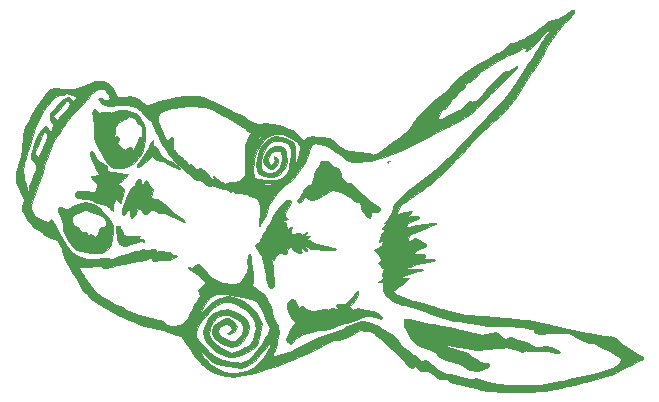
<source format=gbr>
G04 #@! TF.GenerationSoftware,KiCad,Pcbnew,(5.1.5)-3*
G04 #@! TF.CreationDate,2020-02-12T21:54:59-05:00*
G04 #@! TF.ProjectId,BGM210P_Proto,42474d32-3130-4505-9f50-726f746f2e6b,rev?*
G04 #@! TF.SameCoordinates,Original*
G04 #@! TF.FileFunction,Legend,Bot*
G04 #@! TF.FilePolarity,Positive*
%FSLAX46Y46*%
G04 Gerber Fmt 4.6, Leading zero omitted, Abs format (unit mm)*
G04 Created by KiCad (PCBNEW (5.1.5)-3) date 2020-02-12 21:54:59*
%MOMM*%
%LPD*%
G04 APERTURE LIST*
%ADD10C,0.010000*%
G04 APERTURE END LIST*
D10*
G36*
X202015823Y-116328171D02*
G01*
X201882823Y-116214507D01*
X201736779Y-116120679D01*
X201469777Y-115966417D01*
X201160737Y-115787718D01*
X200968513Y-115676490D01*
X200678707Y-115488455D01*
X200379349Y-115263117D01*
X200218334Y-115124867D01*
X199847996Y-114820665D01*
X199522873Y-114641285D01*
X199228179Y-114579389D01*
X199128708Y-114584214D01*
X198985470Y-114577316D01*
X198720074Y-114541445D01*
X198351742Y-114480475D01*
X197899693Y-114398282D01*
X197383146Y-114298741D01*
X196821324Y-114185727D01*
X196233443Y-114063116D01*
X195638727Y-113934782D01*
X195056394Y-113804602D01*
X194505664Y-113676450D01*
X194005756Y-113554201D01*
X193949349Y-113539922D01*
X193508349Y-113431762D01*
X193102741Y-113342531D01*
X192704335Y-113268136D01*
X192284938Y-113204482D01*
X191816358Y-113147474D01*
X191270403Y-113093016D01*
X190618881Y-113037015D01*
X190324424Y-113013425D01*
X189446285Y-112943506D01*
X188696456Y-112881656D01*
X188058493Y-112825315D01*
X187515951Y-112771923D01*
X187052390Y-112718923D01*
X186651364Y-112663754D01*
X186296428Y-112603859D01*
X185971141Y-112536678D01*
X185659060Y-112459651D01*
X185343737Y-112370222D01*
X185008733Y-112265829D01*
X184637602Y-112143913D01*
X184550734Y-112114908D01*
X184140213Y-111982106D01*
X183704738Y-111848637D01*
X183302355Y-111731932D01*
X183046053Y-111663052D01*
X182583634Y-111534403D01*
X182121518Y-111385621D01*
X181695002Y-111229620D01*
X181339381Y-111079316D01*
X181089951Y-110947620D01*
X181089025Y-110947026D01*
X180948086Y-110847480D01*
X180917528Y-110768969D01*
X180984407Y-110655988D01*
X181012516Y-110618892D01*
X181181524Y-110453997D01*
X181355291Y-110345749D01*
X181757375Y-110105687D01*
X182061147Y-109803406D01*
X182205903Y-109615684D01*
X181911039Y-109610975D01*
X181685346Y-109612696D01*
X181502967Y-109622936D01*
X181477295Y-109625998D01*
X181455991Y-109616459D01*
X181546100Y-109570017D01*
X181721607Y-109496458D01*
X181956495Y-109405569D01*
X182224750Y-109307135D01*
X182500357Y-109210940D01*
X182757299Y-109126773D01*
X182969560Y-109064418D01*
X182971964Y-109063779D01*
X183197381Y-108998323D01*
X183349531Y-108943018D01*
X183394565Y-108911491D01*
X183316277Y-108893142D01*
X183131764Y-108874350D01*
X182879927Y-108857176D01*
X182599661Y-108843683D01*
X182329865Y-108835930D01*
X182109438Y-108835981D01*
X182033286Y-108839335D01*
X181960933Y-108831599D01*
X182006764Y-108793650D01*
X182148685Y-108732539D01*
X182364602Y-108655316D01*
X182632422Y-108569031D01*
X182930051Y-108480736D01*
X183235394Y-108397482D01*
X183526359Y-108326318D01*
X183780850Y-108274296D01*
X183829236Y-108266201D01*
X184150531Y-108213196D01*
X184345994Y-108173379D01*
X184433519Y-108139706D01*
X184431000Y-108105136D01*
X184356334Y-108062625D01*
X184351794Y-108060517D01*
X184107721Y-108003340D01*
X183913119Y-108011160D01*
X183673420Y-108041374D01*
X183553316Y-108019562D01*
X183533820Y-107936847D01*
X183565114Y-107848424D01*
X183593616Y-107692251D01*
X183504794Y-107601688D01*
X183292268Y-107573066D01*
X183105158Y-107583858D01*
X182842330Y-107598180D01*
X182707422Y-107570658D01*
X182687314Y-107493694D01*
X182753316Y-107380168D01*
X182883609Y-107275741D01*
X183103321Y-107164273D01*
X183320750Y-107084424D01*
X183569915Y-106996577D01*
X183694428Y-106912995D01*
X183692150Y-106819106D01*
X183560939Y-106700340D01*
X183298654Y-106542123D01*
X183235993Y-106507583D01*
X182952129Y-106359350D01*
X182760700Y-106282845D01*
X182631292Y-106272498D01*
X182533494Y-106322737D01*
X182485774Y-106370134D01*
X182344535Y-106463379D01*
X182206613Y-106466728D01*
X182119511Y-106389173D01*
X182112672Y-106299501D01*
X182208381Y-106070342D01*
X182413978Y-105901726D01*
X182663524Y-105801449D01*
X182848991Y-105737618D01*
X183107026Y-105639565D01*
X183408514Y-105519469D01*
X183724341Y-105389515D01*
X184025395Y-105261883D01*
X184282558Y-105148757D01*
X184466719Y-105062317D01*
X184548763Y-105014745D01*
X184550435Y-105011926D01*
X184489801Y-104989684D01*
X184316552Y-104987832D01*
X184061335Y-105003473D01*
X183754801Y-105033717D01*
X183427595Y-105075666D01*
X183110368Y-105126431D01*
X182901786Y-105167591D01*
X182526526Y-105248567D01*
X182270879Y-105299047D01*
X182112944Y-105320782D01*
X182030816Y-105315524D01*
X182002595Y-105285024D01*
X182004850Y-105239304D01*
X182097647Y-105093932D01*
X182323822Y-104925248D01*
X182674671Y-104739587D01*
X182722002Y-104717714D01*
X182924432Y-104614801D01*
X183061063Y-104525332D01*
X183095920Y-104484523D01*
X183044501Y-104421721D01*
X182897239Y-104380144D01*
X182702551Y-104364997D01*
X182508848Y-104381482D01*
X182408651Y-104410652D01*
X182219283Y-104467297D01*
X182141892Y-104435976D01*
X182182700Y-104328133D01*
X182295704Y-104202877D01*
X182436346Y-104059546D01*
X182520200Y-103955955D01*
X182529340Y-103936458D01*
X182468773Y-103930708D01*
X182298376Y-103958670D01*
X182048043Y-104014774D01*
X181880304Y-104057405D01*
X181592065Y-104132368D01*
X181361803Y-104190033D01*
X181221824Y-104222422D01*
X181195088Y-104226586D01*
X181203694Y-104164184D01*
X181256814Y-104012443D01*
X181289196Y-103932192D01*
X181421166Y-103679371D01*
X181585910Y-103450070D01*
X181752029Y-103282784D01*
X181871738Y-103217930D01*
X181955988Y-103170765D01*
X182139122Y-103048657D01*
X182403914Y-102863758D01*
X182733136Y-102628216D01*
X183109562Y-102354178D01*
X183392938Y-102145197D01*
X183746847Y-101881299D01*
X184058659Y-101643638D01*
X184341490Y-101419663D01*
X184608456Y-101196817D01*
X184872675Y-100962548D01*
X185147262Y-100704304D01*
X185445333Y-100409529D01*
X185780005Y-100065671D01*
X186164394Y-99660176D01*
X186611617Y-99180491D01*
X187134790Y-98614061D01*
X187521229Y-98194032D01*
X188383816Y-97303796D01*
X189321632Y-96422414D01*
X190002729Y-95831331D01*
X190350694Y-95502525D01*
X190716602Y-95093261D01*
X191068231Y-94644904D01*
X191373360Y-94198817D01*
X191599766Y-93796367D01*
X191617809Y-93758002D01*
X191704554Y-93601839D01*
X191860507Y-93353075D01*
X192069386Y-93036401D01*
X192314911Y-92676513D01*
X192575415Y-92305653D01*
X192920430Y-91807389D01*
X193221454Y-91344397D01*
X193463167Y-90941255D01*
X193630254Y-90622540D01*
X193646030Y-90587834D01*
X193944931Y-89999857D01*
X194324154Y-89382990D01*
X194746351Y-88793312D01*
X195174170Y-88286903D01*
X195188838Y-88271322D01*
X195399477Y-88052833D01*
X195580198Y-87873226D01*
X195702581Y-87760433D01*
X195729701Y-87739733D01*
X195846715Y-87633899D01*
X195985339Y-87464592D01*
X196116949Y-87273716D01*
X196212917Y-87103173D01*
X196244616Y-86994866D01*
X196242928Y-86988496D01*
X196196754Y-86920803D01*
X196118584Y-86907998D01*
X195988526Y-86958271D01*
X195786689Y-87079815D01*
X195493183Y-87280822D01*
X195437247Y-87320294D01*
X195135564Y-87521427D01*
X194886561Y-87663373D01*
X194714411Y-87733065D01*
X194666266Y-87737032D01*
X194417324Y-87748830D01*
X194127291Y-87870484D01*
X193783385Y-88108308D01*
X193593921Y-88266894D01*
X193332415Y-88491412D01*
X193105820Y-88671601D01*
X192879802Y-88830295D01*
X192620023Y-88990330D01*
X192292149Y-89174540D01*
X191960437Y-89353224D01*
X191665532Y-89501928D01*
X191406673Y-89616633D01*
X191216798Y-89683637D01*
X191140091Y-89694456D01*
X190965409Y-89693049D01*
X190790161Y-89764344D01*
X190587472Y-89924624D01*
X190341042Y-90178512D01*
X190143334Y-90377770D01*
X189972408Y-90517248D01*
X189858764Y-90572555D01*
X189848856Y-90572142D01*
X189711936Y-90598731D01*
X189553044Y-90688274D01*
X189420355Y-90774783D01*
X189190960Y-90910276D01*
X188896729Y-91076407D01*
X188569537Y-91254827D01*
X188559451Y-91260228D01*
X188053306Y-91548392D01*
X187547635Y-91867778D01*
X187061060Y-92203806D01*
X186612201Y-92541898D01*
X186219682Y-92867474D01*
X185902120Y-93165954D01*
X185678139Y-93422759D01*
X185575624Y-93596404D01*
X185455815Y-93763063D01*
X185209229Y-93981099D01*
X184880389Y-94219066D01*
X184554828Y-94460869D01*
X184191515Y-94764051D01*
X183847337Y-95079945D01*
X183693310Y-95234647D01*
X183455110Y-95479335D01*
X183245417Y-95686144D01*
X183088872Y-95831299D01*
X183015257Y-95888843D01*
X182923114Y-95976223D01*
X182788391Y-96149047D01*
X182658492Y-96341772D01*
X182462887Y-96645331D01*
X182287340Y-96895457D01*
X182111132Y-97112056D01*
X181913541Y-97315032D01*
X181673849Y-97524289D01*
X181371334Y-97759735D01*
X180985280Y-98041271D01*
X180617977Y-98302041D01*
X180174117Y-98613243D01*
X179832091Y-98847032D01*
X179576947Y-99012176D01*
X179393734Y-99117447D01*
X179267498Y-99171613D01*
X179183287Y-99183443D01*
X179138546Y-99169714D01*
X179070394Y-99134290D01*
X178993382Y-99105738D01*
X178884143Y-99080196D01*
X178719313Y-99053801D01*
X178475520Y-99022692D01*
X178129400Y-98983007D01*
X177764823Y-98942676D01*
X177373524Y-98896179D01*
X177098006Y-98853247D01*
X176909267Y-98807284D01*
X176778303Y-98751689D01*
X176702089Y-98700906D01*
X176557136Y-98588448D01*
X176338419Y-98418652D01*
X176086787Y-98223229D01*
X176016199Y-98168397D01*
X175518026Y-97781398D01*
X174845607Y-97702471D01*
X174383584Y-97655770D01*
X174039334Y-97641631D01*
X173788599Y-97662728D01*
X173607121Y-97721733D01*
X173470643Y-97821320D01*
X173436391Y-97857747D01*
X173266125Y-98051520D01*
X172943007Y-97635498D01*
X172792457Y-97448811D01*
X172658910Y-97312633D01*
X172507564Y-97203622D01*
X172303614Y-97098435D01*
X172012256Y-96973731D01*
X171869803Y-96915731D01*
X171225477Y-96691863D01*
X170635083Y-96570611D01*
X170057158Y-96545201D01*
X169742417Y-96568203D01*
X169418923Y-96568609D01*
X169111785Y-96485376D01*
X168783411Y-96304874D01*
X168549476Y-96135671D01*
X168258044Y-95924868D01*
X168027071Y-95787004D01*
X167873686Y-95731201D01*
X167820574Y-95747487D01*
X167747704Y-95737784D01*
X167578992Y-95668911D01*
X167344511Y-95553896D01*
X167217789Y-95486322D01*
X166613813Y-95162652D01*
X166061232Y-94879155D01*
X165575301Y-94643049D01*
X165171275Y-94461551D01*
X164864413Y-94341877D01*
X164701132Y-94295869D01*
X164409393Y-94261411D01*
X164018384Y-94242471D01*
X163573138Y-94238948D01*
X163118684Y-94250747D01*
X162700055Y-94277772D01*
X162489564Y-94300626D01*
X162227127Y-94350277D01*
X161874588Y-94437897D01*
X161477987Y-94551139D01*
X161083364Y-94677655D01*
X161081636Y-94678244D01*
X160728264Y-94793019D01*
X160413241Y-94884577D01*
X160167438Y-94944698D01*
X160021723Y-94965161D01*
X160008546Y-94964005D01*
X159868850Y-94903875D01*
X159672184Y-94777666D01*
X159523754Y-94663517D01*
X159185520Y-94423681D01*
X158866610Y-94273673D01*
X158594205Y-94224758D01*
X158497006Y-94237915D01*
X158244447Y-94287279D01*
X157971364Y-94312661D01*
X157730877Y-94311679D01*
X157576106Y-94281949D01*
X157571172Y-94279452D01*
X157480700Y-94180973D01*
X157370954Y-93993990D01*
X157301363Y-93842941D01*
X157102664Y-93462994D01*
X156859643Y-93204325D01*
X156545702Y-93044155D01*
X156297483Y-92983207D01*
X155945120Y-92945527D01*
X155624041Y-92974260D01*
X155285397Y-93078790D01*
X154920992Y-93247589D01*
X154416136Y-93474794D01*
X153951799Y-93608140D01*
X153475012Y-93656787D01*
X152932808Y-93629898D01*
X152798771Y-93614669D01*
X152413596Y-93572535D01*
X152136097Y-93565075D01*
X151930517Y-93604750D01*
X151761097Y-93704029D01*
X151592080Y-93875375D01*
X151413905Y-94097448D01*
X151217503Y-94367286D01*
X150984875Y-94713253D01*
X150732378Y-95108120D01*
X150476370Y-95524666D01*
X150233209Y-95935662D01*
X150019254Y-96313886D01*
X149850861Y-96632111D01*
X149744390Y-96863113D01*
X149731723Y-96897147D01*
X149655156Y-97185608D01*
X149581051Y-97595867D01*
X149513364Y-98104581D01*
X149489227Y-98327895D01*
X149427938Y-98860224D01*
X149362162Y-99278897D01*
X149286219Y-99615391D01*
X149216136Y-99841446D01*
X149092741Y-100241068D01*
X149000768Y-100636316D01*
X148947200Y-100988447D01*
X148939013Y-101258718D01*
X148948361Y-101327764D01*
X148993020Y-101465374D01*
X149084688Y-101698789D01*
X149208881Y-101992338D01*
X149317218Y-102236151D01*
X149461642Y-102559162D01*
X149552511Y-102786656D01*
X149597364Y-102954771D01*
X149603740Y-103099647D01*
X149579181Y-103257423D01*
X149553662Y-103369388D01*
X149506978Y-103623662D01*
X149507252Y-103844049D01*
X149564971Y-104063214D01*
X149615114Y-104163224D01*
X149948967Y-102269848D01*
X149918846Y-102185357D01*
X149916041Y-102174721D01*
X149779979Y-101653100D01*
X149678147Y-101242869D01*
X149610395Y-100914407D01*
X149576572Y-100638095D01*
X149576527Y-100384309D01*
X149610109Y-100123429D01*
X149677167Y-99825833D01*
X149777551Y-99461901D01*
X149900075Y-99040040D01*
X150109535Y-98326721D01*
X150290846Y-97733083D01*
X150452861Y-97238457D01*
X150604436Y-96822179D01*
X150754424Y-96463581D01*
X150911680Y-96141996D01*
X151085057Y-95836759D01*
X151283411Y-95527202D01*
X151515594Y-95192659D01*
X151597253Y-95078663D01*
X151914168Y-94666168D01*
X152185726Y-94376863D01*
X152424409Y-94200816D01*
X152642700Y-94128094D01*
X152786208Y-94132657D01*
X152987984Y-94119398D01*
X153129131Y-94054786D01*
X153219049Y-93996652D01*
X153312175Y-93985128D01*
X153451083Y-94025521D01*
X153678348Y-94123137D01*
X153678681Y-94123286D01*
X154083154Y-94304544D01*
X153935145Y-94498523D01*
X153787136Y-94692501D01*
X153653773Y-94514154D01*
X153508109Y-94361421D01*
X153356852Y-94306540D01*
X153180058Y-94354651D01*
X152957783Y-94510895D01*
X152687226Y-94763276D01*
X152309090Y-95157544D01*
X152041433Y-95482546D01*
X151877499Y-95754586D01*
X151810534Y-95989969D01*
X151833779Y-96205001D01*
X151940482Y-96415986D01*
X151979842Y-96470586D01*
X152074309Y-96628608D01*
X152080310Y-96779993D01*
X152034619Y-96928987D01*
X151966128Y-97102035D01*
X151917145Y-97203559D01*
X151910828Y-97211453D01*
X151852021Y-97176036D01*
X151738546Y-97060051D01*
X151693038Y-97007247D01*
X151558977Y-96861524D01*
X151457802Y-96776735D01*
X151440229Y-96769273D01*
X151330441Y-96818278D01*
X151186168Y-96980039D01*
X151019555Y-97229864D01*
X150842747Y-97543061D01*
X150667885Y-97894935D01*
X150507115Y-98260797D01*
X150372578Y-98615950D01*
X150276420Y-98935704D01*
X150230781Y-99195366D01*
X150228905Y-99232394D01*
X150247929Y-99497914D01*
X150319907Y-99639031D01*
X150332495Y-99647397D01*
X150459087Y-99750046D01*
X150580400Y-99883890D01*
X150660830Y-100039250D01*
X150662932Y-100066077D01*
X150790033Y-99345251D01*
X150748963Y-99328039D01*
X150586620Y-99164404D01*
X150548400Y-99039905D01*
X150563764Y-99000365D01*
X150608949Y-98900451D01*
X150691869Y-98695400D01*
X150800206Y-98416316D01*
X150907167Y-98133164D01*
X151048926Y-97753248D01*
X151150319Y-97490715D01*
X151223248Y-97327542D01*
X151279617Y-97245706D01*
X151331329Y-97227185D01*
X151390286Y-97253958D01*
X151457181Y-97300375D01*
X151538283Y-97365743D01*
X151582732Y-97443077D01*
X151587880Y-97557366D01*
X151551077Y-97733601D01*
X151469671Y-97996770D01*
X151344659Y-98361400D01*
X151183119Y-98783611D01*
X151033229Y-99094173D01*
X150900398Y-99284312D01*
X150790033Y-99345251D01*
X150662932Y-100066077D01*
X150676202Y-100235409D01*
X150623318Y-100497011D01*
X150498976Y-100848696D01*
X150434837Y-101005115D01*
X150305541Y-101332889D01*
X150176851Y-101691463D01*
X150102785Y-101919095D01*
X150028705Y-102153461D01*
X149981509Y-102264797D01*
X149948967Y-102269848D01*
X149615114Y-104163224D01*
X149690619Y-104313821D01*
X149894679Y-104628535D01*
X150011055Y-104794393D01*
X150234679Y-105093551D01*
X150415523Y-105293923D01*
X150581840Y-105423301D01*
X150722200Y-105493858D01*
X150966965Y-105628140D01*
X151210936Y-105812115D01*
X151275019Y-105872422D01*
X151545620Y-106084497D01*
X151890872Y-106229345D01*
X151939587Y-106243639D01*
X152266808Y-106363602D01*
X152500632Y-106505884D01*
X152621439Y-106656282D01*
X152631521Y-106744456D01*
X152666012Y-106871284D01*
X152740214Y-106963877D01*
X152833774Y-107090312D01*
X152850658Y-107173359D01*
X152866823Y-107312353D01*
X152937061Y-107540232D01*
X153048684Y-107830269D01*
X153189005Y-108155740D01*
X153345334Y-108489919D01*
X153504986Y-108806078D01*
X153655272Y-109077493D01*
X153783504Y-109277439D01*
X153876992Y-109379190D01*
X153901327Y-109386482D01*
X153975466Y-109444761D01*
X154080546Y-109619603D01*
X154205087Y-109888768D01*
X154337611Y-110230012D01*
X154339720Y-110235897D01*
X154458537Y-110448957D01*
X154669072Y-110715267D01*
X154942642Y-111007030D01*
X155250560Y-111296446D01*
X155564140Y-111555717D01*
X155854697Y-111757041D01*
X155981320Y-111826771D01*
X156270842Y-111981536D01*
X156568136Y-112161209D01*
X156707664Y-112255172D01*
X156841241Y-112345849D01*
X156995390Y-112438996D01*
X157189846Y-112544658D01*
X157444348Y-112672882D01*
X157778627Y-112833713D01*
X158212423Y-113037198D01*
X158567252Y-113201791D01*
X158801099Y-113296312D01*
X159016378Y-113361730D01*
X159071410Y-113372498D01*
X159210952Y-113414469D01*
X159257126Y-113468540D01*
X159266021Y-113493383D01*
X159311890Y-113521546D01*
X159410490Y-113557320D01*
X159577575Y-113604998D01*
X159828902Y-113668869D01*
X160180227Y-113753228D01*
X160647305Y-113862364D01*
X161014970Y-113947361D01*
X161377828Y-114042086D01*
X161796051Y-114167783D01*
X162190683Y-114300433D01*
X162265002Y-114327608D01*
X162913137Y-114569038D01*
X163655394Y-115636590D01*
X163971470Y-116076490D01*
X164270784Y-116465340D01*
X164534919Y-116780324D01*
X164745457Y-116998628D01*
X164778468Y-117027794D01*
X165397164Y-117477635D01*
X166030431Y-117785007D01*
X166686349Y-117952441D01*
X166954299Y-117964158D01*
X167012452Y-117634356D01*
X166372751Y-117480574D01*
X165780771Y-117195773D01*
X165424889Y-116938261D01*
X165271471Y-116791596D01*
X165089107Y-116590845D01*
X164899262Y-116363519D01*
X164723407Y-116137134D01*
X164583009Y-115939200D01*
X164499537Y-115797232D01*
X164490232Y-115740435D01*
X164552609Y-115778188D01*
X164685776Y-115902439D01*
X164865544Y-116089930D01*
X164947273Y-116179870D01*
X165192744Y-116435235D01*
X165431041Y-116632038D01*
X165691776Y-116784003D01*
X166004564Y-116904854D01*
X166399018Y-117008315D01*
X166904753Y-117108111D01*
X166978571Y-117121241D01*
X167492888Y-117200425D01*
X167516582Y-117202101D01*
X167591835Y-116775321D01*
X167195536Y-116704581D01*
X166847128Y-116629551D01*
X166504437Y-116554519D01*
X166243510Y-116493497D01*
X166039952Y-116430897D01*
X165869371Y-116351130D01*
X165707371Y-116238610D01*
X165529563Y-116077747D01*
X165311550Y-115852954D01*
X165028942Y-115548644D01*
X164844888Y-115350068D01*
X164607239Y-115091059D01*
X164406314Y-114865683D01*
X164262855Y-114697651D01*
X164197604Y-114610673D01*
X164197024Y-114609459D01*
X164186361Y-114492958D01*
X164202079Y-114289750D01*
X164222392Y-114152148D01*
X164282525Y-113912923D01*
X164388750Y-113684186D01*
X164565171Y-113418222D01*
X164651086Y-113303415D01*
X164968855Y-112915303D01*
X165315930Y-112538559D01*
X165661936Y-112203275D01*
X165976499Y-111939546D01*
X166144195Y-111824085D01*
X166553426Y-111654315D01*
X166986481Y-111627673D01*
X167424977Y-111737086D01*
X167881675Y-111965555D01*
X168310600Y-112272356D01*
X168686631Y-112631763D01*
X168984651Y-113018049D01*
X169179541Y-113405487D01*
X169229218Y-113585023D01*
X169257350Y-113775041D01*
X169255402Y-113948720D01*
X169217294Y-114152354D01*
X169136940Y-114432233D01*
X169104233Y-114536265D01*
X168986173Y-114865420D01*
X168866313Y-115126018D01*
X168761147Y-115282455D01*
X168756505Y-115286966D01*
X168621593Y-115377385D01*
X168389732Y-115497644D01*
X168100405Y-115628064D01*
X167943463Y-115692143D01*
X167286294Y-115950666D01*
X166858950Y-115783865D01*
X166338548Y-115528692D01*
X165885137Y-115203902D01*
X165535136Y-114836205D01*
X165498947Y-114786385D01*
X165370716Y-114588274D01*
X165314145Y-114431543D01*
X165315743Y-114250410D01*
X165348303Y-114051947D01*
X165426354Y-113757092D01*
X165539378Y-113466716D01*
X165603128Y-113344289D01*
X165856929Y-113050448D01*
X166185766Y-112858924D01*
X166562202Y-112769242D01*
X166958800Y-112780931D01*
X167348121Y-112893517D01*
X167702730Y-113106525D01*
X167970568Y-113385121D01*
X168153115Y-113724588D01*
X168191153Y-114052895D01*
X168084597Y-114370439D01*
X167833358Y-114677619D01*
X167654085Y-114826973D01*
X167490999Y-114925412D01*
X167321950Y-114955125D01*
X167082019Y-114927162D01*
X167073983Y-114925718D01*
X166702802Y-114813243D01*
X166389573Y-114631716D01*
X166167138Y-114403870D01*
X166087083Y-114242608D01*
X166055247Y-114034633D01*
X166119547Y-113867676D01*
X166297085Y-113714429D01*
X166484957Y-113607347D01*
X166762208Y-113522140D01*
X166995233Y-113567914D01*
X167168464Y-113740595D01*
X167196205Y-113793489D01*
X167235583Y-113912141D01*
X167199014Y-114002581D01*
X167063995Y-114115752D01*
X167048974Y-114126795D01*
X166891226Y-114257453D01*
X166863416Y-114324284D01*
X166966283Y-114328531D01*
X167144196Y-114287419D01*
X167415667Y-114158253D01*
X167584770Y-113961320D01*
X167632416Y-113721187D01*
X167625306Y-113668101D01*
X167516594Y-113439909D01*
X167306272Y-113235662D01*
X167037340Y-113091695D01*
X166899166Y-113054512D01*
X166747190Y-113041243D01*
X166601132Y-113070534D01*
X166423120Y-113156884D01*
X166175281Y-113314792D01*
X166117791Y-113353660D01*
X165869875Y-113525180D01*
X165717623Y-113647681D01*
X165636140Y-113752963D01*
X165600532Y-113872829D01*
X165586306Y-114032637D01*
X165593250Y-114287561D01*
X165635841Y-114518833D01*
X165654889Y-114572447D01*
X165803666Y-114778229D01*
X166058715Y-114989722D01*
X166384216Y-115183050D01*
X166744346Y-115334335D01*
X166844449Y-115365325D01*
X167207276Y-115433836D01*
X167516202Y-115403909D01*
X167806728Y-115264519D01*
X168114354Y-115004636D01*
X168163045Y-114955726D01*
X168462080Y-114566991D01*
X168625221Y-114164895D01*
X168658832Y-113764873D01*
X168569276Y-113382367D01*
X168362914Y-113032811D01*
X168046113Y-112731646D01*
X167625234Y-112494309D01*
X167106639Y-112336239D01*
X167081324Y-112331278D01*
X166806595Y-112292798D01*
X166568335Y-112302358D01*
X166296838Y-112365785D01*
X166161354Y-112408183D01*
X165761168Y-112576333D01*
X165449714Y-112802368D01*
X165205605Y-113110448D01*
X165007454Y-113524735D01*
X164903220Y-113829482D01*
X164821739Y-114217812D01*
X164846714Y-114555643D01*
X164986464Y-114887099D01*
X165147777Y-115126684D01*
X165471502Y-115502309D01*
X165829546Y-115794533D01*
X166272790Y-116043494D01*
X166363962Y-116086086D01*
X166713492Y-116227278D01*
X167027362Y-116304356D01*
X167337091Y-116314838D01*
X167674197Y-116256242D01*
X168070199Y-116126084D01*
X168556614Y-115921885D01*
X168579640Y-115911585D01*
X168883361Y-115754991D01*
X169114126Y-115577674D01*
X169288265Y-115353619D01*
X169422112Y-115056810D01*
X169531998Y-114661230D01*
X169611481Y-114267929D01*
X169762136Y-113445577D01*
X169571145Y-113044917D01*
X169258529Y-112528067D01*
X168854500Y-112074408D01*
X168382461Y-111698628D01*
X167865811Y-111415412D01*
X167327959Y-111239447D01*
X166792304Y-111185418D01*
X166625237Y-111196274D01*
X166260633Y-111281014D01*
X165892550Y-111462523D01*
X165503429Y-111752098D01*
X165075713Y-112161029D01*
X164998425Y-112242668D01*
X164780743Y-112458899D01*
X164646069Y-112556328D01*
X164596793Y-112536841D01*
X164635303Y-112402332D01*
X164763989Y-112154689D01*
X164802965Y-112088029D01*
X165114304Y-111617349D01*
X165416372Y-111266181D01*
X165701099Y-111042948D01*
X165874050Y-110970182D01*
X166060736Y-110956172D01*
X166359011Y-110972943D01*
X166739844Y-111015306D01*
X167174209Y-111078077D01*
X167633078Y-111156066D01*
X168087421Y-111244089D01*
X168508213Y-111336957D01*
X168866421Y-111429484D01*
X169133022Y-111516483D01*
X169254112Y-111574158D01*
X169344237Y-111633187D01*
X169417414Y-111692216D01*
X169484963Y-111771145D01*
X169558200Y-111889871D01*
X169648445Y-112068295D01*
X169767015Y-112326313D01*
X169925229Y-112683826D01*
X170059802Y-112990653D01*
X170447581Y-113875114D01*
X170259336Y-114352274D01*
X170065445Y-114750292D01*
X169788306Y-115196007D01*
X169458554Y-115647135D01*
X169106827Y-116061392D01*
X168803006Y-116362262D01*
X168566396Y-116560376D01*
X168356100Y-116696759D01*
X168142991Y-116775391D01*
X167897945Y-116800252D01*
X167591835Y-116775321D01*
X167516582Y-117202101D01*
X167900065Y-117229213D01*
X168231530Y-117200401D01*
X168518709Y-117106788D01*
X168793030Y-116941169D01*
X169085920Y-116696343D01*
X169168463Y-116619325D01*
X169405267Y-116380615D01*
X169656424Y-116103702D01*
X169900591Y-115815056D01*
X170116429Y-115541145D01*
X170282597Y-115308440D01*
X170377752Y-115143408D01*
X170391033Y-115102955D01*
X170451666Y-115018227D01*
X170488962Y-115013652D01*
X170530982Y-115084509D01*
X170506436Y-115251399D01*
X170426094Y-115487532D01*
X170300726Y-115766120D01*
X170141105Y-116060373D01*
X169958002Y-116343503D01*
X169949428Y-116355491D01*
X169522455Y-116860332D01*
X169054565Y-117232778D01*
X168526188Y-117484000D01*
X167917753Y-117625167D01*
X167679956Y-117650829D01*
X167012452Y-117634356D01*
X166954299Y-117964158D01*
X167372996Y-117982466D01*
X167718773Y-117948401D01*
X168201365Y-117860826D01*
X168784144Y-117724583D01*
X169435010Y-117549791D01*
X170121867Y-117346572D01*
X170409666Y-117254272D01*
X170580993Y-116282626D01*
X170601104Y-116227948D01*
X170688061Y-116095681D01*
X170748107Y-116013736D01*
X170845985Y-115863568D01*
X170924374Y-115685484D01*
X170994628Y-115445060D01*
X171068101Y-115107870D01*
X171098371Y-114951710D01*
X171173189Y-114507313D01*
X171201865Y-114165981D01*
X171180004Y-113891766D01*
X171103204Y-113648722D01*
X170967070Y-113400902D01*
X170895385Y-113292924D01*
X170724371Y-112962097D01*
X170627824Y-112558671D01*
X170617682Y-112480584D01*
X170515198Y-112010366D01*
X170333342Y-111635414D01*
X170212427Y-111432187D01*
X170135383Y-111274155D01*
X170119356Y-111210725D01*
X170070927Y-111138830D01*
X169930301Y-111002034D01*
X169721429Y-110822474D01*
X169554799Y-110688930D01*
X168977662Y-110238487D01*
X169001063Y-109899348D01*
X169014025Y-109489206D01*
X168996550Y-109127765D01*
X168951150Y-108856881D01*
X168935513Y-108807614D01*
X168906866Y-108650632D01*
X168893184Y-108409463D01*
X168895157Y-108210971D01*
X168891880Y-107945616D01*
X168858178Y-107799243D01*
X168823860Y-107774676D01*
X168756735Y-107720866D01*
X168754726Y-107666024D01*
X168733123Y-107585941D01*
X168695116Y-107586171D01*
X168621950Y-107684798D01*
X168571141Y-107889560D01*
X168547971Y-108162460D01*
X168557726Y-108465495D01*
X168564220Y-108527446D01*
X168578761Y-108806599D01*
X168536807Y-109019109D01*
X168486251Y-109133360D01*
X168269936Y-109530403D01*
X168087796Y-109808004D01*
X167926913Y-109984009D01*
X167817163Y-110057756D01*
X167502999Y-110146840D01*
X167107450Y-110155671D01*
X166669252Y-110085470D01*
X166424777Y-110013847D01*
X166038828Y-109875783D01*
X165756378Y-109753491D01*
X165541480Y-109622478D01*
X165358187Y-109458248D01*
X165170552Y-109236305D01*
X165049412Y-109076644D01*
X164785596Y-108751280D01*
X164564939Y-108551645D01*
X164371400Y-108470952D01*
X164188937Y-108502409D01*
X164005933Y-108635004D01*
X163862553Y-108750051D01*
X163759166Y-108762883D01*
X163687614Y-108720288D01*
X163566055Y-108657564D01*
X163506828Y-108661046D01*
X163503304Y-108738314D01*
X163627990Y-108870792D01*
X163876520Y-109054610D01*
X164140598Y-109223243D01*
X164406944Y-109408235D01*
X164654579Y-109617643D01*
X164815635Y-109789296D01*
X165037757Y-110078651D01*
X164728401Y-110300799D01*
X164498567Y-110498957D01*
X164399895Y-110679094D01*
X164423770Y-110862298D01*
X164466371Y-110942222D01*
X164507418Y-111025195D01*
X164509004Y-111113443D01*
X164460466Y-111239159D01*
X164351139Y-111434539D01*
X164245487Y-111609141D01*
X164051037Y-111940408D01*
X163846185Y-112310020D01*
X163677523Y-112633557D01*
X163497620Y-112981959D01*
X163349176Y-113223927D01*
X163207144Y-113386712D01*
X163046471Y-113497573D01*
X162842109Y-113583760D01*
X162786664Y-113602835D01*
X162396010Y-113690277D01*
X162043234Y-113686516D01*
X161757449Y-113595183D01*
X161590721Y-113453792D01*
X161502729Y-113358918D01*
X161381509Y-113285569D01*
X161194070Y-113220165D01*
X160907417Y-113149128D01*
X160784295Y-113121888D01*
X160311839Y-113008828D01*
X159825343Y-112874420D01*
X159352918Y-112728133D01*
X158922675Y-112579432D01*
X158562726Y-112437785D01*
X158301182Y-112312661D01*
X158210432Y-112255049D01*
X157992051Y-112123132D01*
X157767885Y-112035111D01*
X157727401Y-112026081D01*
X157496704Y-111948226D01*
X157298159Y-111831767D01*
X157149025Y-111731679D01*
X156910240Y-111589759D01*
X156621842Y-111429346D01*
X156464778Y-111345963D01*
X156241065Y-111225182D01*
X156052659Y-111108592D01*
X155883146Y-110978580D01*
X155716114Y-110817532D01*
X155535148Y-110607836D01*
X155323836Y-110331878D01*
X155065765Y-109972044D01*
X154744520Y-109510723D01*
X154715652Y-109468981D01*
X154607199Y-109299748D01*
X154491288Y-109100575D01*
X154387907Y-108908756D01*
X154317045Y-108761585D01*
X154298693Y-108696355D01*
X154301266Y-108695849D01*
X154438506Y-108702811D01*
X154675979Y-108699613D01*
X154969297Y-108688391D01*
X155274072Y-108671278D01*
X155545917Y-108650410D01*
X155740443Y-108627922D01*
X155751389Y-108626108D01*
X155999854Y-108602076D01*
X156160730Y-108638718D01*
X156209668Y-108670383D01*
X156398785Y-108747341D01*
X156659281Y-108770030D01*
X156927722Y-108737959D01*
X157096882Y-108677264D01*
X157510831Y-108513742D01*
X157999631Y-108430249D01*
X158157713Y-108419723D01*
X158472262Y-108381997D01*
X158815676Y-108307809D01*
X158977020Y-108259537D01*
X159227602Y-108187351D01*
X159444981Y-108148140D01*
X159549533Y-108147064D01*
X159714352Y-108138025D01*
X159938059Y-108082048D01*
X160028408Y-108049575D01*
X160296870Y-107959081D01*
X160453609Y-107947605D01*
X160508768Y-108015331D01*
X160505886Y-108058154D01*
X160548116Y-108151227D01*
X160689490Y-108193857D01*
X160890686Y-108179111D01*
X161006169Y-108146367D01*
X161212977Y-108110581D01*
X161453756Y-108117900D01*
X161476005Y-108121287D01*
X161734926Y-108138765D01*
X161978767Y-108087586D01*
X162259932Y-107954376D01*
X162360990Y-107895461D01*
X162631708Y-107732929D01*
X162419032Y-107695429D01*
X162258728Y-107648129D01*
X162179448Y-107590370D01*
X162100617Y-107538200D01*
X161920322Y-107467099D01*
X161685024Y-107394608D01*
X161388639Y-107325080D01*
X161187903Y-107310151D01*
X161050911Y-107344120D01*
X160913386Y-107387495D01*
X160818181Y-107333258D01*
X160775954Y-107282415D01*
X160694520Y-107197521D01*
X160597910Y-107173960D01*
X160431689Y-107203335D01*
X160367294Y-107219385D01*
X160125982Y-107253233D01*
X159941165Y-107228872D01*
X159924590Y-107221301D01*
X159727079Y-107198304D01*
X159548607Y-107258004D01*
X159352235Y-107327435D01*
X159189079Y-107346612D01*
X159179141Y-107345221D01*
X159030355Y-107361099D01*
X158827805Y-107430197D01*
X158769572Y-107457231D01*
X158576141Y-107538866D01*
X158427416Y-107576654D01*
X158399725Y-107576245D01*
X158243941Y-107588980D01*
X158002823Y-107652135D01*
X157720813Y-107751139D01*
X157442356Y-107871417D01*
X157337597Y-107924533D01*
X157137929Y-108020419D01*
X157010181Y-108041873D01*
X156905451Y-107994891D01*
X156885680Y-107979951D01*
X156774187Y-107920447D01*
X156619912Y-107903832D01*
X156380154Y-107927324D01*
X156289292Y-107941122D01*
X155818578Y-108011193D01*
X155457662Y-108050289D01*
X155174284Y-108057188D01*
X154936180Y-108030671D01*
X154711091Y-107969516D01*
X154466755Y-107872501D01*
X154465866Y-107872114D01*
X154185485Y-107739969D01*
X153926008Y-107600929D01*
X153752009Y-107490832D01*
X153512045Y-107263887D01*
X153248691Y-106933152D01*
X152984910Y-106532380D01*
X152743665Y-106095322D01*
X152614777Y-105819292D01*
X152470841Y-105508268D01*
X152317583Y-105212810D01*
X152182635Y-104985358D01*
X152152339Y-104941608D01*
X151948114Y-104662136D01*
X151757142Y-104787161D01*
X151646786Y-104851351D01*
X151546748Y-104870715D01*
X151413023Y-104841125D01*
X151201610Y-104758454D01*
X151129813Y-104728314D01*
X150802118Y-104560940D01*
X150567485Y-104363674D01*
X150479256Y-104256221D01*
X150362001Y-104095647D01*
X150275060Y-103955595D01*
X150221002Y-103817521D01*
X150202399Y-103662882D01*
X150221822Y-103473134D01*
X150281841Y-103229733D01*
X150385027Y-102914134D01*
X150533953Y-102507795D01*
X150731188Y-101992170D01*
X150827875Y-101741602D01*
X150985791Y-101322162D01*
X151128780Y-100923177D01*
X151246491Y-100575013D01*
X151328579Y-100308034D01*
X151360880Y-100177538D01*
X151435192Y-99899386D01*
X151542099Y-99629439D01*
X151579676Y-99557272D01*
X151694303Y-99309179D01*
X151775637Y-99049321D01*
X151782739Y-99014186D01*
X151900503Y-98614121D01*
X152037039Y-98317793D01*
X152402284Y-96246391D01*
X152279936Y-96124392D01*
X152269621Y-96111070D01*
X152112192Y-95905235D01*
X152333978Y-95700821D01*
X152492373Y-95531384D01*
X152683295Y-95294360D01*
X152842149Y-95074439D01*
X152996368Y-94859284D01*
X153128510Y-94696285D01*
X153210654Y-94619804D01*
X153212059Y-94619203D01*
X153332874Y-94637339D01*
X153456290Y-94739514D01*
X153530972Y-94875020D01*
X153534340Y-94937568D01*
X153478931Y-95038906D01*
X153346318Y-95217281D01*
X153158745Y-95444008D01*
X153016385Y-95605387D01*
X152802760Y-95844429D01*
X152625317Y-96048195D01*
X152507279Y-96189726D01*
X152473148Y-96236037D01*
X152402284Y-96246391D01*
X152037039Y-98317793D01*
X152117528Y-98143106D01*
X152422516Y-97624232D01*
X152573063Y-97399118D01*
X152762770Y-97118428D01*
X152937337Y-96848533D01*
X153067299Y-96635362D01*
X153096113Y-96583920D01*
X153198864Y-96434501D01*
X153381106Y-96209897D01*
X153619519Y-95937380D01*
X153890788Y-95644219D01*
X153971856Y-95559665D01*
X154280471Y-95237755D01*
X154596209Y-94903742D01*
X154884212Y-94594782D01*
X155109618Y-94348028D01*
X155130313Y-94324914D01*
X155348532Y-94091179D01*
X155555313Y-93888056D01*
X155714993Y-93750042D01*
X155750023Y-93725447D01*
X155938589Y-93650521D01*
X156170045Y-93614199D01*
X156385397Y-93620279D01*
X156525649Y-93672558D01*
X156528543Y-93675341D01*
X156610126Y-93785934D01*
X156706230Y-93954367D01*
X156797560Y-94139961D01*
X156864824Y-94302037D01*
X156888729Y-94399914D01*
X156877920Y-94411991D01*
X156824256Y-94456295D01*
X156824924Y-94513183D01*
X156807854Y-94585301D01*
X156697078Y-94597466D01*
X156588401Y-94582014D01*
X156376802Y-94519987D01*
X156212976Y-94431049D01*
X156204896Y-94424123D01*
X156061196Y-94352207D01*
X155955242Y-94386917D01*
X155927067Y-94501061D01*
X155960520Y-94590130D01*
X156165092Y-94812968D01*
X156467764Y-94971084D01*
X156831657Y-95053108D01*
X156866993Y-95052614D01*
X156939069Y-94643846D01*
X156909636Y-94601811D01*
X156951671Y-94572378D01*
X156981104Y-94614412D01*
X156939069Y-94643846D01*
X156866993Y-95052614D01*
X157219892Y-95047675D01*
X157360497Y-95021653D01*
X157657240Y-94984979D01*
X158030002Y-94985445D01*
X158425945Y-95018330D01*
X158792227Y-95078909D01*
X159076009Y-95162459D01*
X159111353Y-95178178D01*
X159284450Y-95294468D01*
X159501124Y-95486423D01*
X159716906Y-95714324D01*
X159734120Y-95734480D01*
X159936982Y-95959204D01*
X160131447Y-96149345D01*
X160279001Y-96267564D01*
X160291875Y-96275228D01*
X160456566Y-96437690D01*
X160595175Y-96731151D01*
X160614431Y-96788012D01*
X160732395Y-97098900D01*
X160881337Y-97425676D01*
X160953123Y-97562361D01*
X161082865Y-97794699D01*
X161253467Y-98101662D01*
X161435765Y-98430738D01*
X161508891Y-98563072D01*
X161664517Y-98832447D01*
X161802019Y-99047822D01*
X161902640Y-99180980D01*
X161938942Y-99210006D01*
X162029329Y-99273122D01*
X162157391Y-99413640D01*
X162200901Y-99470161D01*
X162377386Y-99688560D01*
X162601287Y-99935762D01*
X162846962Y-100186952D01*
X163088771Y-100417312D01*
X163301074Y-100602025D01*
X163458230Y-100716275D01*
X163513241Y-100740345D01*
X163651575Y-100813725D01*
X163803741Y-100961623D01*
X163833107Y-100999395D01*
X163955194Y-101139496D01*
X164099392Y-101228207D01*
X164316670Y-101292408D01*
X164436089Y-101317369D01*
X164718400Y-101388416D01*
X164872385Y-101467537D01*
X164909589Y-101520156D01*
X164996563Y-101639137D01*
X165150354Y-101764896D01*
X165157026Y-101769194D01*
X165309684Y-101851862D01*
X165399336Y-101849828D01*
X165439617Y-101815285D01*
X165516136Y-101771938D01*
X165639080Y-101797893D01*
X165782796Y-101864038D01*
X166015211Y-101956043D01*
X166304359Y-102038372D01*
X166447822Y-102068390D01*
X166615490Y-102106871D01*
X166687731Y-101697174D01*
X166617168Y-101670363D01*
X166581108Y-101615128D01*
X166454025Y-101499246D01*
X166356298Y-101462725D01*
X166210173Y-101396633D01*
X166029796Y-101263926D01*
X165971532Y-101210653D01*
X165809858Y-101069660D01*
X165678478Y-100982643D01*
X165646586Y-100971370D01*
X165610848Y-100992534D01*
X165665300Y-101052022D01*
X165752581Y-101159810D01*
X165765550Y-101214840D01*
X165707701Y-101274907D01*
X165584690Y-101220440D01*
X165408805Y-101059659D01*
X165241892Y-100864573D01*
X164984154Y-100587631D01*
X164735130Y-100408770D01*
X164513712Y-100337405D01*
X164338796Y-100382946D01*
X164315147Y-100402893D01*
X164236274Y-100462119D01*
X164168518Y-100441786D01*
X164075614Y-100322800D01*
X164029161Y-100252342D01*
X163889794Y-100076426D01*
X163764019Y-99980016D01*
X163676597Y-99974251D01*
X163652291Y-100070277D01*
X163653932Y-100083511D01*
X163635649Y-100108778D01*
X163567713Y-100023989D01*
X163518130Y-99941643D01*
X163356218Y-99727650D01*
X163139429Y-99525491D01*
X163068358Y-99474449D01*
X162811335Y-99289026D01*
X162609544Y-99110652D01*
X162484577Y-98961457D01*
X162458023Y-98863571D01*
X162463784Y-98854769D01*
X162448402Y-98798226D01*
X162370420Y-98770251D01*
X162289204Y-98741928D01*
X162241756Y-98672573D01*
X162221537Y-98532559D01*
X162222003Y-98292260D01*
X162227953Y-98125118D01*
X162211192Y-97862724D01*
X162140664Y-97731651D01*
X162025552Y-97735472D01*
X161875044Y-97877757D01*
X161813650Y-97964041D01*
X161750604Y-97958950D01*
X161647446Y-97840534D01*
X161516884Y-97630657D01*
X161371626Y-97351181D01*
X161224383Y-97023972D01*
X161131598Y-96790656D01*
X160999382Y-96398146D01*
X160944008Y-96105049D01*
X160968443Y-95885844D01*
X161075648Y-95715015D01*
X161268587Y-95567040D01*
X161274072Y-95563692D01*
X161568061Y-95411406D01*
X161875535Y-95294680D01*
X162149268Y-95228808D01*
X162321627Y-95224482D01*
X162466175Y-95220761D01*
X162695633Y-95185386D01*
X162910942Y-95137857D01*
X163462109Y-95044068D01*
X164047627Y-95037258D01*
X164702947Y-95117782D01*
X164912139Y-95157730D01*
X165258997Y-95235097D01*
X165509378Y-95311879D01*
X165710670Y-95406717D01*
X165910257Y-95538257D01*
X165945798Y-95564399D01*
X166204100Y-95733460D01*
X166478276Y-95878510D01*
X166631695Y-95941026D01*
X166885215Y-96050555D01*
X167222629Y-96233681D01*
X167614977Y-96472732D01*
X168033297Y-96750034D01*
X168448629Y-97047916D01*
X168462204Y-97058083D01*
X168862323Y-97358219D01*
X168608749Y-97786539D01*
X168484421Y-98005632D01*
X168406782Y-98182462D01*
X168362334Y-98367476D01*
X168337582Y-98611114D01*
X168324484Y-98848975D01*
X168313680Y-99209865D01*
X168313292Y-99581686D01*
X168323236Y-99892267D01*
X168325738Y-99930870D01*
X168339618Y-100244587D01*
X168340564Y-100563320D01*
X168334055Y-100725974D01*
X168311013Y-100935016D01*
X168255592Y-101072012D01*
X168134592Y-101191782D01*
X167987086Y-101298926D01*
X167723564Y-101450731D01*
X167470994Y-101511467D01*
X167313830Y-101515112D01*
X167059156Y-101534378D01*
X166853540Y-101595884D01*
X166808249Y-101623082D01*
X166687731Y-101697174D01*
X166615490Y-102106871D01*
X166708598Y-102128241D01*
X166936948Y-102203936D01*
X167027996Y-102247238D01*
X167183928Y-102314152D01*
X167285099Y-102281242D01*
X167291382Y-102275257D01*
X167364515Y-102231104D01*
X167393271Y-102291546D01*
X167444383Y-102347172D01*
X167585611Y-102390199D01*
X167839636Y-102426331D01*
X167987676Y-102441029D01*
X168268137Y-102474461D01*
X168464495Y-102513490D01*
X168503065Y-102531231D01*
X169280662Y-98121254D01*
X169268146Y-98068571D01*
X169343197Y-97904588D01*
X169417725Y-97781363D01*
X169518797Y-97653116D01*
X169642208Y-97531740D01*
X169752997Y-97446423D01*
X169816205Y-97426353D01*
X169819962Y-97445554D01*
X169777299Y-97515699D01*
X169671058Y-97668547D01*
X169529427Y-97863917D01*
X169371003Y-98055437D01*
X169280662Y-98121254D01*
X168503065Y-102531231D01*
X168548793Y-102552267D01*
X168549928Y-102558661D01*
X168605543Y-102613155D01*
X168757920Y-102667217D01*
X168808151Y-102678629D01*
X169089486Y-102769980D01*
X169358476Y-101244461D01*
X169210633Y-101191253D01*
X169120055Y-101086476D01*
X169074006Y-100905852D01*
X169059746Y-100625102D01*
X169063054Y-100292122D01*
X169075909Y-99864071D01*
X169103463Y-99538965D01*
X169158429Y-99274618D01*
X169253523Y-99028845D01*
X169401455Y-98759461D01*
X169614939Y-98424283D01*
X169635335Y-98393205D01*
X169838651Y-98086232D01*
X169987689Y-97876759D01*
X170107805Y-97740942D01*
X170224360Y-97654939D01*
X170362713Y-97594907D01*
X170544900Y-97537990D01*
X170924004Y-97443564D01*
X171239196Y-97418839D01*
X171542238Y-97468945D01*
X171884895Y-97599009D01*
X172075105Y-97689593D01*
X172479044Y-97918540D01*
X172753168Y-98142676D01*
X172825366Y-98227485D01*
X172919595Y-98358980D01*
X172972194Y-98471240D01*
X172986867Y-98603660D01*
X172967325Y-98795636D01*
X172917273Y-99086563D01*
X172909991Y-99126698D01*
X172841924Y-99443123D01*
X172762627Y-99723867D01*
X172685884Y-99922101D01*
X172665018Y-99959093D01*
X172602605Y-100047133D01*
X172568831Y-100061253D01*
X172560511Y-99982743D01*
X172574457Y-99792890D01*
X172597801Y-99564387D01*
X172620277Y-99046899D01*
X172565510Y-98610665D01*
X172551191Y-98552191D01*
X172474055Y-98300616D01*
X172380858Y-98138217D01*
X172233360Y-98010729D01*
X172118067Y-97937536D01*
X171752827Y-97765521D01*
X171360394Y-97660564D01*
X170984157Y-97629248D01*
X170667502Y-97678158D01*
X170596391Y-97706662D01*
X170162934Y-97992104D01*
X169813898Y-98393511D01*
X169551822Y-98907009D01*
X169379244Y-99528725D01*
X169370244Y-99578105D01*
X169315731Y-100056599D01*
X169347328Y-100426718D01*
X169473455Y-100702687D01*
X169702533Y-100898731D01*
X170042981Y-101029076D01*
X170255517Y-101073699D01*
X170676536Y-101101587D01*
X171018803Y-101018314D01*
X171307733Y-100813794D01*
X171501654Y-100579164D01*
X171700176Y-100277553D01*
X171818130Y-100036956D01*
X171869167Y-99807981D01*
X171866939Y-99541241D01*
X171845013Y-99336951D01*
X171792817Y-98983552D01*
X171731501Y-98747966D01*
X171644355Y-98603060D01*
X171514664Y-98521702D01*
X171325718Y-98476760D01*
X171314053Y-98474926D01*
X170883437Y-98469378D01*
X170517230Y-98592549D01*
X170221932Y-98840067D01*
X170004041Y-99207563D01*
X169935573Y-99402032D01*
X169907767Y-99720057D01*
X169997506Y-100017312D01*
X170184309Y-100258760D01*
X170447696Y-100409363D01*
X170537223Y-100431352D01*
X170709409Y-100395614D01*
X170887207Y-100258547D01*
X171042828Y-100060068D01*
X171148480Y-99840093D01*
X171176368Y-99638541D01*
X171149559Y-99551848D01*
X171034027Y-99438849D01*
X170912172Y-99373133D01*
X170793076Y-99336154D01*
X170785587Y-99376255D01*
X170827537Y-99447965D01*
X170894733Y-99630341D01*
X170839659Y-99800602D01*
X170708992Y-99944853D01*
X170541079Y-100098523D01*
X170388017Y-99893834D01*
X170283906Y-99714198D01*
X170269561Y-99541705D01*
X170348265Y-99332616D01*
X170442316Y-99170106D01*
X170640513Y-98951021D01*
X170905255Y-98844779D01*
X171193507Y-98834419D01*
X171293669Y-98857314D01*
X171359964Y-98930595D01*
X171410084Y-99086929D01*
X171454313Y-99315994D01*
X171489916Y-99691678D01*
X171437142Y-99992327D01*
X171280873Y-100268203D01*
X171108077Y-100466986D01*
X170865712Y-100638888D01*
X170579123Y-100723450D01*
X170283180Y-100725252D01*
X170012756Y-100648876D01*
X169802719Y-100498899D01*
X169688071Y-100280492D01*
X169674581Y-100002880D01*
X169724739Y-99648855D01*
X169825667Y-99265336D01*
X169964486Y-98899239D01*
X170128316Y-98597482D01*
X170163621Y-98548092D01*
X170449667Y-98237649D01*
X170747861Y-98060947D01*
X171082972Y-98007137D01*
X171337428Y-98033862D01*
X171709551Y-98135175D01*
X171979044Y-98290741D01*
X172153126Y-98515477D01*
X172239013Y-98824302D01*
X172243927Y-99232131D01*
X172175086Y-99753883D01*
X172173659Y-99761917D01*
X172104786Y-100122401D01*
X172041567Y-100376074D01*
X171971437Y-100560124D01*
X171881831Y-100711735D01*
X171828366Y-100783705D01*
X171650334Y-100985374D01*
X171459158Y-101134982D01*
X171232971Y-101237258D01*
X170949906Y-101296927D01*
X170588094Y-101318713D01*
X170125670Y-101307343D01*
X169576325Y-101270379D01*
X169358476Y-101244461D01*
X169089486Y-102769980D01*
X169135511Y-102784926D01*
X169373600Y-102960580D01*
X169528534Y-103219077D01*
X169549064Y-103312595D01*
X169835661Y-101687225D01*
X169760115Y-101653636D01*
X169807272Y-101625081D01*
X169965949Y-101606443D01*
X170224965Y-101602605D01*
X170311173Y-101604758D01*
X170517240Y-101617117D01*
X170599033Y-101641073D01*
X170577358Y-101683805D01*
X170565912Y-101692691D01*
X170441010Y-101726555D01*
X170226719Y-101733939D01*
X170045090Y-101720964D01*
X169835661Y-101687225D01*
X169549064Y-103312595D01*
X169606429Y-103573901D01*
X169613405Y-104038535D01*
X169584536Y-104390061D01*
X169548530Y-104785209D01*
X169538935Y-105058101D01*
X169554932Y-105203913D01*
X169595705Y-105217821D01*
X169660434Y-105095003D01*
X169690304Y-105013909D01*
X169802935Y-104786367D01*
X169952900Y-104592166D01*
X169969865Y-104576243D01*
X170084186Y-104445734D01*
X170160944Y-104272670D01*
X170219406Y-104010340D01*
X170230289Y-103944974D01*
X170269048Y-103737441D01*
X170320939Y-103563830D01*
X170403112Y-103390815D01*
X170532717Y-103185069D01*
X170726902Y-102913265D01*
X170839489Y-102761108D01*
X171080259Y-102452931D01*
X171327113Y-102163319D01*
X171549084Y-101927202D01*
X171698830Y-101791731D01*
X172289454Y-101291251D01*
X172777245Y-100784405D01*
X172956975Y-100560026D01*
X173122005Y-100307690D01*
X173307498Y-99974404D01*
X173495085Y-99599193D01*
X173666396Y-99221082D01*
X173803065Y-98879091D01*
X173886724Y-98612248D01*
X173897038Y-98562792D01*
X173964167Y-98372474D01*
X174096709Y-98263362D01*
X174314661Y-98229197D01*
X174638016Y-98263719D01*
X174771251Y-98289115D01*
X174963386Y-98333454D01*
X175132919Y-98389431D01*
X175306650Y-98471907D01*
X175511377Y-98595742D01*
X175773899Y-98775797D01*
X176121015Y-99026931D01*
X176180754Y-99070711D01*
X176533573Y-99328076D01*
X176794495Y-99511851D01*
X176988067Y-99635085D01*
X177138838Y-99710832D01*
X177271355Y-99752141D01*
X177410167Y-99772064D01*
X177514211Y-99779654D01*
X178012631Y-99792415D01*
X178507228Y-99764364D01*
X179014077Y-99690621D01*
X179549253Y-99566310D01*
X180128829Y-99386552D01*
X180768881Y-99146469D01*
X181485482Y-98841183D01*
X182294707Y-98465817D01*
X183034051Y-98104594D01*
X183980216Y-97631531D01*
X184801912Y-97214832D01*
X185506603Y-96850358D01*
X186101751Y-96533973D01*
X186594820Y-96261539D01*
X186993274Y-96028918D01*
X187304577Y-95831974D01*
X187536190Y-95666567D01*
X187695578Y-95528563D01*
X187712886Y-95510844D01*
X187859590Y-95360184D01*
X188087759Y-95129981D01*
X188375277Y-94842359D01*
X188700022Y-94519445D01*
X189039878Y-94183362D01*
X189047664Y-94175686D01*
X189702481Y-93526136D01*
X190250142Y-92974290D01*
X190690736Y-92520046D01*
X191024349Y-92163302D01*
X191251070Y-91903957D01*
X191370984Y-91741909D01*
X191384178Y-91677056D01*
X191290739Y-91709300D01*
X191090755Y-91838535D01*
X190991362Y-91909757D01*
X190723575Y-92060484D01*
X190511027Y-92089028D01*
X190400277Y-92091464D01*
X190273821Y-92149347D01*
X190106097Y-92279607D01*
X189871538Y-92499167D01*
X189829850Y-92540023D01*
X189566368Y-92809344D01*
X189301056Y-93097225D01*
X189080947Y-93352204D01*
X189032289Y-93412642D01*
X188761357Y-93744742D01*
X188492913Y-94051609D01*
X188244467Y-94315441D01*
X188033525Y-94518434D01*
X187877598Y-94642784D01*
X187794728Y-94671014D01*
X187684800Y-94665406D01*
X187658854Y-94684621D01*
X187558811Y-94705591D01*
X187443598Y-94673882D01*
X187333406Y-94646465D01*
X187237945Y-94696139D01*
X187119028Y-94846039D01*
X187090659Y-94887720D01*
X186927738Y-95092981D01*
X186751319Y-95262755D01*
X186698259Y-95301321D01*
X186465875Y-95437530D01*
X186150775Y-95606567D01*
X185803188Y-95783019D01*
X185473344Y-95941476D01*
X185211473Y-96056529D01*
X185183976Y-96067385D01*
X184935713Y-96142914D01*
X184758318Y-96156858D01*
X184673905Y-96111008D01*
X184691107Y-96027471D01*
X184760570Y-95895448D01*
X184855651Y-95696162D01*
X184888344Y-95624218D01*
X184999749Y-95425083D01*
X185113731Y-95341644D01*
X185177567Y-95334671D01*
X185278016Y-95308998D01*
X185380656Y-95208934D01*
X185506409Y-95010419D01*
X185584405Y-94866888D01*
X185753833Y-94578037D01*
X185896384Y-94410748D01*
X186004960Y-94351516D01*
X186171954Y-94239109D01*
X186288472Y-94045661D01*
X186403219Y-93850857D01*
X186554081Y-93760574D01*
X186613127Y-93747804D01*
X186758252Y-93698537D01*
X186867752Y-93582330D01*
X186971857Y-93375871D01*
X187087759Y-93158800D01*
X187191316Y-93060014D01*
X187222032Y-93056600D01*
X187370155Y-93019272D01*
X187576720Y-92880309D01*
X187818459Y-92658030D01*
X188034554Y-92416857D01*
X188284823Y-92173043D01*
X188654417Y-91906517D01*
X189077409Y-91652223D01*
X189379960Y-91476836D01*
X189635890Y-91319869D01*
X189818399Y-91198350D01*
X189900691Y-91129311D01*
X189900942Y-91128903D01*
X190001242Y-91050366D01*
X190178608Y-90972332D01*
X190211197Y-90961788D01*
X190386160Y-90896132D01*
X190648855Y-90783182D01*
X190957572Y-90641297D01*
X191154043Y-90546729D01*
X191601126Y-90333705D01*
X191927902Y-90193170D01*
X192139255Y-90124172D01*
X192240065Y-90125758D01*
X192235216Y-90196974D01*
X192129589Y-90336865D01*
X192108460Y-90360320D01*
X192039916Y-90443786D01*
X192061828Y-90450776D01*
X192184994Y-90378086D01*
X192298301Y-90303980D01*
X192649248Y-90046029D01*
X192961375Y-89769716D01*
X193204003Y-89504712D01*
X193338818Y-89297783D01*
X193423035Y-89179676D01*
X193571112Y-89022825D01*
X193752131Y-88854134D01*
X193935180Y-88700509D01*
X194089342Y-88588859D01*
X194183705Y-88546089D01*
X194196311Y-88551471D01*
X194166648Y-88619205D01*
X194070777Y-88775455D01*
X193927092Y-88990799D01*
X193871552Y-89070913D01*
X193662682Y-89383753D01*
X193446583Y-89730119D01*
X193270985Y-90033344D01*
X193130897Y-90273919D01*
X192932125Y-90593609D01*
X192699761Y-90952999D01*
X192458889Y-91312675D01*
X192427542Y-91358442D01*
X192168089Y-91741305D01*
X191864943Y-92196781D01*
X191551377Y-92674431D01*
X191260665Y-93123811D01*
X191188962Y-93236022D01*
X190894026Y-93687315D01*
X190630145Y-94058833D01*
X190362480Y-94394160D01*
X190056185Y-94736884D01*
X189676421Y-95130585D01*
X189665809Y-95141332D01*
X189292294Y-95521924D01*
X188864650Y-95961689D01*
X188428050Y-96413944D01*
X188027667Y-96832006D01*
X187907995Y-96957873D01*
X187533221Y-97353024D01*
X187110793Y-97798500D01*
X186684773Y-98247832D01*
X186299222Y-98654549D01*
X186182378Y-98777827D01*
X185540907Y-99440277D01*
X184964253Y-100006081D01*
X184457627Y-100470498D01*
X184026240Y-100828784D01*
X183675305Y-101076199D01*
X183620769Y-101108774D01*
X183330246Y-101298183D01*
X182962457Y-101571706D01*
X182541559Y-101909632D01*
X182091712Y-102292248D01*
X181637073Y-102699846D01*
X181406783Y-102915131D01*
X181177395Y-103138725D01*
X181031854Y-103304434D01*
X180945510Y-103450789D01*
X180893715Y-103616318D01*
X180865285Y-103761577D01*
X180716447Y-104245807D01*
X180457982Y-104636630D01*
X180250004Y-104825786D01*
X180109163Y-104935800D01*
X180076561Y-104982933D01*
X180143461Y-104990226D01*
X180188629Y-104987642D01*
X180285096Y-104988235D01*
X180305997Y-105021633D01*
X180242211Y-105109709D01*
X180084620Y-105274343D01*
X180057802Y-105301463D01*
X179932928Y-105448469D01*
X179920678Y-105513902D01*
X180010919Y-105493628D01*
X180193514Y-105383508D01*
X180217518Y-105366646D01*
X180363947Y-105267701D01*
X180401739Y-105257570D01*
X180341545Y-105328829D01*
X180220984Y-105463801D01*
X180154116Y-105553699D01*
X180096334Y-105657647D01*
X180001831Y-105825561D01*
X179984917Y-105855475D01*
X179872568Y-106087897D01*
X179787243Y-106320287D01*
X179786579Y-106322628D01*
X179720950Y-106555264D01*
X179925852Y-106467299D01*
X180065550Y-106412505D01*
X180099758Y-106431552D01*
X180055903Y-106539967D01*
X180055551Y-106540724D01*
X179986523Y-106717573D01*
X179958514Y-106820221D01*
X179882675Y-106910813D01*
X179712347Y-107013922D01*
X179579931Y-107070805D01*
X179356428Y-107169051D01*
X179271633Y-107259079D01*
X179321983Y-107361395D01*
X179503916Y-107496505D01*
X179505752Y-107497683D01*
X179685395Y-107655559D01*
X179814029Y-107841191D01*
X179817089Y-107848116D01*
X179871245Y-107999977D01*
X179848686Y-108090340D01*
X179756688Y-108172486D01*
X179641258Y-108318544D01*
X179667210Y-108471141D01*
X179835798Y-108634905D01*
X179892184Y-108672912D01*
X180043504Y-108781145D01*
X180092661Y-108878846D01*
X180060587Y-109028411D01*
X180035557Y-109100304D01*
X179979102Y-109359457D01*
X179994898Y-109545789D01*
X180015735Y-109670646D01*
X179956317Y-109762896D01*
X179816988Y-109854851D01*
X179582550Y-109991523D01*
X179822691Y-109987860D01*
X179984342Y-109995629D01*
X180038958Y-110053350D01*
X180024388Y-110202219D01*
X180023621Y-110206577D01*
X180018201Y-110577210D01*
X180144728Y-110913789D01*
X180409508Y-111232249D01*
X180441008Y-111261173D01*
X180729054Y-111509730D01*
X180961902Y-111676057D01*
X181183754Y-111783684D01*
X181438814Y-111856145D01*
X181627316Y-111892731D01*
X181872363Y-111943106D01*
X182165709Y-112017975D01*
X182522955Y-112122219D01*
X182959707Y-112260717D01*
X183491567Y-112438349D01*
X184134140Y-112659995D01*
X184574753Y-112814530D01*
X184900657Y-112927425D01*
X185184701Y-113019393D01*
X185454123Y-113096620D01*
X185736156Y-113165295D01*
X186058039Y-113231602D01*
X186447005Y-113301728D01*
X186930292Y-113381856D01*
X187408891Y-113458230D01*
X188002449Y-113550618D01*
X188478655Y-113620381D01*
X188863113Y-113669999D01*
X189181428Y-113701952D01*
X189459202Y-113718719D01*
X189722041Y-113722782D01*
X189995547Y-113716619D01*
X190053443Y-113714391D01*
X190773899Y-113717387D01*
X191563754Y-113777900D01*
X191854826Y-113813339D01*
X192247659Y-113866672D01*
X192518938Y-113907614D01*
X192690986Y-113942908D01*
X192786122Y-113979302D01*
X192826671Y-114023541D01*
X192834953Y-114082372D01*
X192834303Y-114109357D01*
X192850394Y-114208706D01*
X192917389Y-114279636D01*
X193051917Y-114324207D01*
X193270611Y-114344481D01*
X193590101Y-114342517D01*
X194027016Y-114320375D01*
X194356807Y-114297947D01*
X194814860Y-114266049D01*
X195163531Y-114250787D01*
X195438281Y-114259507D01*
X195674574Y-114299553D01*
X195907871Y-114378266D01*
X196173636Y-114502991D01*
X196507330Y-114681072D01*
X196690117Y-114781128D01*
X197020043Y-114951416D01*
X197269267Y-115052101D01*
X197475809Y-115097070D01*
X197571320Y-115102946D01*
X197875871Y-115152124D01*
X198120217Y-115285995D01*
X198282114Y-115384750D01*
X198541846Y-115522698D01*
X198863893Y-115681725D01*
X199212743Y-115843717D01*
X199220361Y-115847137D01*
X199624842Y-116036076D01*
X199906498Y-116190770D01*
X200079060Y-116326176D01*
X200156250Y-116457250D01*
X200151798Y-116598945D01*
X200079430Y-116766220D01*
X200073587Y-116776754D01*
X199953963Y-116932812D01*
X199769185Y-117078422D01*
X199507375Y-117217878D01*
X199156656Y-117355472D01*
X198705150Y-117495494D01*
X198140982Y-117642237D01*
X197452271Y-117799990D01*
X196940894Y-117908663D01*
X196524669Y-117997815D01*
X196140936Y-118085046D01*
X195819953Y-118163102D01*
X195591973Y-118224727D01*
X195509590Y-118251898D01*
X195317174Y-118309034D01*
X195014177Y-118377163D01*
X194634199Y-118450656D01*
X194210847Y-118523881D01*
X193777724Y-118591205D01*
X193368434Y-118646997D01*
X193016582Y-118685624D01*
X192846301Y-118698257D01*
X191786124Y-118720779D01*
X190761313Y-118675974D01*
X189798687Y-118566549D01*
X188925067Y-118395206D01*
X188416791Y-118251635D01*
X188124918Y-118160694D01*
X187934439Y-118114476D01*
X187810158Y-118108614D01*
X187716881Y-118138743D01*
X187679853Y-118160217D01*
X187584892Y-118204771D01*
X187471289Y-118212517D01*
X187301953Y-118179337D01*
X187039786Y-118101113D01*
X186982605Y-118082809D01*
X186669960Y-117988385D01*
X186363090Y-117905869D01*
X186126315Y-117852510D01*
X186118474Y-117851095D01*
X185703431Y-117776118D01*
X185400151Y-117714883D01*
X185177378Y-117656382D01*
X185003858Y-117589607D01*
X184848336Y-117503551D01*
X184679556Y-117387204D01*
X184568017Y-117305026D01*
X184312134Y-117111150D01*
X184072770Y-116922960D01*
X183898003Y-116778333D01*
X183885930Y-116767724D01*
X183719661Y-116641841D01*
X183575166Y-116604304D01*
X183441735Y-116619342D01*
X183286826Y-116633614D01*
X183169647Y-116586572D01*
X183034328Y-116452274D01*
X183002504Y-116415392D01*
X182847345Y-116266762D01*
X182706340Y-116184749D01*
X182665532Y-116178656D01*
X182541118Y-116128524D01*
X182409253Y-115989538D01*
X182400067Y-115975894D01*
X182261526Y-115822228D01*
X182113771Y-115737327D01*
X182104031Y-115735265D01*
X181962314Y-115676305D01*
X181794103Y-115536639D01*
X181584756Y-115301546D01*
X181319632Y-114956304D01*
X181292771Y-114919651D01*
X180896332Y-114492764D01*
X180562220Y-114256711D01*
X180276704Y-114086493D01*
X179983497Y-113909725D01*
X179796118Y-113795381D01*
X179437888Y-113606012D01*
X179040881Y-113446369D01*
X178649507Y-113330565D01*
X178308178Y-113272706D01*
X178147376Y-113271541D01*
X177960116Y-113316669D01*
X177680103Y-113420037D01*
X177340770Y-113568154D01*
X177003091Y-113733293D01*
X176633590Y-113912392D01*
X176258533Y-114075308D01*
X175922557Y-114203712D01*
X175677015Y-114277773D01*
X175116094Y-114441692D01*
X174474816Y-114697824D01*
X173744279Y-115049955D01*
X173279290Y-115297949D01*
X172940829Y-115481195D01*
X172618861Y-115650636D01*
X172350566Y-115786997D01*
X172177702Y-115869025D01*
X172016430Y-115926917D01*
X171771229Y-116001198D01*
X171479123Y-116082280D01*
X171177133Y-116160571D01*
X170902283Y-116226482D01*
X170691596Y-116270422D01*
X170582095Y-116282800D01*
X170580993Y-116282626D01*
X170409666Y-117254272D01*
X170812613Y-117125043D01*
X171475150Y-116895324D01*
X172077378Y-116667535D01*
X172587199Y-116451795D01*
X172819999Y-116340205D01*
X173082963Y-116213227D01*
X173295932Y-116122984D01*
X173427476Y-116082206D01*
X173452541Y-116084005D01*
X173530391Y-116066929D01*
X173705541Y-115988673D01*
X173950638Y-115862404D01*
X174191007Y-115728607D01*
X174579310Y-115513129D01*
X174963239Y-115313312D01*
X175321887Y-115138603D01*
X175634345Y-114998450D01*
X175879707Y-114902301D01*
X176037064Y-114859602D01*
X176085995Y-114872304D01*
X176154406Y-114899610D01*
X176322601Y-114872234D01*
X176560970Y-114801255D01*
X176839908Y-114697753D01*
X177129805Y-114572806D01*
X177401055Y-114437496D01*
X177624050Y-114302901D01*
X177642839Y-114289705D01*
X178061239Y-113990738D01*
X178564777Y-114079526D01*
X178883880Y-114149232D01*
X179121904Y-114241586D01*
X179342868Y-114382965D01*
X179391750Y-114420305D01*
X179566876Y-114567424D01*
X179822408Y-114795951D01*
X180136105Y-115084679D01*
X180485728Y-115412397D01*
X180849036Y-115757898D01*
X181203789Y-116099972D01*
X181527749Y-116417412D01*
X181798673Y-116689007D01*
X181994323Y-116893548D01*
X182047248Y-116952677D01*
X182272965Y-117170383D01*
X182463442Y-117265769D01*
X182608293Y-117235271D01*
X182664211Y-117164579D01*
X182711526Y-117096156D01*
X182771424Y-117096838D01*
X182875519Y-117179776D01*
X183003404Y-117305675D01*
X183177706Y-117466840D01*
X183301367Y-117535244D01*
X183414597Y-117531318D01*
X183435198Y-117525091D01*
X183631991Y-117491677D01*
X183831448Y-117534629D01*
X184065523Y-117665984D01*
X184316863Y-117857184D01*
X184640607Y-118092504D01*
X184894277Y-118210156D01*
X185087441Y-118213815D01*
X185156713Y-118179573D01*
X185261252Y-118157015D01*
X185421042Y-118220331D01*
X185508032Y-118271502D01*
X185737083Y-118395546D01*
X186011097Y-118505858D01*
X186358640Y-118611767D01*
X186808274Y-118722600D01*
X187060317Y-118778468D01*
X187454983Y-118866690D01*
X187908337Y-118972472D01*
X188338645Y-119076644D01*
X188447909Y-119103931D01*
X188815692Y-119190036D01*
X189060094Y-119230831D01*
X189194980Y-119228235D01*
X189225466Y-119211512D01*
X189331088Y-119185787D01*
X189553671Y-119196192D01*
X189869887Y-119241632D01*
X189870658Y-119241768D01*
X190229697Y-119287395D01*
X190671320Y-119310595D01*
X191208400Y-119311200D01*
X191853806Y-119289041D01*
X192620409Y-119243949D01*
X193250154Y-119197542D01*
X193694980Y-119156555D01*
X194131779Y-119102334D01*
X194584775Y-119030200D01*
X195078190Y-118935479D01*
X195636244Y-118813494D01*
X196283161Y-118659568D01*
X197043164Y-118469026D01*
X197102685Y-118453822D01*
X197827266Y-118265926D01*
X198424583Y-118104558D01*
X198909086Y-117964892D01*
X199295229Y-117842100D01*
X199597461Y-117731353D01*
X199830234Y-117627824D01*
X200007999Y-117526686D01*
X200117375Y-117446671D01*
X200306929Y-117310500D01*
X200466610Y-117228957D01*
X200531003Y-117217522D01*
X200636907Y-117190764D01*
X200833483Y-117106415D01*
X201087409Y-116982324D01*
X201365357Y-116836338D01*
X201634001Y-116686303D01*
X201860019Y-116550069D01*
X202010082Y-116445480D01*
X202050748Y-116403635D01*
X202015823Y-116328171D01*
G37*
X202015823Y-116328171D02*
X201882823Y-116214507D01*
X201736779Y-116120679D01*
X201469777Y-115966417D01*
X201160737Y-115787718D01*
X200968513Y-115676490D01*
X200678707Y-115488455D01*
X200379349Y-115263117D01*
X200218334Y-115124867D01*
X199847996Y-114820665D01*
X199522873Y-114641285D01*
X199228179Y-114579389D01*
X199128708Y-114584214D01*
X198985470Y-114577316D01*
X198720074Y-114541445D01*
X198351742Y-114480475D01*
X197899693Y-114398282D01*
X197383146Y-114298741D01*
X196821324Y-114185727D01*
X196233443Y-114063116D01*
X195638727Y-113934782D01*
X195056394Y-113804602D01*
X194505664Y-113676450D01*
X194005756Y-113554201D01*
X193949349Y-113539922D01*
X193508349Y-113431762D01*
X193102741Y-113342531D01*
X192704335Y-113268136D01*
X192284938Y-113204482D01*
X191816358Y-113147474D01*
X191270403Y-113093016D01*
X190618881Y-113037015D01*
X190324424Y-113013425D01*
X189446285Y-112943506D01*
X188696456Y-112881656D01*
X188058493Y-112825315D01*
X187515951Y-112771923D01*
X187052390Y-112718923D01*
X186651364Y-112663754D01*
X186296428Y-112603859D01*
X185971141Y-112536678D01*
X185659060Y-112459651D01*
X185343737Y-112370222D01*
X185008733Y-112265829D01*
X184637602Y-112143913D01*
X184550734Y-112114908D01*
X184140213Y-111982106D01*
X183704738Y-111848637D01*
X183302355Y-111731932D01*
X183046053Y-111663052D01*
X182583634Y-111534403D01*
X182121518Y-111385621D01*
X181695002Y-111229620D01*
X181339381Y-111079316D01*
X181089951Y-110947620D01*
X181089025Y-110947026D01*
X180948086Y-110847480D01*
X180917528Y-110768969D01*
X180984407Y-110655988D01*
X181012516Y-110618892D01*
X181181524Y-110453997D01*
X181355291Y-110345749D01*
X181757375Y-110105687D01*
X182061147Y-109803406D01*
X182205903Y-109615684D01*
X181911039Y-109610975D01*
X181685346Y-109612696D01*
X181502967Y-109622936D01*
X181477295Y-109625998D01*
X181455991Y-109616459D01*
X181546100Y-109570017D01*
X181721607Y-109496458D01*
X181956495Y-109405569D01*
X182224750Y-109307135D01*
X182500357Y-109210940D01*
X182757299Y-109126773D01*
X182969560Y-109064418D01*
X182971964Y-109063779D01*
X183197381Y-108998323D01*
X183349531Y-108943018D01*
X183394565Y-108911491D01*
X183316277Y-108893142D01*
X183131764Y-108874350D01*
X182879927Y-108857176D01*
X182599661Y-108843683D01*
X182329865Y-108835930D01*
X182109438Y-108835981D01*
X182033286Y-108839335D01*
X181960933Y-108831599D01*
X182006764Y-108793650D01*
X182148685Y-108732539D01*
X182364602Y-108655316D01*
X182632422Y-108569031D01*
X182930051Y-108480736D01*
X183235394Y-108397482D01*
X183526359Y-108326318D01*
X183780850Y-108274296D01*
X183829236Y-108266201D01*
X184150531Y-108213196D01*
X184345994Y-108173379D01*
X184433519Y-108139706D01*
X184431000Y-108105136D01*
X184356334Y-108062625D01*
X184351794Y-108060517D01*
X184107721Y-108003340D01*
X183913119Y-108011160D01*
X183673420Y-108041374D01*
X183553316Y-108019562D01*
X183533820Y-107936847D01*
X183565114Y-107848424D01*
X183593616Y-107692251D01*
X183504794Y-107601688D01*
X183292268Y-107573066D01*
X183105158Y-107583858D01*
X182842330Y-107598180D01*
X182707422Y-107570658D01*
X182687314Y-107493694D01*
X182753316Y-107380168D01*
X182883609Y-107275741D01*
X183103321Y-107164273D01*
X183320750Y-107084424D01*
X183569915Y-106996577D01*
X183694428Y-106912995D01*
X183692150Y-106819106D01*
X183560939Y-106700340D01*
X183298654Y-106542123D01*
X183235993Y-106507583D01*
X182952129Y-106359350D01*
X182760700Y-106282845D01*
X182631292Y-106272498D01*
X182533494Y-106322737D01*
X182485774Y-106370134D01*
X182344535Y-106463379D01*
X182206613Y-106466728D01*
X182119511Y-106389173D01*
X182112672Y-106299501D01*
X182208381Y-106070342D01*
X182413978Y-105901726D01*
X182663524Y-105801449D01*
X182848991Y-105737618D01*
X183107026Y-105639565D01*
X183408514Y-105519469D01*
X183724341Y-105389515D01*
X184025395Y-105261883D01*
X184282558Y-105148757D01*
X184466719Y-105062317D01*
X184548763Y-105014745D01*
X184550435Y-105011926D01*
X184489801Y-104989684D01*
X184316552Y-104987832D01*
X184061335Y-105003473D01*
X183754801Y-105033717D01*
X183427595Y-105075666D01*
X183110368Y-105126431D01*
X182901786Y-105167591D01*
X182526526Y-105248567D01*
X182270879Y-105299047D01*
X182112944Y-105320782D01*
X182030816Y-105315524D01*
X182002595Y-105285024D01*
X182004850Y-105239304D01*
X182097647Y-105093932D01*
X182323822Y-104925248D01*
X182674671Y-104739587D01*
X182722002Y-104717714D01*
X182924432Y-104614801D01*
X183061063Y-104525332D01*
X183095920Y-104484523D01*
X183044501Y-104421721D01*
X182897239Y-104380144D01*
X182702551Y-104364997D01*
X182508848Y-104381482D01*
X182408651Y-104410652D01*
X182219283Y-104467297D01*
X182141892Y-104435976D01*
X182182700Y-104328133D01*
X182295704Y-104202877D01*
X182436346Y-104059546D01*
X182520200Y-103955955D01*
X182529340Y-103936458D01*
X182468773Y-103930708D01*
X182298376Y-103958670D01*
X182048043Y-104014774D01*
X181880304Y-104057405D01*
X181592065Y-104132368D01*
X181361803Y-104190033D01*
X181221824Y-104222422D01*
X181195088Y-104226586D01*
X181203694Y-104164184D01*
X181256814Y-104012443D01*
X181289196Y-103932192D01*
X181421166Y-103679371D01*
X181585910Y-103450070D01*
X181752029Y-103282784D01*
X181871738Y-103217930D01*
X181955988Y-103170765D01*
X182139122Y-103048657D01*
X182403914Y-102863758D01*
X182733136Y-102628216D01*
X183109562Y-102354178D01*
X183392938Y-102145197D01*
X183746847Y-101881299D01*
X184058659Y-101643638D01*
X184341490Y-101419663D01*
X184608456Y-101196817D01*
X184872675Y-100962548D01*
X185147262Y-100704304D01*
X185445333Y-100409529D01*
X185780005Y-100065671D01*
X186164394Y-99660176D01*
X186611617Y-99180491D01*
X187134790Y-98614061D01*
X187521229Y-98194032D01*
X188383816Y-97303796D01*
X189321632Y-96422414D01*
X190002729Y-95831331D01*
X190350694Y-95502525D01*
X190716602Y-95093261D01*
X191068231Y-94644904D01*
X191373360Y-94198817D01*
X191599766Y-93796367D01*
X191617809Y-93758002D01*
X191704554Y-93601839D01*
X191860507Y-93353075D01*
X192069386Y-93036401D01*
X192314911Y-92676513D01*
X192575415Y-92305653D01*
X192920430Y-91807389D01*
X193221454Y-91344397D01*
X193463167Y-90941255D01*
X193630254Y-90622540D01*
X193646030Y-90587834D01*
X193944931Y-89999857D01*
X194324154Y-89382990D01*
X194746351Y-88793312D01*
X195174170Y-88286903D01*
X195188838Y-88271322D01*
X195399477Y-88052833D01*
X195580198Y-87873226D01*
X195702581Y-87760433D01*
X195729701Y-87739733D01*
X195846715Y-87633899D01*
X195985339Y-87464592D01*
X196116949Y-87273716D01*
X196212917Y-87103173D01*
X196244616Y-86994866D01*
X196242928Y-86988496D01*
X196196754Y-86920803D01*
X196118584Y-86907998D01*
X195988526Y-86958271D01*
X195786689Y-87079815D01*
X195493183Y-87280822D01*
X195437247Y-87320294D01*
X195135564Y-87521427D01*
X194886561Y-87663373D01*
X194714411Y-87733065D01*
X194666266Y-87737032D01*
X194417324Y-87748830D01*
X194127291Y-87870484D01*
X193783385Y-88108308D01*
X193593921Y-88266894D01*
X193332415Y-88491412D01*
X193105820Y-88671601D01*
X192879802Y-88830295D01*
X192620023Y-88990330D01*
X192292149Y-89174540D01*
X191960437Y-89353224D01*
X191665532Y-89501928D01*
X191406673Y-89616633D01*
X191216798Y-89683637D01*
X191140091Y-89694456D01*
X190965409Y-89693049D01*
X190790161Y-89764344D01*
X190587472Y-89924624D01*
X190341042Y-90178512D01*
X190143334Y-90377770D01*
X189972408Y-90517248D01*
X189858764Y-90572555D01*
X189848856Y-90572142D01*
X189711936Y-90598731D01*
X189553044Y-90688274D01*
X189420355Y-90774783D01*
X189190960Y-90910276D01*
X188896729Y-91076407D01*
X188569537Y-91254827D01*
X188559451Y-91260228D01*
X188053306Y-91548392D01*
X187547635Y-91867778D01*
X187061060Y-92203806D01*
X186612201Y-92541898D01*
X186219682Y-92867474D01*
X185902120Y-93165954D01*
X185678139Y-93422759D01*
X185575624Y-93596404D01*
X185455815Y-93763063D01*
X185209229Y-93981099D01*
X184880389Y-94219066D01*
X184554828Y-94460869D01*
X184191515Y-94764051D01*
X183847337Y-95079945D01*
X183693310Y-95234647D01*
X183455110Y-95479335D01*
X183245417Y-95686144D01*
X183088872Y-95831299D01*
X183015257Y-95888843D01*
X182923114Y-95976223D01*
X182788391Y-96149047D01*
X182658492Y-96341772D01*
X182462887Y-96645331D01*
X182287340Y-96895457D01*
X182111132Y-97112056D01*
X181913541Y-97315032D01*
X181673849Y-97524289D01*
X181371334Y-97759735D01*
X180985280Y-98041271D01*
X180617977Y-98302041D01*
X180174117Y-98613243D01*
X179832091Y-98847032D01*
X179576947Y-99012176D01*
X179393734Y-99117447D01*
X179267498Y-99171613D01*
X179183287Y-99183443D01*
X179138546Y-99169714D01*
X179070394Y-99134290D01*
X178993382Y-99105738D01*
X178884143Y-99080196D01*
X178719313Y-99053801D01*
X178475520Y-99022692D01*
X178129400Y-98983007D01*
X177764823Y-98942676D01*
X177373524Y-98896179D01*
X177098006Y-98853247D01*
X176909267Y-98807284D01*
X176778303Y-98751689D01*
X176702089Y-98700906D01*
X176557136Y-98588448D01*
X176338419Y-98418652D01*
X176086787Y-98223229D01*
X176016199Y-98168397D01*
X175518026Y-97781398D01*
X174845607Y-97702471D01*
X174383584Y-97655770D01*
X174039334Y-97641631D01*
X173788599Y-97662728D01*
X173607121Y-97721733D01*
X173470643Y-97821320D01*
X173436391Y-97857747D01*
X173266125Y-98051520D01*
X172943007Y-97635498D01*
X172792457Y-97448811D01*
X172658910Y-97312633D01*
X172507564Y-97203622D01*
X172303614Y-97098435D01*
X172012256Y-96973731D01*
X171869803Y-96915731D01*
X171225477Y-96691863D01*
X170635083Y-96570611D01*
X170057158Y-96545201D01*
X169742417Y-96568203D01*
X169418923Y-96568609D01*
X169111785Y-96485376D01*
X168783411Y-96304874D01*
X168549476Y-96135671D01*
X168258044Y-95924868D01*
X168027071Y-95787004D01*
X167873686Y-95731201D01*
X167820574Y-95747487D01*
X167747704Y-95737784D01*
X167578992Y-95668911D01*
X167344511Y-95553896D01*
X167217789Y-95486322D01*
X166613813Y-95162652D01*
X166061232Y-94879155D01*
X165575301Y-94643049D01*
X165171275Y-94461551D01*
X164864413Y-94341877D01*
X164701132Y-94295869D01*
X164409393Y-94261411D01*
X164018384Y-94242471D01*
X163573138Y-94238948D01*
X163118684Y-94250747D01*
X162700055Y-94277772D01*
X162489564Y-94300626D01*
X162227127Y-94350277D01*
X161874588Y-94437897D01*
X161477987Y-94551139D01*
X161083364Y-94677655D01*
X161081636Y-94678244D01*
X160728264Y-94793019D01*
X160413241Y-94884577D01*
X160167438Y-94944698D01*
X160021723Y-94965161D01*
X160008546Y-94964005D01*
X159868850Y-94903875D01*
X159672184Y-94777666D01*
X159523754Y-94663517D01*
X159185520Y-94423681D01*
X158866610Y-94273673D01*
X158594205Y-94224758D01*
X158497006Y-94237915D01*
X158244447Y-94287279D01*
X157971364Y-94312661D01*
X157730877Y-94311679D01*
X157576106Y-94281949D01*
X157571172Y-94279452D01*
X157480700Y-94180973D01*
X157370954Y-93993990D01*
X157301363Y-93842941D01*
X157102664Y-93462994D01*
X156859643Y-93204325D01*
X156545702Y-93044155D01*
X156297483Y-92983207D01*
X155945120Y-92945527D01*
X155624041Y-92974260D01*
X155285397Y-93078790D01*
X154920992Y-93247589D01*
X154416136Y-93474794D01*
X153951799Y-93608140D01*
X153475012Y-93656787D01*
X152932808Y-93629898D01*
X152798771Y-93614669D01*
X152413596Y-93572535D01*
X152136097Y-93565075D01*
X151930517Y-93604750D01*
X151761097Y-93704029D01*
X151592080Y-93875375D01*
X151413905Y-94097448D01*
X151217503Y-94367286D01*
X150984875Y-94713253D01*
X150732378Y-95108120D01*
X150476370Y-95524666D01*
X150233209Y-95935662D01*
X150019254Y-96313886D01*
X149850861Y-96632111D01*
X149744390Y-96863113D01*
X149731723Y-96897147D01*
X149655156Y-97185608D01*
X149581051Y-97595867D01*
X149513364Y-98104581D01*
X149489227Y-98327895D01*
X149427938Y-98860224D01*
X149362162Y-99278897D01*
X149286219Y-99615391D01*
X149216136Y-99841446D01*
X149092741Y-100241068D01*
X149000768Y-100636316D01*
X148947200Y-100988447D01*
X148939013Y-101258718D01*
X148948361Y-101327764D01*
X148993020Y-101465374D01*
X149084688Y-101698789D01*
X149208881Y-101992338D01*
X149317218Y-102236151D01*
X149461642Y-102559162D01*
X149552511Y-102786656D01*
X149597364Y-102954771D01*
X149603740Y-103099647D01*
X149579181Y-103257423D01*
X149553662Y-103369388D01*
X149506978Y-103623662D01*
X149507252Y-103844049D01*
X149564971Y-104063214D01*
X149615114Y-104163224D01*
X149948967Y-102269848D01*
X149918846Y-102185357D01*
X149916041Y-102174721D01*
X149779979Y-101653100D01*
X149678147Y-101242869D01*
X149610395Y-100914407D01*
X149576572Y-100638095D01*
X149576527Y-100384309D01*
X149610109Y-100123429D01*
X149677167Y-99825833D01*
X149777551Y-99461901D01*
X149900075Y-99040040D01*
X150109535Y-98326721D01*
X150290846Y-97733083D01*
X150452861Y-97238457D01*
X150604436Y-96822179D01*
X150754424Y-96463581D01*
X150911680Y-96141996D01*
X151085057Y-95836759D01*
X151283411Y-95527202D01*
X151515594Y-95192659D01*
X151597253Y-95078663D01*
X151914168Y-94666168D01*
X152185726Y-94376863D01*
X152424409Y-94200816D01*
X152642700Y-94128094D01*
X152786208Y-94132657D01*
X152987984Y-94119398D01*
X153129131Y-94054786D01*
X153219049Y-93996652D01*
X153312175Y-93985128D01*
X153451083Y-94025521D01*
X153678348Y-94123137D01*
X153678681Y-94123286D01*
X154083154Y-94304544D01*
X153935145Y-94498523D01*
X153787136Y-94692501D01*
X153653773Y-94514154D01*
X153508109Y-94361421D01*
X153356852Y-94306540D01*
X153180058Y-94354651D01*
X152957783Y-94510895D01*
X152687226Y-94763276D01*
X152309090Y-95157544D01*
X152041433Y-95482546D01*
X151877499Y-95754586D01*
X151810534Y-95989969D01*
X151833779Y-96205001D01*
X151940482Y-96415986D01*
X151979842Y-96470586D01*
X152074309Y-96628608D01*
X152080310Y-96779993D01*
X152034619Y-96928987D01*
X151966128Y-97102035D01*
X151917145Y-97203559D01*
X151910828Y-97211453D01*
X151852021Y-97176036D01*
X151738546Y-97060051D01*
X151693038Y-97007247D01*
X151558977Y-96861524D01*
X151457802Y-96776735D01*
X151440229Y-96769273D01*
X151330441Y-96818278D01*
X151186168Y-96980039D01*
X151019555Y-97229864D01*
X150842747Y-97543061D01*
X150667885Y-97894935D01*
X150507115Y-98260797D01*
X150372578Y-98615950D01*
X150276420Y-98935704D01*
X150230781Y-99195366D01*
X150228905Y-99232394D01*
X150247929Y-99497914D01*
X150319907Y-99639031D01*
X150332495Y-99647397D01*
X150459087Y-99750046D01*
X150580400Y-99883890D01*
X150660830Y-100039250D01*
X150662932Y-100066077D01*
X150790033Y-99345251D01*
X150748963Y-99328039D01*
X150586620Y-99164404D01*
X150548400Y-99039905D01*
X150563764Y-99000365D01*
X150608949Y-98900451D01*
X150691869Y-98695400D01*
X150800206Y-98416316D01*
X150907167Y-98133164D01*
X151048926Y-97753248D01*
X151150319Y-97490715D01*
X151223248Y-97327542D01*
X151279617Y-97245706D01*
X151331329Y-97227185D01*
X151390286Y-97253958D01*
X151457181Y-97300375D01*
X151538283Y-97365743D01*
X151582732Y-97443077D01*
X151587880Y-97557366D01*
X151551077Y-97733601D01*
X151469671Y-97996770D01*
X151344659Y-98361400D01*
X151183119Y-98783611D01*
X151033229Y-99094173D01*
X150900398Y-99284312D01*
X150790033Y-99345251D01*
X150662932Y-100066077D01*
X150676202Y-100235409D01*
X150623318Y-100497011D01*
X150498976Y-100848696D01*
X150434837Y-101005115D01*
X150305541Y-101332889D01*
X150176851Y-101691463D01*
X150102785Y-101919095D01*
X150028705Y-102153461D01*
X149981509Y-102264797D01*
X149948967Y-102269848D01*
X149615114Y-104163224D01*
X149690619Y-104313821D01*
X149894679Y-104628535D01*
X150011055Y-104794393D01*
X150234679Y-105093551D01*
X150415523Y-105293923D01*
X150581840Y-105423301D01*
X150722200Y-105493858D01*
X150966965Y-105628140D01*
X151210936Y-105812115D01*
X151275019Y-105872422D01*
X151545620Y-106084497D01*
X151890872Y-106229345D01*
X151939587Y-106243639D01*
X152266808Y-106363602D01*
X152500632Y-106505884D01*
X152621439Y-106656282D01*
X152631521Y-106744456D01*
X152666012Y-106871284D01*
X152740214Y-106963877D01*
X152833774Y-107090312D01*
X152850658Y-107173359D01*
X152866823Y-107312353D01*
X152937061Y-107540232D01*
X153048684Y-107830269D01*
X153189005Y-108155740D01*
X153345334Y-108489919D01*
X153504986Y-108806078D01*
X153655272Y-109077493D01*
X153783504Y-109277439D01*
X153876992Y-109379190D01*
X153901327Y-109386482D01*
X153975466Y-109444761D01*
X154080546Y-109619603D01*
X154205087Y-109888768D01*
X154337611Y-110230012D01*
X154339720Y-110235897D01*
X154458537Y-110448957D01*
X154669072Y-110715267D01*
X154942642Y-111007030D01*
X155250560Y-111296446D01*
X155564140Y-111555717D01*
X155854697Y-111757041D01*
X155981320Y-111826771D01*
X156270842Y-111981536D01*
X156568136Y-112161209D01*
X156707664Y-112255172D01*
X156841241Y-112345849D01*
X156995390Y-112438996D01*
X157189846Y-112544658D01*
X157444348Y-112672882D01*
X157778627Y-112833713D01*
X158212423Y-113037198D01*
X158567252Y-113201791D01*
X158801099Y-113296312D01*
X159016378Y-113361730D01*
X159071410Y-113372498D01*
X159210952Y-113414469D01*
X159257126Y-113468540D01*
X159266021Y-113493383D01*
X159311890Y-113521546D01*
X159410490Y-113557320D01*
X159577575Y-113604998D01*
X159828902Y-113668869D01*
X160180227Y-113753228D01*
X160647305Y-113862364D01*
X161014970Y-113947361D01*
X161377828Y-114042086D01*
X161796051Y-114167783D01*
X162190683Y-114300433D01*
X162265002Y-114327608D01*
X162913137Y-114569038D01*
X163655394Y-115636590D01*
X163971470Y-116076490D01*
X164270784Y-116465340D01*
X164534919Y-116780324D01*
X164745457Y-116998628D01*
X164778468Y-117027794D01*
X165397164Y-117477635D01*
X166030431Y-117785007D01*
X166686349Y-117952441D01*
X166954299Y-117964158D01*
X167012452Y-117634356D01*
X166372751Y-117480574D01*
X165780771Y-117195773D01*
X165424889Y-116938261D01*
X165271471Y-116791596D01*
X165089107Y-116590845D01*
X164899262Y-116363519D01*
X164723407Y-116137134D01*
X164583009Y-115939200D01*
X164499537Y-115797232D01*
X164490232Y-115740435D01*
X164552609Y-115778188D01*
X164685776Y-115902439D01*
X164865544Y-116089930D01*
X164947273Y-116179870D01*
X165192744Y-116435235D01*
X165431041Y-116632038D01*
X165691776Y-116784003D01*
X166004564Y-116904854D01*
X166399018Y-117008315D01*
X166904753Y-117108111D01*
X166978571Y-117121241D01*
X167492888Y-117200425D01*
X167516582Y-117202101D01*
X167591835Y-116775321D01*
X167195536Y-116704581D01*
X166847128Y-116629551D01*
X166504437Y-116554519D01*
X166243510Y-116493497D01*
X166039952Y-116430897D01*
X165869371Y-116351130D01*
X165707371Y-116238610D01*
X165529563Y-116077747D01*
X165311550Y-115852954D01*
X165028942Y-115548644D01*
X164844888Y-115350068D01*
X164607239Y-115091059D01*
X164406314Y-114865683D01*
X164262855Y-114697651D01*
X164197604Y-114610673D01*
X164197024Y-114609459D01*
X164186361Y-114492958D01*
X164202079Y-114289750D01*
X164222392Y-114152148D01*
X164282525Y-113912923D01*
X164388750Y-113684186D01*
X164565171Y-113418222D01*
X164651086Y-113303415D01*
X164968855Y-112915303D01*
X165315930Y-112538559D01*
X165661936Y-112203275D01*
X165976499Y-111939546D01*
X166144195Y-111824085D01*
X166553426Y-111654315D01*
X166986481Y-111627673D01*
X167424977Y-111737086D01*
X167881675Y-111965555D01*
X168310600Y-112272356D01*
X168686631Y-112631763D01*
X168984651Y-113018049D01*
X169179541Y-113405487D01*
X169229218Y-113585023D01*
X169257350Y-113775041D01*
X169255402Y-113948720D01*
X169217294Y-114152354D01*
X169136940Y-114432233D01*
X169104233Y-114536265D01*
X168986173Y-114865420D01*
X168866313Y-115126018D01*
X168761147Y-115282455D01*
X168756505Y-115286966D01*
X168621593Y-115377385D01*
X168389732Y-115497644D01*
X168100405Y-115628064D01*
X167943463Y-115692143D01*
X167286294Y-115950666D01*
X166858950Y-115783865D01*
X166338548Y-115528692D01*
X165885137Y-115203902D01*
X165535136Y-114836205D01*
X165498947Y-114786385D01*
X165370716Y-114588274D01*
X165314145Y-114431543D01*
X165315743Y-114250410D01*
X165348303Y-114051947D01*
X165426354Y-113757092D01*
X165539378Y-113466716D01*
X165603128Y-113344289D01*
X165856929Y-113050448D01*
X166185766Y-112858924D01*
X166562202Y-112769242D01*
X166958800Y-112780931D01*
X167348121Y-112893517D01*
X167702730Y-113106525D01*
X167970568Y-113385121D01*
X168153115Y-113724588D01*
X168191153Y-114052895D01*
X168084597Y-114370439D01*
X167833358Y-114677619D01*
X167654085Y-114826973D01*
X167490999Y-114925412D01*
X167321950Y-114955125D01*
X167082019Y-114927162D01*
X167073983Y-114925718D01*
X166702802Y-114813243D01*
X166389573Y-114631716D01*
X166167138Y-114403870D01*
X166087083Y-114242608D01*
X166055247Y-114034633D01*
X166119547Y-113867676D01*
X166297085Y-113714429D01*
X166484957Y-113607347D01*
X166762208Y-113522140D01*
X166995233Y-113567914D01*
X167168464Y-113740595D01*
X167196205Y-113793489D01*
X167235583Y-113912141D01*
X167199014Y-114002581D01*
X167063995Y-114115752D01*
X167048974Y-114126795D01*
X166891226Y-114257453D01*
X166863416Y-114324284D01*
X166966283Y-114328531D01*
X167144196Y-114287419D01*
X167415667Y-114158253D01*
X167584770Y-113961320D01*
X167632416Y-113721187D01*
X167625306Y-113668101D01*
X167516594Y-113439909D01*
X167306272Y-113235662D01*
X167037340Y-113091695D01*
X166899166Y-113054512D01*
X166747190Y-113041243D01*
X166601132Y-113070534D01*
X166423120Y-113156884D01*
X166175281Y-113314792D01*
X166117791Y-113353660D01*
X165869875Y-113525180D01*
X165717623Y-113647681D01*
X165636140Y-113752963D01*
X165600532Y-113872829D01*
X165586306Y-114032637D01*
X165593250Y-114287561D01*
X165635841Y-114518833D01*
X165654889Y-114572447D01*
X165803666Y-114778229D01*
X166058715Y-114989722D01*
X166384216Y-115183050D01*
X166744346Y-115334335D01*
X166844449Y-115365325D01*
X167207276Y-115433836D01*
X167516202Y-115403909D01*
X167806728Y-115264519D01*
X168114354Y-115004636D01*
X168163045Y-114955726D01*
X168462080Y-114566991D01*
X168625221Y-114164895D01*
X168658832Y-113764873D01*
X168569276Y-113382367D01*
X168362914Y-113032811D01*
X168046113Y-112731646D01*
X167625234Y-112494309D01*
X167106639Y-112336239D01*
X167081324Y-112331278D01*
X166806595Y-112292798D01*
X166568335Y-112302358D01*
X166296838Y-112365785D01*
X166161354Y-112408183D01*
X165761168Y-112576333D01*
X165449714Y-112802368D01*
X165205605Y-113110448D01*
X165007454Y-113524735D01*
X164903220Y-113829482D01*
X164821739Y-114217812D01*
X164846714Y-114555643D01*
X164986464Y-114887099D01*
X165147777Y-115126684D01*
X165471502Y-115502309D01*
X165829546Y-115794533D01*
X166272790Y-116043494D01*
X166363962Y-116086086D01*
X166713492Y-116227278D01*
X167027362Y-116304356D01*
X167337091Y-116314838D01*
X167674197Y-116256242D01*
X168070199Y-116126084D01*
X168556614Y-115921885D01*
X168579640Y-115911585D01*
X168883361Y-115754991D01*
X169114126Y-115577674D01*
X169288265Y-115353619D01*
X169422112Y-115056810D01*
X169531998Y-114661230D01*
X169611481Y-114267929D01*
X169762136Y-113445577D01*
X169571145Y-113044917D01*
X169258529Y-112528067D01*
X168854500Y-112074408D01*
X168382461Y-111698628D01*
X167865811Y-111415412D01*
X167327959Y-111239447D01*
X166792304Y-111185418D01*
X166625237Y-111196274D01*
X166260633Y-111281014D01*
X165892550Y-111462523D01*
X165503429Y-111752098D01*
X165075713Y-112161029D01*
X164998425Y-112242668D01*
X164780743Y-112458899D01*
X164646069Y-112556328D01*
X164596793Y-112536841D01*
X164635303Y-112402332D01*
X164763989Y-112154689D01*
X164802965Y-112088029D01*
X165114304Y-111617349D01*
X165416372Y-111266181D01*
X165701099Y-111042948D01*
X165874050Y-110970182D01*
X166060736Y-110956172D01*
X166359011Y-110972943D01*
X166739844Y-111015306D01*
X167174209Y-111078077D01*
X167633078Y-111156066D01*
X168087421Y-111244089D01*
X168508213Y-111336957D01*
X168866421Y-111429484D01*
X169133022Y-111516483D01*
X169254112Y-111574158D01*
X169344237Y-111633187D01*
X169417414Y-111692216D01*
X169484963Y-111771145D01*
X169558200Y-111889871D01*
X169648445Y-112068295D01*
X169767015Y-112326313D01*
X169925229Y-112683826D01*
X170059802Y-112990653D01*
X170447581Y-113875114D01*
X170259336Y-114352274D01*
X170065445Y-114750292D01*
X169788306Y-115196007D01*
X169458554Y-115647135D01*
X169106827Y-116061392D01*
X168803006Y-116362262D01*
X168566396Y-116560376D01*
X168356100Y-116696759D01*
X168142991Y-116775391D01*
X167897945Y-116800252D01*
X167591835Y-116775321D01*
X167516582Y-117202101D01*
X167900065Y-117229213D01*
X168231530Y-117200401D01*
X168518709Y-117106788D01*
X168793030Y-116941169D01*
X169085920Y-116696343D01*
X169168463Y-116619325D01*
X169405267Y-116380615D01*
X169656424Y-116103702D01*
X169900591Y-115815056D01*
X170116429Y-115541145D01*
X170282597Y-115308440D01*
X170377752Y-115143408D01*
X170391033Y-115102955D01*
X170451666Y-115018227D01*
X170488962Y-115013652D01*
X170530982Y-115084509D01*
X170506436Y-115251399D01*
X170426094Y-115487532D01*
X170300726Y-115766120D01*
X170141105Y-116060373D01*
X169958002Y-116343503D01*
X169949428Y-116355491D01*
X169522455Y-116860332D01*
X169054565Y-117232778D01*
X168526188Y-117484000D01*
X167917753Y-117625167D01*
X167679956Y-117650829D01*
X167012452Y-117634356D01*
X166954299Y-117964158D01*
X167372996Y-117982466D01*
X167718773Y-117948401D01*
X168201365Y-117860826D01*
X168784144Y-117724583D01*
X169435010Y-117549791D01*
X170121867Y-117346572D01*
X170409666Y-117254272D01*
X170580993Y-116282626D01*
X170601104Y-116227948D01*
X170688061Y-116095681D01*
X170748107Y-116013736D01*
X170845985Y-115863568D01*
X170924374Y-115685484D01*
X170994628Y-115445060D01*
X171068101Y-115107870D01*
X171098371Y-114951710D01*
X171173189Y-114507313D01*
X171201865Y-114165981D01*
X171180004Y-113891766D01*
X171103204Y-113648722D01*
X170967070Y-113400902D01*
X170895385Y-113292924D01*
X170724371Y-112962097D01*
X170627824Y-112558671D01*
X170617682Y-112480584D01*
X170515198Y-112010366D01*
X170333342Y-111635414D01*
X170212427Y-111432187D01*
X170135383Y-111274155D01*
X170119356Y-111210725D01*
X170070927Y-111138830D01*
X169930301Y-111002034D01*
X169721429Y-110822474D01*
X169554799Y-110688930D01*
X168977662Y-110238487D01*
X169001063Y-109899348D01*
X169014025Y-109489206D01*
X168996550Y-109127765D01*
X168951150Y-108856881D01*
X168935513Y-108807614D01*
X168906866Y-108650632D01*
X168893184Y-108409463D01*
X168895157Y-108210971D01*
X168891880Y-107945616D01*
X168858178Y-107799243D01*
X168823860Y-107774676D01*
X168756735Y-107720866D01*
X168754726Y-107666024D01*
X168733123Y-107585941D01*
X168695116Y-107586171D01*
X168621950Y-107684798D01*
X168571141Y-107889560D01*
X168547971Y-108162460D01*
X168557726Y-108465495D01*
X168564220Y-108527446D01*
X168578761Y-108806599D01*
X168536807Y-109019109D01*
X168486251Y-109133360D01*
X168269936Y-109530403D01*
X168087796Y-109808004D01*
X167926913Y-109984009D01*
X167817163Y-110057756D01*
X167502999Y-110146840D01*
X167107450Y-110155671D01*
X166669252Y-110085470D01*
X166424777Y-110013847D01*
X166038828Y-109875783D01*
X165756378Y-109753491D01*
X165541480Y-109622478D01*
X165358187Y-109458248D01*
X165170552Y-109236305D01*
X165049412Y-109076644D01*
X164785596Y-108751280D01*
X164564939Y-108551645D01*
X164371400Y-108470952D01*
X164188937Y-108502409D01*
X164005933Y-108635004D01*
X163862553Y-108750051D01*
X163759166Y-108762883D01*
X163687614Y-108720288D01*
X163566055Y-108657564D01*
X163506828Y-108661046D01*
X163503304Y-108738314D01*
X163627990Y-108870792D01*
X163876520Y-109054610D01*
X164140598Y-109223243D01*
X164406944Y-109408235D01*
X164654579Y-109617643D01*
X164815635Y-109789296D01*
X165037757Y-110078651D01*
X164728401Y-110300799D01*
X164498567Y-110498957D01*
X164399895Y-110679094D01*
X164423770Y-110862298D01*
X164466371Y-110942222D01*
X164507418Y-111025195D01*
X164509004Y-111113443D01*
X164460466Y-111239159D01*
X164351139Y-111434539D01*
X164245487Y-111609141D01*
X164051037Y-111940408D01*
X163846185Y-112310020D01*
X163677523Y-112633557D01*
X163497620Y-112981959D01*
X163349176Y-113223927D01*
X163207144Y-113386712D01*
X163046471Y-113497573D01*
X162842109Y-113583760D01*
X162786664Y-113602835D01*
X162396010Y-113690277D01*
X162043234Y-113686516D01*
X161757449Y-113595183D01*
X161590721Y-113453792D01*
X161502729Y-113358918D01*
X161381509Y-113285569D01*
X161194070Y-113220165D01*
X160907417Y-113149128D01*
X160784295Y-113121888D01*
X160311839Y-113008828D01*
X159825343Y-112874420D01*
X159352918Y-112728133D01*
X158922675Y-112579432D01*
X158562726Y-112437785D01*
X158301182Y-112312661D01*
X158210432Y-112255049D01*
X157992051Y-112123132D01*
X157767885Y-112035111D01*
X157727401Y-112026081D01*
X157496704Y-111948226D01*
X157298159Y-111831767D01*
X157149025Y-111731679D01*
X156910240Y-111589759D01*
X156621842Y-111429346D01*
X156464778Y-111345963D01*
X156241065Y-111225182D01*
X156052659Y-111108592D01*
X155883146Y-110978580D01*
X155716114Y-110817532D01*
X155535148Y-110607836D01*
X155323836Y-110331878D01*
X155065765Y-109972044D01*
X154744520Y-109510723D01*
X154715652Y-109468981D01*
X154607199Y-109299748D01*
X154491288Y-109100575D01*
X154387907Y-108908756D01*
X154317045Y-108761585D01*
X154298693Y-108696355D01*
X154301266Y-108695849D01*
X154438506Y-108702811D01*
X154675979Y-108699613D01*
X154969297Y-108688391D01*
X155274072Y-108671278D01*
X155545917Y-108650410D01*
X155740443Y-108627922D01*
X155751389Y-108626108D01*
X155999854Y-108602076D01*
X156160730Y-108638718D01*
X156209668Y-108670383D01*
X156398785Y-108747341D01*
X156659281Y-108770030D01*
X156927722Y-108737959D01*
X157096882Y-108677264D01*
X157510831Y-108513742D01*
X157999631Y-108430249D01*
X158157713Y-108419723D01*
X158472262Y-108381997D01*
X158815676Y-108307809D01*
X158977020Y-108259537D01*
X159227602Y-108187351D01*
X159444981Y-108148140D01*
X159549533Y-108147064D01*
X159714352Y-108138025D01*
X159938059Y-108082048D01*
X160028408Y-108049575D01*
X160296870Y-107959081D01*
X160453609Y-107947605D01*
X160508768Y-108015331D01*
X160505886Y-108058154D01*
X160548116Y-108151227D01*
X160689490Y-108193857D01*
X160890686Y-108179111D01*
X161006169Y-108146367D01*
X161212977Y-108110581D01*
X161453756Y-108117900D01*
X161476005Y-108121287D01*
X161734926Y-108138765D01*
X161978767Y-108087586D01*
X162259932Y-107954376D01*
X162360990Y-107895461D01*
X162631708Y-107732929D01*
X162419032Y-107695429D01*
X162258728Y-107648129D01*
X162179448Y-107590370D01*
X162100617Y-107538200D01*
X161920322Y-107467099D01*
X161685024Y-107394608D01*
X161388639Y-107325080D01*
X161187903Y-107310151D01*
X161050911Y-107344120D01*
X160913386Y-107387495D01*
X160818181Y-107333258D01*
X160775954Y-107282415D01*
X160694520Y-107197521D01*
X160597910Y-107173960D01*
X160431689Y-107203335D01*
X160367294Y-107219385D01*
X160125982Y-107253233D01*
X159941165Y-107228872D01*
X159924590Y-107221301D01*
X159727079Y-107198304D01*
X159548607Y-107258004D01*
X159352235Y-107327435D01*
X159189079Y-107346612D01*
X159179141Y-107345221D01*
X159030355Y-107361099D01*
X158827805Y-107430197D01*
X158769572Y-107457231D01*
X158576141Y-107538866D01*
X158427416Y-107576654D01*
X158399725Y-107576245D01*
X158243941Y-107588980D01*
X158002823Y-107652135D01*
X157720813Y-107751139D01*
X157442356Y-107871417D01*
X157337597Y-107924533D01*
X157137929Y-108020419D01*
X157010181Y-108041873D01*
X156905451Y-107994891D01*
X156885680Y-107979951D01*
X156774187Y-107920447D01*
X156619912Y-107903832D01*
X156380154Y-107927324D01*
X156289292Y-107941122D01*
X155818578Y-108011193D01*
X155457662Y-108050289D01*
X155174284Y-108057188D01*
X154936180Y-108030671D01*
X154711091Y-107969516D01*
X154466755Y-107872501D01*
X154465866Y-107872114D01*
X154185485Y-107739969D01*
X153926008Y-107600929D01*
X153752009Y-107490832D01*
X153512045Y-107263887D01*
X153248691Y-106933152D01*
X152984910Y-106532380D01*
X152743665Y-106095322D01*
X152614777Y-105819292D01*
X152470841Y-105508268D01*
X152317583Y-105212810D01*
X152182635Y-104985358D01*
X152152339Y-104941608D01*
X151948114Y-104662136D01*
X151757142Y-104787161D01*
X151646786Y-104851351D01*
X151546748Y-104870715D01*
X151413023Y-104841125D01*
X151201610Y-104758454D01*
X151129813Y-104728314D01*
X150802118Y-104560940D01*
X150567485Y-104363674D01*
X150479256Y-104256221D01*
X150362001Y-104095647D01*
X150275060Y-103955595D01*
X150221002Y-103817521D01*
X150202399Y-103662882D01*
X150221822Y-103473134D01*
X150281841Y-103229733D01*
X150385027Y-102914134D01*
X150533953Y-102507795D01*
X150731188Y-101992170D01*
X150827875Y-101741602D01*
X150985791Y-101322162D01*
X151128780Y-100923177D01*
X151246491Y-100575013D01*
X151328579Y-100308034D01*
X151360880Y-100177538D01*
X151435192Y-99899386D01*
X151542099Y-99629439D01*
X151579676Y-99557272D01*
X151694303Y-99309179D01*
X151775637Y-99049321D01*
X151782739Y-99014186D01*
X151900503Y-98614121D01*
X152037039Y-98317793D01*
X152402284Y-96246391D01*
X152279936Y-96124392D01*
X152269621Y-96111070D01*
X152112192Y-95905235D01*
X152333978Y-95700821D01*
X152492373Y-95531384D01*
X152683295Y-95294360D01*
X152842149Y-95074439D01*
X152996368Y-94859284D01*
X153128510Y-94696285D01*
X153210654Y-94619804D01*
X153212059Y-94619203D01*
X153332874Y-94637339D01*
X153456290Y-94739514D01*
X153530972Y-94875020D01*
X153534340Y-94937568D01*
X153478931Y-95038906D01*
X153346318Y-95217281D01*
X153158745Y-95444008D01*
X153016385Y-95605387D01*
X152802760Y-95844429D01*
X152625317Y-96048195D01*
X152507279Y-96189726D01*
X152473148Y-96236037D01*
X152402284Y-96246391D01*
X152037039Y-98317793D01*
X152117528Y-98143106D01*
X152422516Y-97624232D01*
X152573063Y-97399118D01*
X152762770Y-97118428D01*
X152937337Y-96848533D01*
X153067299Y-96635362D01*
X153096113Y-96583920D01*
X153198864Y-96434501D01*
X153381106Y-96209897D01*
X153619519Y-95937380D01*
X153890788Y-95644219D01*
X153971856Y-95559665D01*
X154280471Y-95237755D01*
X154596209Y-94903742D01*
X154884212Y-94594782D01*
X155109618Y-94348028D01*
X155130313Y-94324914D01*
X155348532Y-94091179D01*
X155555313Y-93888056D01*
X155714993Y-93750042D01*
X155750023Y-93725447D01*
X155938589Y-93650521D01*
X156170045Y-93614199D01*
X156385397Y-93620279D01*
X156525649Y-93672558D01*
X156528543Y-93675341D01*
X156610126Y-93785934D01*
X156706230Y-93954367D01*
X156797560Y-94139961D01*
X156864824Y-94302037D01*
X156888729Y-94399914D01*
X156877920Y-94411991D01*
X156824256Y-94456295D01*
X156824924Y-94513183D01*
X156807854Y-94585301D01*
X156697078Y-94597466D01*
X156588401Y-94582014D01*
X156376802Y-94519987D01*
X156212976Y-94431049D01*
X156204896Y-94424123D01*
X156061196Y-94352207D01*
X155955242Y-94386917D01*
X155927067Y-94501061D01*
X155960520Y-94590130D01*
X156165092Y-94812968D01*
X156467764Y-94971084D01*
X156831657Y-95053108D01*
X156866993Y-95052614D01*
X156939069Y-94643846D01*
X156909636Y-94601811D01*
X156951671Y-94572378D01*
X156981104Y-94614412D01*
X156939069Y-94643846D01*
X156866993Y-95052614D01*
X157219892Y-95047675D01*
X157360497Y-95021653D01*
X157657240Y-94984979D01*
X158030002Y-94985445D01*
X158425945Y-95018330D01*
X158792227Y-95078909D01*
X159076009Y-95162459D01*
X159111353Y-95178178D01*
X159284450Y-95294468D01*
X159501124Y-95486423D01*
X159716906Y-95714324D01*
X159734120Y-95734480D01*
X159936982Y-95959204D01*
X160131447Y-96149345D01*
X160279001Y-96267564D01*
X160291875Y-96275228D01*
X160456566Y-96437690D01*
X160595175Y-96731151D01*
X160614431Y-96788012D01*
X160732395Y-97098900D01*
X160881337Y-97425676D01*
X160953123Y-97562361D01*
X161082865Y-97794699D01*
X161253467Y-98101662D01*
X161435765Y-98430738D01*
X161508891Y-98563072D01*
X161664517Y-98832447D01*
X161802019Y-99047822D01*
X161902640Y-99180980D01*
X161938942Y-99210006D01*
X162029329Y-99273122D01*
X162157391Y-99413640D01*
X162200901Y-99470161D01*
X162377386Y-99688560D01*
X162601287Y-99935762D01*
X162846962Y-100186952D01*
X163088771Y-100417312D01*
X163301074Y-100602025D01*
X163458230Y-100716275D01*
X163513241Y-100740345D01*
X163651575Y-100813725D01*
X163803741Y-100961623D01*
X163833107Y-100999395D01*
X163955194Y-101139496D01*
X164099392Y-101228207D01*
X164316670Y-101292408D01*
X164436089Y-101317369D01*
X164718400Y-101388416D01*
X164872385Y-101467537D01*
X164909589Y-101520156D01*
X164996563Y-101639137D01*
X165150354Y-101764896D01*
X165157026Y-101769194D01*
X165309684Y-101851862D01*
X165399336Y-101849828D01*
X165439617Y-101815285D01*
X165516136Y-101771938D01*
X165639080Y-101797893D01*
X165782796Y-101864038D01*
X166015211Y-101956043D01*
X166304359Y-102038372D01*
X166447822Y-102068390D01*
X166615490Y-102106871D01*
X166687731Y-101697174D01*
X166617168Y-101670363D01*
X166581108Y-101615128D01*
X166454025Y-101499246D01*
X166356298Y-101462725D01*
X166210173Y-101396633D01*
X166029796Y-101263926D01*
X165971532Y-101210653D01*
X165809858Y-101069660D01*
X165678478Y-100982643D01*
X165646586Y-100971370D01*
X165610848Y-100992534D01*
X165665300Y-101052022D01*
X165752581Y-101159810D01*
X165765550Y-101214840D01*
X165707701Y-101274907D01*
X165584690Y-101220440D01*
X165408805Y-101059659D01*
X165241892Y-100864573D01*
X164984154Y-100587631D01*
X164735130Y-100408770D01*
X164513712Y-100337405D01*
X164338796Y-100382946D01*
X164315147Y-100402893D01*
X164236274Y-100462119D01*
X164168518Y-100441786D01*
X164075614Y-100322800D01*
X164029161Y-100252342D01*
X163889794Y-100076426D01*
X163764019Y-99980016D01*
X163676597Y-99974251D01*
X163652291Y-100070277D01*
X163653932Y-100083511D01*
X163635649Y-100108778D01*
X163567713Y-100023989D01*
X163518130Y-99941643D01*
X163356218Y-99727650D01*
X163139429Y-99525491D01*
X163068358Y-99474449D01*
X162811335Y-99289026D01*
X162609544Y-99110652D01*
X162484577Y-98961457D01*
X162458023Y-98863571D01*
X162463784Y-98854769D01*
X162448402Y-98798226D01*
X162370420Y-98770251D01*
X162289204Y-98741928D01*
X162241756Y-98672573D01*
X162221537Y-98532559D01*
X162222003Y-98292260D01*
X162227953Y-98125118D01*
X162211192Y-97862724D01*
X162140664Y-97731651D01*
X162025552Y-97735472D01*
X161875044Y-97877757D01*
X161813650Y-97964041D01*
X161750604Y-97958950D01*
X161647446Y-97840534D01*
X161516884Y-97630657D01*
X161371626Y-97351181D01*
X161224383Y-97023972D01*
X161131598Y-96790656D01*
X160999382Y-96398146D01*
X160944008Y-96105049D01*
X160968443Y-95885844D01*
X161075648Y-95715015D01*
X161268587Y-95567040D01*
X161274072Y-95563692D01*
X161568061Y-95411406D01*
X161875535Y-95294680D01*
X162149268Y-95228808D01*
X162321627Y-95224482D01*
X162466175Y-95220761D01*
X162695633Y-95185386D01*
X162910942Y-95137857D01*
X163462109Y-95044068D01*
X164047627Y-95037258D01*
X164702947Y-95117782D01*
X164912139Y-95157730D01*
X165258997Y-95235097D01*
X165509378Y-95311879D01*
X165710670Y-95406717D01*
X165910257Y-95538257D01*
X165945798Y-95564399D01*
X166204100Y-95733460D01*
X166478276Y-95878510D01*
X166631695Y-95941026D01*
X166885215Y-96050555D01*
X167222629Y-96233681D01*
X167614977Y-96472732D01*
X168033297Y-96750034D01*
X168448629Y-97047916D01*
X168462204Y-97058083D01*
X168862323Y-97358219D01*
X168608749Y-97786539D01*
X168484421Y-98005632D01*
X168406782Y-98182462D01*
X168362334Y-98367476D01*
X168337582Y-98611114D01*
X168324484Y-98848975D01*
X168313680Y-99209865D01*
X168313292Y-99581686D01*
X168323236Y-99892267D01*
X168325738Y-99930870D01*
X168339618Y-100244587D01*
X168340564Y-100563320D01*
X168334055Y-100725974D01*
X168311013Y-100935016D01*
X168255592Y-101072012D01*
X168134592Y-101191782D01*
X167987086Y-101298926D01*
X167723564Y-101450731D01*
X167470994Y-101511467D01*
X167313830Y-101515112D01*
X167059156Y-101534378D01*
X166853540Y-101595884D01*
X166808249Y-101623082D01*
X166687731Y-101697174D01*
X166615490Y-102106871D01*
X166708598Y-102128241D01*
X166936948Y-102203936D01*
X167027996Y-102247238D01*
X167183928Y-102314152D01*
X167285099Y-102281242D01*
X167291382Y-102275257D01*
X167364515Y-102231104D01*
X167393271Y-102291546D01*
X167444383Y-102347172D01*
X167585611Y-102390199D01*
X167839636Y-102426331D01*
X167987676Y-102441029D01*
X168268137Y-102474461D01*
X168464495Y-102513490D01*
X168503065Y-102531231D01*
X169280662Y-98121254D01*
X169268146Y-98068571D01*
X169343197Y-97904588D01*
X169417725Y-97781363D01*
X169518797Y-97653116D01*
X169642208Y-97531740D01*
X169752997Y-97446423D01*
X169816205Y-97426353D01*
X169819962Y-97445554D01*
X169777299Y-97515699D01*
X169671058Y-97668547D01*
X169529427Y-97863917D01*
X169371003Y-98055437D01*
X169280662Y-98121254D01*
X168503065Y-102531231D01*
X168548793Y-102552267D01*
X168549928Y-102558661D01*
X168605543Y-102613155D01*
X168757920Y-102667217D01*
X168808151Y-102678629D01*
X169089486Y-102769980D01*
X169358476Y-101244461D01*
X169210633Y-101191253D01*
X169120055Y-101086476D01*
X169074006Y-100905852D01*
X169059746Y-100625102D01*
X169063054Y-100292122D01*
X169075909Y-99864071D01*
X169103463Y-99538965D01*
X169158429Y-99274618D01*
X169253523Y-99028845D01*
X169401455Y-98759461D01*
X169614939Y-98424283D01*
X169635335Y-98393205D01*
X169838651Y-98086232D01*
X169987689Y-97876759D01*
X170107805Y-97740942D01*
X170224360Y-97654939D01*
X170362713Y-97594907D01*
X170544900Y-97537990D01*
X170924004Y-97443564D01*
X171239196Y-97418839D01*
X171542238Y-97468945D01*
X171884895Y-97599009D01*
X172075105Y-97689593D01*
X172479044Y-97918540D01*
X172753168Y-98142676D01*
X172825366Y-98227485D01*
X172919595Y-98358980D01*
X172972194Y-98471240D01*
X172986867Y-98603660D01*
X172967325Y-98795636D01*
X172917273Y-99086563D01*
X172909991Y-99126698D01*
X172841924Y-99443123D01*
X172762627Y-99723867D01*
X172685884Y-99922101D01*
X172665018Y-99959093D01*
X172602605Y-100047133D01*
X172568831Y-100061253D01*
X172560511Y-99982743D01*
X172574457Y-99792890D01*
X172597801Y-99564387D01*
X172620277Y-99046899D01*
X172565510Y-98610665D01*
X172551191Y-98552191D01*
X172474055Y-98300616D01*
X172380858Y-98138217D01*
X172233360Y-98010729D01*
X172118067Y-97937536D01*
X171752827Y-97765521D01*
X171360394Y-97660564D01*
X170984157Y-97629248D01*
X170667502Y-97678158D01*
X170596391Y-97706662D01*
X170162934Y-97992104D01*
X169813898Y-98393511D01*
X169551822Y-98907009D01*
X169379244Y-99528725D01*
X169370244Y-99578105D01*
X169315731Y-100056599D01*
X169347328Y-100426718D01*
X169473455Y-100702687D01*
X169702533Y-100898731D01*
X170042981Y-101029076D01*
X170255517Y-101073699D01*
X170676536Y-101101587D01*
X171018803Y-101018314D01*
X171307733Y-100813794D01*
X171501654Y-100579164D01*
X171700176Y-100277553D01*
X171818130Y-100036956D01*
X171869167Y-99807981D01*
X171866939Y-99541241D01*
X171845013Y-99336951D01*
X171792817Y-98983552D01*
X171731501Y-98747966D01*
X171644355Y-98603060D01*
X171514664Y-98521702D01*
X171325718Y-98476760D01*
X171314053Y-98474926D01*
X170883437Y-98469378D01*
X170517230Y-98592549D01*
X170221932Y-98840067D01*
X170004041Y-99207563D01*
X169935573Y-99402032D01*
X169907767Y-99720057D01*
X169997506Y-100017312D01*
X170184309Y-100258760D01*
X170447696Y-100409363D01*
X170537223Y-100431352D01*
X170709409Y-100395614D01*
X170887207Y-100258547D01*
X171042828Y-100060068D01*
X171148480Y-99840093D01*
X171176368Y-99638541D01*
X171149559Y-99551848D01*
X171034027Y-99438849D01*
X170912172Y-99373133D01*
X170793076Y-99336154D01*
X170785587Y-99376255D01*
X170827537Y-99447965D01*
X170894733Y-99630341D01*
X170839659Y-99800602D01*
X170708992Y-99944853D01*
X170541079Y-100098523D01*
X170388017Y-99893834D01*
X170283906Y-99714198D01*
X170269561Y-99541705D01*
X170348265Y-99332616D01*
X170442316Y-99170106D01*
X170640513Y-98951021D01*
X170905255Y-98844779D01*
X171193507Y-98834419D01*
X171293669Y-98857314D01*
X171359964Y-98930595D01*
X171410084Y-99086929D01*
X171454313Y-99315994D01*
X171489916Y-99691678D01*
X171437142Y-99992327D01*
X171280873Y-100268203D01*
X171108077Y-100466986D01*
X170865712Y-100638888D01*
X170579123Y-100723450D01*
X170283180Y-100725252D01*
X170012756Y-100648876D01*
X169802719Y-100498899D01*
X169688071Y-100280492D01*
X169674581Y-100002880D01*
X169724739Y-99648855D01*
X169825667Y-99265336D01*
X169964486Y-98899239D01*
X170128316Y-98597482D01*
X170163621Y-98548092D01*
X170449667Y-98237649D01*
X170747861Y-98060947D01*
X171082972Y-98007137D01*
X171337428Y-98033862D01*
X171709551Y-98135175D01*
X171979044Y-98290741D01*
X172153126Y-98515477D01*
X172239013Y-98824302D01*
X172243927Y-99232131D01*
X172175086Y-99753883D01*
X172173659Y-99761917D01*
X172104786Y-100122401D01*
X172041567Y-100376074D01*
X171971437Y-100560124D01*
X171881831Y-100711735D01*
X171828366Y-100783705D01*
X171650334Y-100985374D01*
X171459158Y-101134982D01*
X171232971Y-101237258D01*
X170949906Y-101296927D01*
X170588094Y-101318713D01*
X170125670Y-101307343D01*
X169576325Y-101270379D01*
X169358476Y-101244461D01*
X169089486Y-102769980D01*
X169135511Y-102784926D01*
X169373600Y-102960580D01*
X169528534Y-103219077D01*
X169549064Y-103312595D01*
X169835661Y-101687225D01*
X169760115Y-101653636D01*
X169807272Y-101625081D01*
X169965949Y-101606443D01*
X170224965Y-101602605D01*
X170311173Y-101604758D01*
X170517240Y-101617117D01*
X170599033Y-101641073D01*
X170577358Y-101683805D01*
X170565912Y-101692691D01*
X170441010Y-101726555D01*
X170226719Y-101733939D01*
X170045090Y-101720964D01*
X169835661Y-101687225D01*
X169549064Y-103312595D01*
X169606429Y-103573901D01*
X169613405Y-104038535D01*
X169584536Y-104390061D01*
X169548530Y-104785209D01*
X169538935Y-105058101D01*
X169554932Y-105203913D01*
X169595705Y-105217821D01*
X169660434Y-105095003D01*
X169690304Y-105013909D01*
X169802935Y-104786367D01*
X169952900Y-104592166D01*
X169969865Y-104576243D01*
X170084186Y-104445734D01*
X170160944Y-104272670D01*
X170219406Y-104010340D01*
X170230289Y-103944974D01*
X170269048Y-103737441D01*
X170320939Y-103563830D01*
X170403112Y-103390815D01*
X170532717Y-103185069D01*
X170726902Y-102913265D01*
X170839489Y-102761108D01*
X171080259Y-102452931D01*
X171327113Y-102163319D01*
X171549084Y-101927202D01*
X171698830Y-101791731D01*
X172289454Y-101291251D01*
X172777245Y-100784405D01*
X172956975Y-100560026D01*
X173122005Y-100307690D01*
X173307498Y-99974404D01*
X173495085Y-99599193D01*
X173666396Y-99221082D01*
X173803065Y-98879091D01*
X173886724Y-98612248D01*
X173897038Y-98562792D01*
X173964167Y-98372474D01*
X174096709Y-98263362D01*
X174314661Y-98229197D01*
X174638016Y-98263719D01*
X174771251Y-98289115D01*
X174963386Y-98333454D01*
X175132919Y-98389431D01*
X175306650Y-98471907D01*
X175511377Y-98595742D01*
X175773899Y-98775797D01*
X176121015Y-99026931D01*
X176180754Y-99070711D01*
X176533573Y-99328076D01*
X176794495Y-99511851D01*
X176988067Y-99635085D01*
X177138838Y-99710832D01*
X177271355Y-99752141D01*
X177410167Y-99772064D01*
X177514211Y-99779654D01*
X178012631Y-99792415D01*
X178507228Y-99764364D01*
X179014077Y-99690621D01*
X179549253Y-99566310D01*
X180128829Y-99386552D01*
X180768881Y-99146469D01*
X181485482Y-98841183D01*
X182294707Y-98465817D01*
X183034051Y-98104594D01*
X183980216Y-97631531D01*
X184801912Y-97214832D01*
X185506603Y-96850358D01*
X186101751Y-96533973D01*
X186594820Y-96261539D01*
X186993274Y-96028918D01*
X187304577Y-95831974D01*
X187536190Y-95666567D01*
X187695578Y-95528563D01*
X187712886Y-95510844D01*
X187859590Y-95360184D01*
X188087759Y-95129981D01*
X188375277Y-94842359D01*
X188700022Y-94519445D01*
X189039878Y-94183362D01*
X189047664Y-94175686D01*
X189702481Y-93526136D01*
X190250142Y-92974290D01*
X190690736Y-92520046D01*
X191024349Y-92163302D01*
X191251070Y-91903957D01*
X191370984Y-91741909D01*
X191384178Y-91677056D01*
X191290739Y-91709300D01*
X191090755Y-91838535D01*
X190991362Y-91909757D01*
X190723575Y-92060484D01*
X190511027Y-92089028D01*
X190400277Y-92091464D01*
X190273821Y-92149347D01*
X190106097Y-92279607D01*
X189871538Y-92499167D01*
X189829850Y-92540023D01*
X189566368Y-92809344D01*
X189301056Y-93097225D01*
X189080947Y-93352204D01*
X189032289Y-93412642D01*
X188761357Y-93744742D01*
X188492913Y-94051609D01*
X188244467Y-94315441D01*
X188033525Y-94518434D01*
X187877598Y-94642784D01*
X187794728Y-94671014D01*
X187684800Y-94665406D01*
X187658854Y-94684621D01*
X187558811Y-94705591D01*
X187443598Y-94673882D01*
X187333406Y-94646465D01*
X187237945Y-94696139D01*
X187119028Y-94846039D01*
X187090659Y-94887720D01*
X186927738Y-95092981D01*
X186751319Y-95262755D01*
X186698259Y-95301321D01*
X186465875Y-95437530D01*
X186150775Y-95606567D01*
X185803188Y-95783019D01*
X185473344Y-95941476D01*
X185211473Y-96056529D01*
X185183976Y-96067385D01*
X184935713Y-96142914D01*
X184758318Y-96156858D01*
X184673905Y-96111008D01*
X184691107Y-96027471D01*
X184760570Y-95895448D01*
X184855651Y-95696162D01*
X184888344Y-95624218D01*
X184999749Y-95425083D01*
X185113731Y-95341644D01*
X185177567Y-95334671D01*
X185278016Y-95308998D01*
X185380656Y-95208934D01*
X185506409Y-95010419D01*
X185584405Y-94866888D01*
X185753833Y-94578037D01*
X185896384Y-94410748D01*
X186004960Y-94351516D01*
X186171954Y-94239109D01*
X186288472Y-94045661D01*
X186403219Y-93850857D01*
X186554081Y-93760574D01*
X186613127Y-93747804D01*
X186758252Y-93698537D01*
X186867752Y-93582330D01*
X186971857Y-93375871D01*
X187087759Y-93158800D01*
X187191316Y-93060014D01*
X187222032Y-93056600D01*
X187370155Y-93019272D01*
X187576720Y-92880309D01*
X187818459Y-92658030D01*
X188034554Y-92416857D01*
X188284823Y-92173043D01*
X188654417Y-91906517D01*
X189077409Y-91652223D01*
X189379960Y-91476836D01*
X189635890Y-91319869D01*
X189818399Y-91198350D01*
X189900691Y-91129311D01*
X189900942Y-91128903D01*
X190001242Y-91050366D01*
X190178608Y-90972332D01*
X190211197Y-90961788D01*
X190386160Y-90896132D01*
X190648855Y-90783182D01*
X190957572Y-90641297D01*
X191154043Y-90546729D01*
X191601126Y-90333705D01*
X191927902Y-90193170D01*
X192139255Y-90124172D01*
X192240065Y-90125758D01*
X192235216Y-90196974D01*
X192129589Y-90336865D01*
X192108460Y-90360320D01*
X192039916Y-90443786D01*
X192061828Y-90450776D01*
X192184994Y-90378086D01*
X192298301Y-90303980D01*
X192649248Y-90046029D01*
X192961375Y-89769716D01*
X193204003Y-89504712D01*
X193338818Y-89297783D01*
X193423035Y-89179676D01*
X193571112Y-89022825D01*
X193752131Y-88854134D01*
X193935180Y-88700509D01*
X194089342Y-88588859D01*
X194183705Y-88546089D01*
X194196311Y-88551471D01*
X194166648Y-88619205D01*
X194070777Y-88775455D01*
X193927092Y-88990799D01*
X193871552Y-89070913D01*
X193662682Y-89383753D01*
X193446583Y-89730119D01*
X193270985Y-90033344D01*
X193130897Y-90273919D01*
X192932125Y-90593609D01*
X192699761Y-90952999D01*
X192458889Y-91312675D01*
X192427542Y-91358442D01*
X192168089Y-91741305D01*
X191864943Y-92196781D01*
X191551377Y-92674431D01*
X191260665Y-93123811D01*
X191188962Y-93236022D01*
X190894026Y-93687315D01*
X190630145Y-94058833D01*
X190362480Y-94394160D01*
X190056185Y-94736884D01*
X189676421Y-95130585D01*
X189665809Y-95141332D01*
X189292294Y-95521924D01*
X188864650Y-95961689D01*
X188428050Y-96413944D01*
X188027667Y-96832006D01*
X187907995Y-96957873D01*
X187533221Y-97353024D01*
X187110793Y-97798500D01*
X186684773Y-98247832D01*
X186299222Y-98654549D01*
X186182378Y-98777827D01*
X185540907Y-99440277D01*
X184964253Y-100006081D01*
X184457627Y-100470498D01*
X184026240Y-100828784D01*
X183675305Y-101076199D01*
X183620769Y-101108774D01*
X183330246Y-101298183D01*
X182962457Y-101571706D01*
X182541559Y-101909632D01*
X182091712Y-102292248D01*
X181637073Y-102699846D01*
X181406783Y-102915131D01*
X181177395Y-103138725D01*
X181031854Y-103304434D01*
X180945510Y-103450789D01*
X180893715Y-103616318D01*
X180865285Y-103761577D01*
X180716447Y-104245807D01*
X180457982Y-104636630D01*
X180250004Y-104825786D01*
X180109163Y-104935800D01*
X180076561Y-104982933D01*
X180143461Y-104990226D01*
X180188629Y-104987642D01*
X180285096Y-104988235D01*
X180305997Y-105021633D01*
X180242211Y-105109709D01*
X180084620Y-105274343D01*
X180057802Y-105301463D01*
X179932928Y-105448469D01*
X179920678Y-105513902D01*
X180010919Y-105493628D01*
X180193514Y-105383508D01*
X180217518Y-105366646D01*
X180363947Y-105267701D01*
X180401739Y-105257570D01*
X180341545Y-105328829D01*
X180220984Y-105463801D01*
X180154116Y-105553699D01*
X180096334Y-105657647D01*
X180001831Y-105825561D01*
X179984917Y-105855475D01*
X179872568Y-106087897D01*
X179787243Y-106320287D01*
X179786579Y-106322628D01*
X179720950Y-106555264D01*
X179925852Y-106467299D01*
X180065550Y-106412505D01*
X180099758Y-106431552D01*
X180055903Y-106539967D01*
X180055551Y-106540724D01*
X179986523Y-106717573D01*
X179958514Y-106820221D01*
X179882675Y-106910813D01*
X179712347Y-107013922D01*
X179579931Y-107070805D01*
X179356428Y-107169051D01*
X179271633Y-107259079D01*
X179321983Y-107361395D01*
X179503916Y-107496505D01*
X179505752Y-107497683D01*
X179685395Y-107655559D01*
X179814029Y-107841191D01*
X179817089Y-107848116D01*
X179871245Y-107999977D01*
X179848686Y-108090340D01*
X179756688Y-108172486D01*
X179641258Y-108318544D01*
X179667210Y-108471141D01*
X179835798Y-108634905D01*
X179892184Y-108672912D01*
X180043504Y-108781145D01*
X180092661Y-108878846D01*
X180060587Y-109028411D01*
X180035557Y-109100304D01*
X179979102Y-109359457D01*
X179994898Y-109545789D01*
X180015735Y-109670646D01*
X179956317Y-109762896D01*
X179816988Y-109854851D01*
X179582550Y-109991523D01*
X179822691Y-109987860D01*
X179984342Y-109995629D01*
X180038958Y-110053350D01*
X180024388Y-110202219D01*
X180023621Y-110206577D01*
X180018201Y-110577210D01*
X180144728Y-110913789D01*
X180409508Y-111232249D01*
X180441008Y-111261173D01*
X180729054Y-111509730D01*
X180961902Y-111676057D01*
X181183754Y-111783684D01*
X181438814Y-111856145D01*
X181627316Y-111892731D01*
X181872363Y-111943106D01*
X182165709Y-112017975D01*
X182522955Y-112122219D01*
X182959707Y-112260717D01*
X183491567Y-112438349D01*
X184134140Y-112659995D01*
X184574753Y-112814530D01*
X184900657Y-112927425D01*
X185184701Y-113019393D01*
X185454123Y-113096620D01*
X185736156Y-113165295D01*
X186058039Y-113231602D01*
X186447005Y-113301728D01*
X186930292Y-113381856D01*
X187408891Y-113458230D01*
X188002449Y-113550618D01*
X188478655Y-113620381D01*
X188863113Y-113669999D01*
X189181428Y-113701952D01*
X189459202Y-113718719D01*
X189722041Y-113722782D01*
X189995547Y-113716619D01*
X190053443Y-113714391D01*
X190773899Y-113717387D01*
X191563754Y-113777900D01*
X191854826Y-113813339D01*
X192247659Y-113866672D01*
X192518938Y-113907614D01*
X192690986Y-113942908D01*
X192786122Y-113979302D01*
X192826671Y-114023541D01*
X192834953Y-114082372D01*
X192834303Y-114109357D01*
X192850394Y-114208706D01*
X192917389Y-114279636D01*
X193051917Y-114324207D01*
X193270611Y-114344481D01*
X193590101Y-114342517D01*
X194027016Y-114320375D01*
X194356807Y-114297947D01*
X194814860Y-114266049D01*
X195163531Y-114250787D01*
X195438281Y-114259507D01*
X195674574Y-114299553D01*
X195907871Y-114378266D01*
X196173636Y-114502991D01*
X196507330Y-114681072D01*
X196690117Y-114781128D01*
X197020043Y-114951416D01*
X197269267Y-115052101D01*
X197475809Y-115097070D01*
X197571320Y-115102946D01*
X197875871Y-115152124D01*
X198120217Y-115285995D01*
X198282114Y-115384750D01*
X198541846Y-115522698D01*
X198863893Y-115681725D01*
X199212743Y-115843717D01*
X199220361Y-115847137D01*
X199624842Y-116036076D01*
X199906498Y-116190770D01*
X200079060Y-116326176D01*
X200156250Y-116457250D01*
X200151798Y-116598945D01*
X200079430Y-116766220D01*
X200073587Y-116776754D01*
X199953963Y-116932812D01*
X199769185Y-117078422D01*
X199507375Y-117217878D01*
X199156656Y-117355472D01*
X198705150Y-117495494D01*
X198140982Y-117642237D01*
X197452271Y-117799990D01*
X196940894Y-117908663D01*
X196524669Y-117997815D01*
X196140936Y-118085046D01*
X195819953Y-118163102D01*
X195591973Y-118224727D01*
X195509590Y-118251898D01*
X195317174Y-118309034D01*
X195014177Y-118377163D01*
X194634199Y-118450656D01*
X194210847Y-118523881D01*
X193777724Y-118591205D01*
X193368434Y-118646997D01*
X193016582Y-118685624D01*
X192846301Y-118698257D01*
X191786124Y-118720779D01*
X190761313Y-118675974D01*
X189798687Y-118566549D01*
X188925067Y-118395206D01*
X188416791Y-118251635D01*
X188124918Y-118160694D01*
X187934439Y-118114476D01*
X187810158Y-118108614D01*
X187716881Y-118138743D01*
X187679853Y-118160217D01*
X187584892Y-118204771D01*
X187471289Y-118212517D01*
X187301953Y-118179337D01*
X187039786Y-118101113D01*
X186982605Y-118082809D01*
X186669960Y-117988385D01*
X186363090Y-117905869D01*
X186126315Y-117852510D01*
X186118474Y-117851095D01*
X185703431Y-117776118D01*
X185400151Y-117714883D01*
X185177378Y-117656382D01*
X185003858Y-117589607D01*
X184848336Y-117503551D01*
X184679556Y-117387204D01*
X184568017Y-117305026D01*
X184312134Y-117111150D01*
X184072770Y-116922960D01*
X183898003Y-116778333D01*
X183885930Y-116767724D01*
X183719661Y-116641841D01*
X183575166Y-116604304D01*
X183441735Y-116619342D01*
X183286826Y-116633614D01*
X183169647Y-116586572D01*
X183034328Y-116452274D01*
X183002504Y-116415392D01*
X182847345Y-116266762D01*
X182706340Y-116184749D01*
X182665532Y-116178656D01*
X182541118Y-116128524D01*
X182409253Y-115989538D01*
X182400067Y-115975894D01*
X182261526Y-115822228D01*
X182113771Y-115737327D01*
X182104031Y-115735265D01*
X181962314Y-115676305D01*
X181794103Y-115536639D01*
X181584756Y-115301546D01*
X181319632Y-114956304D01*
X181292771Y-114919651D01*
X180896332Y-114492764D01*
X180562220Y-114256711D01*
X180276704Y-114086493D01*
X179983497Y-113909725D01*
X179796118Y-113795381D01*
X179437888Y-113606012D01*
X179040881Y-113446369D01*
X178649507Y-113330565D01*
X178308178Y-113272706D01*
X178147376Y-113271541D01*
X177960116Y-113316669D01*
X177680103Y-113420037D01*
X177340770Y-113568154D01*
X177003091Y-113733293D01*
X176633590Y-113912392D01*
X176258533Y-114075308D01*
X175922557Y-114203712D01*
X175677015Y-114277773D01*
X175116094Y-114441692D01*
X174474816Y-114697824D01*
X173744279Y-115049955D01*
X173279290Y-115297949D01*
X172940829Y-115481195D01*
X172618861Y-115650636D01*
X172350566Y-115786997D01*
X172177702Y-115869025D01*
X172016430Y-115926917D01*
X171771229Y-116001198D01*
X171479123Y-116082280D01*
X171177133Y-116160571D01*
X170902283Y-116226482D01*
X170691596Y-116270422D01*
X170582095Y-116282800D01*
X170580993Y-116282626D01*
X170409666Y-117254272D01*
X170812613Y-117125043D01*
X171475150Y-116895324D01*
X172077378Y-116667535D01*
X172587199Y-116451795D01*
X172819999Y-116340205D01*
X173082963Y-116213227D01*
X173295932Y-116122984D01*
X173427476Y-116082206D01*
X173452541Y-116084005D01*
X173530391Y-116066929D01*
X173705541Y-115988673D01*
X173950638Y-115862404D01*
X174191007Y-115728607D01*
X174579310Y-115513129D01*
X174963239Y-115313312D01*
X175321887Y-115138603D01*
X175634345Y-114998450D01*
X175879707Y-114902301D01*
X176037064Y-114859602D01*
X176085995Y-114872304D01*
X176154406Y-114899610D01*
X176322601Y-114872234D01*
X176560970Y-114801255D01*
X176839908Y-114697753D01*
X177129805Y-114572806D01*
X177401055Y-114437496D01*
X177624050Y-114302901D01*
X177642839Y-114289705D01*
X178061239Y-113990738D01*
X178564777Y-114079526D01*
X178883880Y-114149232D01*
X179121904Y-114241586D01*
X179342868Y-114382965D01*
X179391750Y-114420305D01*
X179566876Y-114567424D01*
X179822408Y-114795951D01*
X180136105Y-115084679D01*
X180485728Y-115412397D01*
X180849036Y-115757898D01*
X181203789Y-116099972D01*
X181527749Y-116417412D01*
X181798673Y-116689007D01*
X181994323Y-116893548D01*
X182047248Y-116952677D01*
X182272965Y-117170383D01*
X182463442Y-117265769D01*
X182608293Y-117235271D01*
X182664211Y-117164579D01*
X182711526Y-117096156D01*
X182771424Y-117096838D01*
X182875519Y-117179776D01*
X183003404Y-117305675D01*
X183177706Y-117466840D01*
X183301367Y-117535244D01*
X183414597Y-117531318D01*
X183435198Y-117525091D01*
X183631991Y-117491677D01*
X183831448Y-117534629D01*
X184065523Y-117665984D01*
X184316863Y-117857184D01*
X184640607Y-118092504D01*
X184894277Y-118210156D01*
X185087441Y-118213815D01*
X185156713Y-118179573D01*
X185261252Y-118157015D01*
X185421042Y-118220331D01*
X185508032Y-118271502D01*
X185737083Y-118395546D01*
X186011097Y-118505858D01*
X186358640Y-118611767D01*
X186808274Y-118722600D01*
X187060317Y-118778468D01*
X187454983Y-118866690D01*
X187908337Y-118972472D01*
X188338645Y-119076644D01*
X188447909Y-119103931D01*
X188815692Y-119190036D01*
X189060094Y-119230831D01*
X189194980Y-119228235D01*
X189225466Y-119211512D01*
X189331088Y-119185787D01*
X189553671Y-119196192D01*
X189869887Y-119241632D01*
X189870658Y-119241768D01*
X190229697Y-119287395D01*
X190671320Y-119310595D01*
X191208400Y-119311200D01*
X191853806Y-119289041D01*
X192620409Y-119243949D01*
X193250154Y-119197542D01*
X193694980Y-119156555D01*
X194131779Y-119102334D01*
X194584775Y-119030200D01*
X195078190Y-118935479D01*
X195636244Y-118813494D01*
X196283161Y-118659568D01*
X197043164Y-118469026D01*
X197102685Y-118453822D01*
X197827266Y-118265926D01*
X198424583Y-118104558D01*
X198909086Y-117964892D01*
X199295229Y-117842100D01*
X199597461Y-117731353D01*
X199830234Y-117627824D01*
X200007999Y-117526686D01*
X200117375Y-117446671D01*
X200306929Y-117310500D01*
X200466610Y-117228957D01*
X200531003Y-117217522D01*
X200636907Y-117190764D01*
X200833483Y-117106415D01*
X201087409Y-116982324D01*
X201365357Y-116836338D01*
X201634001Y-116686303D01*
X201860019Y-116550069D01*
X202010082Y-116445480D01*
X202050748Y-116403635D01*
X202015823Y-116328171D01*
G36*
X157205904Y-105787483D02*
G01*
X157201608Y-105390830D01*
X157176721Y-105260404D01*
X157081332Y-105009465D01*
X156930027Y-104731290D01*
X156751298Y-104468642D01*
X156573637Y-104264285D01*
X156451161Y-104171377D01*
X156308022Y-104056594D01*
X156187790Y-103899683D01*
X156032711Y-103733106D01*
X155778709Y-103561097D01*
X155469480Y-103405162D01*
X155148720Y-103286809D01*
X154860128Y-103227546D01*
X154816785Y-103224874D01*
X154548057Y-103256453D01*
X154187318Y-103369215D01*
X153813995Y-103524889D01*
X153503126Y-103662517D01*
X153295009Y-103744686D01*
X153160905Y-103777398D01*
X153072078Y-103766653D01*
X152999791Y-103718454D01*
X152978849Y-103699297D01*
X152829559Y-103602703D01*
X152672249Y-103616053D01*
X152550515Y-103683475D01*
X152501858Y-103796269D01*
X152527883Y-103975394D01*
X152630198Y-104241807D01*
X152737734Y-104470408D01*
X152886922Y-104803635D01*
X152961232Y-105049903D01*
X152969677Y-105240694D01*
X152965760Y-105266819D01*
X152972084Y-105578883D01*
X153075699Y-105945009D01*
X153258870Y-106330741D01*
X153503860Y-106701624D01*
X153792932Y-107023205D01*
X153930559Y-107141013D01*
X154152503Y-107258683D01*
X154478992Y-107363282D01*
X154869504Y-107446309D01*
X155283512Y-107499263D01*
X155349763Y-107501662D01*
X155583406Y-106176605D01*
X155542442Y-106096023D01*
X155426022Y-105963477D01*
X155254498Y-105935453D01*
X155141771Y-105981902D01*
X155052376Y-105998843D01*
X154960915Y-105899531D01*
X154933477Y-105853061D01*
X154838259Y-105719046D01*
X154739777Y-105694310D01*
X154668951Y-105715934D01*
X154555474Y-105736762D01*
X154459081Y-105675616D01*
X154354341Y-105535422D01*
X154181386Y-105348391D01*
X153985447Y-105236454D01*
X153980380Y-105234982D01*
X153846481Y-105179483D01*
X153776881Y-105080844D01*
X153743391Y-104892870D01*
X153738362Y-104838356D01*
X153722042Y-104618244D01*
X153714500Y-104454682D01*
X153714833Y-104416580D01*
X153779347Y-104348108D01*
X153944628Y-104246048D01*
X154176778Y-104130963D01*
X154210445Y-104115966D01*
X154541563Y-103979705D01*
X154786464Y-103909446D01*
X154986159Y-103901322D01*
X155181652Y-103951470D01*
X155321245Y-104011306D01*
X155583094Y-104113886D01*
X155855101Y-104192142D01*
X155896087Y-104200671D01*
X156089571Y-104258393D01*
X156241505Y-104368617D01*
X156402682Y-104569117D01*
X156414956Y-104586555D01*
X156551861Y-104805467D01*
X156604356Y-104969626D01*
X156587888Y-105129608D01*
X156584564Y-105141912D01*
X156526275Y-105293176D01*
X156439554Y-105333268D01*
X156328678Y-105310618D01*
X156164730Y-105297659D01*
X156051560Y-105396911D01*
X156031324Y-105429105D01*
X155956185Y-105622272D01*
X155939534Y-105770514D01*
X155883250Y-105965803D01*
X155773452Y-106086147D01*
X155647669Y-106179797D01*
X155583406Y-106176605D01*
X155349763Y-107501662D01*
X155680494Y-107513638D01*
X155703926Y-107513059D01*
X156151217Y-107470208D01*
X156486554Y-107361608D01*
X156733719Y-107172906D01*
X156916496Y-106889753D01*
X156977840Y-106744365D01*
X157129723Y-106250536D01*
X157205904Y-105787483D01*
G37*
X157205904Y-105787483D02*
X157201608Y-105390830D01*
X157176721Y-105260404D01*
X157081332Y-105009465D01*
X156930027Y-104731290D01*
X156751298Y-104468642D01*
X156573637Y-104264285D01*
X156451161Y-104171377D01*
X156308022Y-104056594D01*
X156187790Y-103899683D01*
X156032711Y-103733106D01*
X155778709Y-103561097D01*
X155469480Y-103405162D01*
X155148720Y-103286809D01*
X154860128Y-103227546D01*
X154816785Y-103224874D01*
X154548057Y-103256453D01*
X154187318Y-103369215D01*
X153813995Y-103524889D01*
X153503126Y-103662517D01*
X153295009Y-103744686D01*
X153160905Y-103777398D01*
X153072078Y-103766653D01*
X152999791Y-103718454D01*
X152978849Y-103699297D01*
X152829559Y-103602703D01*
X152672249Y-103616053D01*
X152550515Y-103683475D01*
X152501858Y-103796269D01*
X152527883Y-103975394D01*
X152630198Y-104241807D01*
X152737734Y-104470408D01*
X152886922Y-104803635D01*
X152961232Y-105049903D01*
X152969677Y-105240694D01*
X152965760Y-105266819D01*
X152972084Y-105578883D01*
X153075699Y-105945009D01*
X153258870Y-106330741D01*
X153503860Y-106701624D01*
X153792932Y-107023205D01*
X153930559Y-107141013D01*
X154152503Y-107258683D01*
X154478992Y-107363282D01*
X154869504Y-107446309D01*
X155283512Y-107499263D01*
X155349763Y-107501662D01*
X155583406Y-106176605D01*
X155542442Y-106096023D01*
X155426022Y-105963477D01*
X155254498Y-105935453D01*
X155141771Y-105981902D01*
X155052376Y-105998843D01*
X154960915Y-105899531D01*
X154933477Y-105853061D01*
X154838259Y-105719046D01*
X154739777Y-105694310D01*
X154668951Y-105715934D01*
X154555474Y-105736762D01*
X154459081Y-105675616D01*
X154354341Y-105535422D01*
X154181386Y-105348391D01*
X153985447Y-105236454D01*
X153980380Y-105234982D01*
X153846481Y-105179483D01*
X153776881Y-105080844D01*
X153743391Y-104892870D01*
X153738362Y-104838356D01*
X153722042Y-104618244D01*
X153714500Y-104454682D01*
X153714833Y-104416580D01*
X153779347Y-104348108D01*
X153944628Y-104246048D01*
X154176778Y-104130963D01*
X154210445Y-104115966D01*
X154541563Y-103979705D01*
X154786464Y-103909446D01*
X154986159Y-103901322D01*
X155181652Y-103951470D01*
X155321245Y-104011306D01*
X155583094Y-104113886D01*
X155855101Y-104192142D01*
X155896087Y-104200671D01*
X156089571Y-104258393D01*
X156241505Y-104368617D01*
X156402682Y-104569117D01*
X156414956Y-104586555D01*
X156551861Y-104805467D01*
X156604356Y-104969626D01*
X156587888Y-105129608D01*
X156584564Y-105141912D01*
X156526275Y-105293176D01*
X156439554Y-105333268D01*
X156328678Y-105310618D01*
X156164730Y-105297659D01*
X156051560Y-105396911D01*
X156031324Y-105429105D01*
X155956185Y-105622272D01*
X155939534Y-105770514D01*
X155883250Y-105965803D01*
X155773452Y-106086147D01*
X155647669Y-106179797D01*
X155583406Y-106176605D01*
X155349763Y-107501662D01*
X155680494Y-107513638D01*
X155703926Y-107513059D01*
X156151217Y-107470208D01*
X156486554Y-107361608D01*
X156733719Y-107172906D01*
X156916496Y-106889753D01*
X156977840Y-106744365D01*
X157129723Y-106250536D01*
X157205904Y-105787483D01*
G36*
X157571643Y-100734093D02*
G01*
X157243267Y-100681982D01*
X156972954Y-100633748D01*
X156789848Y-100594959D01*
X156723291Y-100572091D01*
X156700702Y-100480523D01*
X156672761Y-100316601D01*
X156627406Y-100174502D01*
X156518417Y-100050976D01*
X156314379Y-99913516D01*
X156243637Y-99872481D01*
X155987915Y-99706531D01*
X155818619Y-99533165D01*
X155684459Y-99299136D01*
X155677834Y-99285060D01*
X155535134Y-99026431D01*
X155410562Y-98891081D01*
X155312462Y-98883771D01*
X155249174Y-99009260D01*
X155243637Y-99037291D01*
X155247611Y-99254289D01*
X155300168Y-99448053D01*
X155386158Y-99643785D01*
X155495023Y-99891460D01*
X155538423Y-99990169D01*
X155669372Y-100258717D01*
X155830326Y-100550877D01*
X155898511Y-100663878D01*
X156010223Y-100852781D01*
X156040982Y-100940231D01*
X155995131Y-100942218D01*
X155970973Y-100930591D01*
X155777540Y-100907970D01*
X155634293Y-100959980D01*
X155463704Y-101017629D01*
X155337589Y-101009792D01*
X155311329Y-101029235D01*
X155359344Y-101139115D01*
X155408963Y-101220315D01*
X155552629Y-101402534D01*
X155698772Y-101532494D01*
X155734799Y-101552767D01*
X155824077Y-101608480D01*
X155848634Y-101694635D01*
X155814333Y-101855531D01*
X155786888Y-101946122D01*
X155716111Y-102147676D01*
X155653333Y-102284521D01*
X155632682Y-102312005D01*
X155541931Y-102321522D01*
X155341937Y-102313204D01*
X155067236Y-102289039D01*
X154896775Y-102269706D01*
X154554404Y-102233582D01*
X154326056Y-102225678D01*
X154183193Y-102246917D01*
X154100043Y-102295531D01*
X153991393Y-102459179D01*
X153956147Y-102638481D01*
X154001904Y-102777200D01*
X154031600Y-102801923D01*
X154149154Y-102837393D01*
X154369964Y-102876571D01*
X154652538Y-102912483D01*
X154744476Y-102921701D01*
X155066180Y-102957852D01*
X155279144Y-102999889D01*
X155419721Y-103057479D01*
X155508327Y-103124822D01*
X155729860Y-103247859D01*
X155916394Y-103268073D01*
X156258991Y-103325591D01*
X156603297Y-103486020D01*
X156889889Y-103720626D01*
X156917186Y-103751929D01*
X157068894Y-103903691D01*
X157159505Y-103923875D01*
X157188533Y-103812682D01*
X157170441Y-103648016D01*
X157163548Y-103405275D01*
X157215056Y-103180639D01*
X157309322Y-103017987D01*
X157415381Y-102960963D01*
X157543605Y-103009225D01*
X157678594Y-103132559D01*
X157776940Y-103250144D01*
X157816259Y-103260178D01*
X157827215Y-103169222D01*
X157827456Y-103164417D01*
X157862934Y-102990834D01*
X157895015Y-102918411D01*
X157952711Y-102791172D01*
X158027457Y-102587605D01*
X158058090Y-102494558D01*
X158114173Y-102285730D01*
X158108642Y-102151098D01*
X158034108Y-102030222D01*
X157995911Y-101986181D01*
X157847763Y-101852544D01*
X157714839Y-101781415D01*
X157709557Y-101780346D01*
X157573683Y-101729049D01*
X157579166Y-101647418D01*
X157726097Y-101534594D01*
X157737373Y-101527995D01*
X157922755Y-101389681D01*
X158120834Y-101197560D01*
X158180140Y-101129263D01*
X158401744Y-100858707D01*
X157571643Y-100734093D01*
G37*
X157571643Y-100734093D02*
X157243267Y-100681982D01*
X156972954Y-100633748D01*
X156789848Y-100594959D01*
X156723291Y-100572091D01*
X156700702Y-100480523D01*
X156672761Y-100316601D01*
X156627406Y-100174502D01*
X156518417Y-100050976D01*
X156314379Y-99913516D01*
X156243637Y-99872481D01*
X155987915Y-99706531D01*
X155818619Y-99533165D01*
X155684459Y-99299136D01*
X155677834Y-99285060D01*
X155535134Y-99026431D01*
X155410562Y-98891081D01*
X155312462Y-98883771D01*
X155249174Y-99009260D01*
X155243637Y-99037291D01*
X155247611Y-99254289D01*
X155300168Y-99448053D01*
X155386158Y-99643785D01*
X155495023Y-99891460D01*
X155538423Y-99990169D01*
X155669372Y-100258717D01*
X155830326Y-100550877D01*
X155898511Y-100663878D01*
X156010223Y-100852781D01*
X156040982Y-100940231D01*
X155995131Y-100942218D01*
X155970973Y-100930591D01*
X155777540Y-100907970D01*
X155634293Y-100959980D01*
X155463704Y-101017629D01*
X155337589Y-101009792D01*
X155311329Y-101029235D01*
X155359344Y-101139115D01*
X155408963Y-101220315D01*
X155552629Y-101402534D01*
X155698772Y-101532494D01*
X155734799Y-101552767D01*
X155824077Y-101608480D01*
X155848634Y-101694635D01*
X155814333Y-101855531D01*
X155786888Y-101946122D01*
X155716111Y-102147676D01*
X155653333Y-102284521D01*
X155632682Y-102312005D01*
X155541931Y-102321522D01*
X155341937Y-102313204D01*
X155067236Y-102289039D01*
X154896775Y-102269706D01*
X154554404Y-102233582D01*
X154326056Y-102225678D01*
X154183193Y-102246917D01*
X154100043Y-102295531D01*
X153991393Y-102459179D01*
X153956147Y-102638481D01*
X154001904Y-102777200D01*
X154031600Y-102801923D01*
X154149154Y-102837393D01*
X154369964Y-102876571D01*
X154652538Y-102912483D01*
X154744476Y-102921701D01*
X155066180Y-102957852D01*
X155279144Y-102999889D01*
X155419721Y-103057479D01*
X155508327Y-103124822D01*
X155729860Y-103247859D01*
X155916394Y-103268073D01*
X156258991Y-103325591D01*
X156603297Y-103486020D01*
X156889889Y-103720626D01*
X156917186Y-103751929D01*
X157068894Y-103903691D01*
X157159505Y-103923875D01*
X157188533Y-103812682D01*
X157170441Y-103648016D01*
X157163548Y-103405275D01*
X157215056Y-103180639D01*
X157309322Y-103017987D01*
X157415381Y-102960963D01*
X157543605Y-103009225D01*
X157678594Y-103132559D01*
X157776940Y-103250144D01*
X157816259Y-103260178D01*
X157827215Y-103169222D01*
X157827456Y-103164417D01*
X157862934Y-102990834D01*
X157895015Y-102918411D01*
X157952711Y-102791172D01*
X158027457Y-102587605D01*
X158058090Y-102494558D01*
X158114173Y-102285730D01*
X158108642Y-102151098D01*
X158034108Y-102030222D01*
X157995911Y-101986181D01*
X157847763Y-101852544D01*
X157714839Y-101781415D01*
X157709557Y-101780346D01*
X157573683Y-101729049D01*
X157579166Y-101647418D01*
X157726097Y-101534594D01*
X157737373Y-101527995D01*
X157922755Y-101389681D01*
X158120834Y-101197560D01*
X158180140Y-101129263D01*
X158401744Y-100858707D01*
X157571643Y-100734093D01*
G36*
X159897623Y-97883325D02*
G01*
X159903302Y-97472511D01*
X159866466Y-97007552D01*
X159793163Y-96643876D01*
X159670112Y-96339487D01*
X159484035Y-96052387D01*
X159433922Y-95988126D01*
X159294515Y-95821561D01*
X159171727Y-95710276D01*
X159024686Y-95631529D01*
X158812520Y-95562577D01*
X158544368Y-95493164D01*
X158243259Y-95420603D01*
X158033038Y-95384882D01*
X157864045Y-95386606D01*
X157686621Y-95426377D01*
X157451108Y-95504800D01*
X157446174Y-95506519D01*
X157154104Y-95595696D01*
X156975874Y-95618070D01*
X156903197Y-95585692D01*
X156805562Y-95541565D01*
X156598268Y-95546446D01*
X156377809Y-95579200D01*
X155914376Y-95661189D01*
X155810461Y-95473711D01*
X155684019Y-95330568D01*
X155580203Y-95310777D01*
X155483217Y-95366293D01*
X155437569Y-95502360D01*
X155435734Y-95746200D01*
X155440429Y-95816569D01*
X155465432Y-96017001D01*
X155510898Y-96283762D01*
X155542841Y-96444137D01*
X155587810Y-96765494D01*
X155603749Y-97117579D01*
X155598812Y-97264607D01*
X155584999Y-97676054D01*
X155618227Y-97992888D01*
X155709505Y-98261091D01*
X155869839Y-98526649D01*
X155916134Y-98590169D01*
X156091591Y-98857402D01*
X156244944Y-99145681D01*
X156318498Y-99324335D01*
X156474828Y-99642092D01*
X156710212Y-99944587D01*
X156743331Y-99978073D01*
X156933324Y-100152291D01*
X157088212Y-100247144D01*
X157269394Y-100291678D01*
X157441141Y-100308201D01*
X157919686Y-100284760D01*
X158190010Y-98751677D01*
X158004059Y-98701281D01*
X157852615Y-98526322D01*
X157720121Y-98373702D01*
X157573280Y-98292859D01*
X157571063Y-98292449D01*
X157469145Y-98258479D01*
X157500655Y-98203885D01*
X157514244Y-98194002D01*
X157609304Y-98065420D01*
X157652295Y-97888183D01*
X157635145Y-97726343D01*
X157582061Y-97655918D01*
X157440382Y-97635746D01*
X157382398Y-97659871D01*
X157261755Y-97717828D01*
X157229796Y-97661787D01*
X157287067Y-97493065D01*
X157300992Y-97463141D01*
X157382944Y-97191537D01*
X157369508Y-97000720D01*
X157352257Y-96863411D01*
X157389720Y-96753301D01*
X157505286Y-96624991D01*
X157612989Y-96528134D01*
X157824275Y-96366026D01*
X158032912Y-96241667D01*
X158119071Y-96205687D01*
X158273128Y-96139177D01*
X158345215Y-96072368D01*
X158345370Y-96071570D01*
X158415698Y-95998290D01*
X158511844Y-95953743D01*
X158704080Y-95959276D01*
X158921423Y-96066727D01*
X159121509Y-96249512D01*
X159225026Y-96401275D01*
X159321852Y-96550605D01*
X159402745Y-96625376D01*
X159407323Y-96626576D01*
X159523758Y-96716574D01*
X159599314Y-96921864D01*
X159626268Y-97216436D01*
X159621962Y-97349536D01*
X159602155Y-97585688D01*
X159573933Y-97706093D01*
X159526248Y-97740124D01*
X159479001Y-97729629D01*
X159408934Y-97732549D01*
X159339996Y-97811892D01*
X159257396Y-97990821D01*
X159179668Y-98198487D01*
X159055557Y-98518590D01*
X158956329Y-98707697D01*
X158873466Y-98776063D01*
X158798452Y-98733940D01*
X158770330Y-98691264D01*
X158673813Y-98575130D01*
X158555810Y-98572926D01*
X158404705Y-98660517D01*
X158190010Y-98751677D01*
X157919686Y-100284760D01*
X157986712Y-100281476D01*
X158485997Y-100126774D01*
X158927838Y-99856942D01*
X159301078Y-99484832D01*
X159594560Y-99023293D01*
X159797127Y-98485174D01*
X159897623Y-97883325D01*
G37*
X159897623Y-97883325D02*
X159903302Y-97472511D01*
X159866466Y-97007552D01*
X159793163Y-96643876D01*
X159670112Y-96339487D01*
X159484035Y-96052387D01*
X159433922Y-95988126D01*
X159294515Y-95821561D01*
X159171727Y-95710276D01*
X159024686Y-95631529D01*
X158812520Y-95562577D01*
X158544368Y-95493164D01*
X158243259Y-95420603D01*
X158033038Y-95384882D01*
X157864045Y-95386606D01*
X157686621Y-95426377D01*
X157451108Y-95504800D01*
X157446174Y-95506519D01*
X157154104Y-95595696D01*
X156975874Y-95618070D01*
X156903197Y-95585692D01*
X156805562Y-95541565D01*
X156598268Y-95546446D01*
X156377809Y-95579200D01*
X155914376Y-95661189D01*
X155810461Y-95473711D01*
X155684019Y-95330568D01*
X155580203Y-95310777D01*
X155483217Y-95366293D01*
X155437569Y-95502360D01*
X155435734Y-95746200D01*
X155440429Y-95816569D01*
X155465432Y-96017001D01*
X155510898Y-96283762D01*
X155542841Y-96444137D01*
X155587810Y-96765494D01*
X155603749Y-97117579D01*
X155598812Y-97264607D01*
X155584999Y-97676054D01*
X155618227Y-97992888D01*
X155709505Y-98261091D01*
X155869839Y-98526649D01*
X155916134Y-98590169D01*
X156091591Y-98857402D01*
X156244944Y-99145681D01*
X156318498Y-99324335D01*
X156474828Y-99642092D01*
X156710212Y-99944587D01*
X156743331Y-99978073D01*
X156933324Y-100152291D01*
X157088212Y-100247144D01*
X157269394Y-100291678D01*
X157441141Y-100308201D01*
X157919686Y-100284760D01*
X158190010Y-98751677D01*
X158004059Y-98701281D01*
X157852615Y-98526322D01*
X157720121Y-98373702D01*
X157573280Y-98292859D01*
X157571063Y-98292449D01*
X157469145Y-98258479D01*
X157500655Y-98203885D01*
X157514244Y-98194002D01*
X157609304Y-98065420D01*
X157652295Y-97888183D01*
X157635145Y-97726343D01*
X157582061Y-97655918D01*
X157440382Y-97635746D01*
X157382398Y-97659871D01*
X157261755Y-97717828D01*
X157229796Y-97661787D01*
X157287067Y-97493065D01*
X157300992Y-97463141D01*
X157382944Y-97191537D01*
X157369508Y-97000720D01*
X157352257Y-96863411D01*
X157389720Y-96753301D01*
X157505286Y-96624991D01*
X157612989Y-96528134D01*
X157824275Y-96366026D01*
X158032912Y-96241667D01*
X158119071Y-96205687D01*
X158273128Y-96139177D01*
X158345215Y-96072368D01*
X158345370Y-96071570D01*
X158415698Y-95998290D01*
X158511844Y-95953743D01*
X158704080Y-95959276D01*
X158921423Y-96066727D01*
X159121509Y-96249512D01*
X159225026Y-96401275D01*
X159321852Y-96550605D01*
X159402745Y-96625376D01*
X159407323Y-96626576D01*
X159523758Y-96716574D01*
X159599314Y-96921864D01*
X159626268Y-97216436D01*
X159621962Y-97349536D01*
X159602155Y-97585688D01*
X159573933Y-97706093D01*
X159526248Y-97740124D01*
X159479001Y-97729629D01*
X159408934Y-97732549D01*
X159339996Y-97811892D01*
X159257396Y-97990821D01*
X159179668Y-98198487D01*
X159055557Y-98518590D01*
X158956329Y-98707697D01*
X158873466Y-98776063D01*
X158798452Y-98733940D01*
X158770330Y-98691264D01*
X158673813Y-98575130D01*
X158555810Y-98572926D01*
X158404705Y-98660517D01*
X158190010Y-98751677D01*
X157919686Y-100284760D01*
X157986712Y-100281476D01*
X158485997Y-100126774D01*
X158927838Y-99856942D01*
X159301078Y-99484832D01*
X159594560Y-99023293D01*
X159797127Y-98485174D01*
X159897623Y-97883325D01*
G36*
X159770885Y-106414976D02*
G01*
X159611918Y-106330825D01*
X159440057Y-106285864D01*
X159319963Y-106251752D01*
X159328233Y-106197848D01*
X159366352Y-106162331D01*
X159424636Y-106098549D01*
X159402330Y-106062399D01*
X159281643Y-106050884D01*
X159044783Y-106061008D01*
X158850044Y-106075386D01*
X158534790Y-106079316D01*
X158271758Y-106043494D01*
X158089851Y-105975310D01*
X158017974Y-105882153D01*
X158019015Y-105862939D01*
X157982404Y-105752280D01*
X157911428Y-105668402D01*
X157814469Y-105509190D01*
X157794611Y-105390583D01*
X157756215Y-105250209D01*
X157622557Y-105191634D01*
X157503006Y-105188430D01*
X157431481Y-105243331D01*
X157404399Y-105376531D01*
X157418178Y-105608224D01*
X157469235Y-105958607D01*
X157477590Y-106008947D01*
X157533885Y-106302892D01*
X157593079Y-106543153D01*
X157645482Y-106692662D01*
X157663421Y-106719736D01*
X157780101Y-106788781D01*
X157967550Y-106869590D01*
X158008879Y-106884783D01*
X158220230Y-106936798D01*
X158381322Y-106905428D01*
X158456343Y-106863167D01*
X158695380Y-106741170D01*
X158990028Y-106634931D01*
X159286582Y-106559723D01*
X159531332Y-106530815D01*
X159606164Y-106536225D01*
X159755492Y-106542569D01*
X159821180Y-106508332D01*
X159770885Y-106414976D01*
G37*
X159770885Y-106414976D02*
X159611918Y-106330825D01*
X159440057Y-106285864D01*
X159319963Y-106251752D01*
X159328233Y-106197848D01*
X159366352Y-106162331D01*
X159424636Y-106098549D01*
X159402330Y-106062399D01*
X159281643Y-106050884D01*
X159044783Y-106061008D01*
X158850044Y-106075386D01*
X158534790Y-106079316D01*
X158271758Y-106043494D01*
X158089851Y-105975310D01*
X158017974Y-105882153D01*
X158019015Y-105862939D01*
X157982404Y-105752280D01*
X157911428Y-105668402D01*
X157814469Y-105509190D01*
X157794611Y-105390583D01*
X157756215Y-105250209D01*
X157622557Y-105191634D01*
X157503006Y-105188430D01*
X157431481Y-105243331D01*
X157404399Y-105376531D01*
X157418178Y-105608224D01*
X157469235Y-105958607D01*
X157477590Y-106008947D01*
X157533885Y-106302892D01*
X157593079Y-106543153D01*
X157645482Y-106692662D01*
X157663421Y-106719736D01*
X157780101Y-106788781D01*
X157967550Y-106869590D01*
X158008879Y-106884783D01*
X158220230Y-106936798D01*
X158381322Y-106905428D01*
X158456343Y-106863167D01*
X158695380Y-106741170D01*
X158990028Y-106634931D01*
X159286582Y-106559723D01*
X159531332Y-106530815D01*
X159606164Y-106536225D01*
X159755492Y-106542569D01*
X159821180Y-106508332D01*
X159770885Y-106414976D01*
G36*
X163220216Y-104791927D02*
G01*
X163085358Y-104667671D01*
X162838135Y-104484730D01*
X162814878Y-104468359D01*
X162562259Y-104283526D01*
X162327199Y-104092116D01*
X162074083Y-103863072D01*
X161767303Y-103565340D01*
X161681583Y-103480062D01*
X161507936Y-103334159D01*
X161346292Y-103241082D01*
X161310938Y-103230215D01*
X161153669Y-103149515D01*
X161089542Y-103076392D01*
X160962875Y-102976263D01*
X160732953Y-102903269D01*
X160705964Y-102898220D01*
X160392454Y-102842940D01*
X160483434Y-102435259D01*
X160530214Y-102203496D01*
X160534750Y-102073993D01*
X160491265Y-102008524D01*
X160413872Y-101975202D01*
X160269689Y-101858558D01*
X160214676Y-101720506D01*
X160134283Y-101500140D01*
X160008237Y-101379978D01*
X159978903Y-101371020D01*
X159915462Y-101420674D01*
X159825144Y-101553723D01*
X159819937Y-101562934D01*
X159702424Y-101717407D01*
X159610363Y-101732082D01*
X159556569Y-101609518D01*
X159548222Y-101508690D01*
X159515207Y-101329991D01*
X159443123Y-101220367D01*
X159442890Y-101220225D01*
X159317519Y-101217423D01*
X159187205Y-101316616D01*
X159092075Y-101481835D01*
X159074128Y-101550785D01*
X158994902Y-101721778D01*
X158917337Y-101800736D01*
X158782968Y-101942292D01*
X158627359Y-102180443D01*
X158462149Y-102487214D01*
X158298973Y-102834631D01*
X158149470Y-103194721D01*
X158025278Y-103539511D01*
X157938034Y-103841024D01*
X157899375Y-104071288D01*
X157919219Y-104199989D01*
X158030469Y-104266026D01*
X158171121Y-104191507D01*
X158285965Y-104055865D01*
X158439965Y-103885801D01*
X158554551Y-103853608D01*
X158621660Y-103956872D01*
X158634941Y-104160330D01*
X158631992Y-104381859D01*
X158656450Y-104490849D01*
X158722604Y-104519314D01*
X158791221Y-104510485D01*
X158882840Y-104436918D01*
X159001887Y-104269075D01*
X159099680Y-104088851D01*
X159291462Y-103689884D01*
X159490420Y-103801163D01*
X159643276Y-103937389D01*
X159663937Y-104056723D01*
X159673470Y-104164710D01*
X159780954Y-104188114D01*
X159806900Y-104186266D01*
X159974788Y-104179804D01*
X160056141Y-104184773D01*
X160147234Y-104138947D01*
X160256787Y-104009856D01*
X160261674Y-104002288D01*
X160366576Y-103871770D01*
X160481395Y-103850782D01*
X160603819Y-103888759D01*
X160780912Y-103972146D01*
X160895872Y-104054096D01*
X161033463Y-104107004D01*
X161237487Y-104098444D01*
X161412989Y-104087480D01*
X161574570Y-104123354D01*
X161777129Y-104221734D01*
X161882846Y-104282642D01*
X162101922Y-104398727D01*
X162282311Y-104471271D01*
X162367598Y-104484953D01*
X162481081Y-104514454D01*
X162660212Y-104612328D01*
X162798334Y-104707558D01*
X162989460Y-104836155D01*
X163140401Y-104911316D01*
X163200243Y-104919935D01*
X163254561Y-104871386D01*
X163220216Y-104791927D01*
G37*
X163220216Y-104791927D02*
X163085358Y-104667671D01*
X162838135Y-104484730D01*
X162814878Y-104468359D01*
X162562259Y-104283526D01*
X162327199Y-104092116D01*
X162074083Y-103863072D01*
X161767303Y-103565340D01*
X161681583Y-103480062D01*
X161507936Y-103334159D01*
X161346292Y-103241082D01*
X161310938Y-103230215D01*
X161153669Y-103149515D01*
X161089542Y-103076392D01*
X160962875Y-102976263D01*
X160732953Y-102903269D01*
X160705964Y-102898220D01*
X160392454Y-102842940D01*
X160483434Y-102435259D01*
X160530214Y-102203496D01*
X160534750Y-102073993D01*
X160491265Y-102008524D01*
X160413872Y-101975202D01*
X160269689Y-101858558D01*
X160214676Y-101720506D01*
X160134283Y-101500140D01*
X160008237Y-101379978D01*
X159978903Y-101371020D01*
X159915462Y-101420674D01*
X159825144Y-101553723D01*
X159819937Y-101562934D01*
X159702424Y-101717407D01*
X159610363Y-101732082D01*
X159556569Y-101609518D01*
X159548222Y-101508690D01*
X159515207Y-101329991D01*
X159443123Y-101220367D01*
X159442890Y-101220225D01*
X159317519Y-101217423D01*
X159187205Y-101316616D01*
X159092075Y-101481835D01*
X159074128Y-101550785D01*
X158994902Y-101721778D01*
X158917337Y-101800736D01*
X158782968Y-101942292D01*
X158627359Y-102180443D01*
X158462149Y-102487214D01*
X158298973Y-102834631D01*
X158149470Y-103194721D01*
X158025278Y-103539511D01*
X157938034Y-103841024D01*
X157899375Y-104071288D01*
X157919219Y-104199989D01*
X158030469Y-104266026D01*
X158171121Y-104191507D01*
X158285965Y-104055865D01*
X158439965Y-103885801D01*
X158554551Y-103853608D01*
X158621660Y-103956872D01*
X158634941Y-104160330D01*
X158631992Y-104381859D01*
X158656450Y-104490849D01*
X158722604Y-104519314D01*
X158791221Y-104510485D01*
X158882840Y-104436918D01*
X159001887Y-104269075D01*
X159099680Y-104088851D01*
X159291462Y-103689884D01*
X159490420Y-103801163D01*
X159643276Y-103937389D01*
X159663937Y-104056723D01*
X159673470Y-104164710D01*
X159780954Y-104188114D01*
X159806900Y-104186266D01*
X159974788Y-104179804D01*
X160056141Y-104184773D01*
X160147234Y-104138947D01*
X160256787Y-104009856D01*
X160261674Y-104002288D01*
X160366576Y-103871770D01*
X160481395Y-103850782D01*
X160603819Y-103888759D01*
X160780912Y-103972146D01*
X160895872Y-104054096D01*
X161033463Y-104107004D01*
X161237487Y-104098444D01*
X161412989Y-104087480D01*
X161574570Y-104123354D01*
X161777129Y-104221734D01*
X161882846Y-104282642D01*
X162101922Y-104398727D01*
X162282311Y-104471271D01*
X162367598Y-104484953D01*
X162481081Y-104514454D01*
X162660212Y-104612328D01*
X162798334Y-104707558D01*
X162989460Y-104836155D01*
X163140401Y-104911316D01*
X163200243Y-104919935D01*
X163254561Y-104871386D01*
X163220216Y-104791927D01*
G36*
X162804628Y-100292144D02*
G01*
X162683521Y-100155954D01*
X162458752Y-99970446D01*
X162444890Y-99960040D01*
X162224492Y-99811766D01*
X162033276Y-99712046D01*
X161916731Y-99682636D01*
X161778566Y-99640153D01*
X161592949Y-99499851D01*
X161524055Y-99432628D01*
X161361605Y-99276681D01*
X161232576Y-99173586D01*
X161188894Y-99151444D01*
X161124948Y-99078198D01*
X161077925Y-98921417D01*
X161004988Y-98740146D01*
X160832030Y-98600518D01*
X160775211Y-98570318D01*
X160604838Y-98470338D01*
X160538266Y-98370593D01*
X160543444Y-98220210D01*
X160545734Y-98206056D01*
X160583807Y-97976232D01*
X160411481Y-98121921D01*
X160294046Y-98262435D01*
X160255778Y-98392047D01*
X160223948Y-98522701D01*
X160124243Y-98703145D01*
X160073719Y-98773398D01*
X159941608Y-98953124D01*
X159777259Y-99189278D01*
X159600822Y-99451212D01*
X159432451Y-99708279D01*
X159292296Y-99929833D01*
X159200513Y-100085230D01*
X159175668Y-100139081D01*
X159227357Y-100195492D01*
X159303905Y-100219198D01*
X159440885Y-100186510D01*
X159606494Y-100074902D01*
X159643898Y-100039652D01*
X159819798Y-99873531D01*
X160028876Y-99692271D01*
X160236374Y-99524024D01*
X160407536Y-99396947D01*
X160507605Y-99339194D01*
X160509041Y-99338849D01*
X160593874Y-99378606D01*
X160720652Y-99493700D01*
X160738697Y-99513419D01*
X160920796Y-99659195D01*
X161141099Y-99698921D01*
X161144966Y-99698886D01*
X161424996Y-99754295D01*
X161634330Y-99860250D01*
X161849949Y-99987878D01*
X162113078Y-100125650D01*
X162377961Y-100251575D01*
X162598843Y-100343658D01*
X162711174Y-100377845D01*
X162815902Y-100369335D01*
X162804628Y-100292144D01*
G37*
X162804628Y-100292144D02*
X162683521Y-100155954D01*
X162458752Y-99970446D01*
X162444890Y-99960040D01*
X162224492Y-99811766D01*
X162033276Y-99712046D01*
X161916731Y-99682636D01*
X161778566Y-99640153D01*
X161592949Y-99499851D01*
X161524055Y-99432628D01*
X161361605Y-99276681D01*
X161232576Y-99173586D01*
X161188894Y-99151444D01*
X161124948Y-99078198D01*
X161077925Y-98921417D01*
X161004988Y-98740146D01*
X160832030Y-98600518D01*
X160775211Y-98570318D01*
X160604838Y-98470338D01*
X160538266Y-98370593D01*
X160543444Y-98220210D01*
X160545734Y-98206056D01*
X160583807Y-97976232D01*
X160411481Y-98121921D01*
X160294046Y-98262435D01*
X160255778Y-98392047D01*
X160223948Y-98522701D01*
X160124243Y-98703145D01*
X160073719Y-98773398D01*
X159941608Y-98953124D01*
X159777259Y-99189278D01*
X159600822Y-99451212D01*
X159432451Y-99708279D01*
X159292296Y-99929833D01*
X159200513Y-100085230D01*
X159175668Y-100139081D01*
X159227357Y-100195492D01*
X159303905Y-100219198D01*
X159440885Y-100186510D01*
X159606494Y-100074902D01*
X159643898Y-100039652D01*
X159819798Y-99873531D01*
X160028876Y-99692271D01*
X160236374Y-99524024D01*
X160407536Y-99396947D01*
X160507605Y-99339194D01*
X160509041Y-99338849D01*
X160593874Y-99378606D01*
X160720652Y-99493700D01*
X160738697Y-99513419D01*
X160920796Y-99659195D01*
X161141099Y-99698921D01*
X161144966Y-99698886D01*
X161424996Y-99754295D01*
X161634330Y-99860250D01*
X161849949Y-99987878D01*
X162113078Y-100125650D01*
X162377961Y-100251575D01*
X162598843Y-100343658D01*
X162711174Y-100377845D01*
X162815902Y-100369335D01*
X162804628Y-100292144D01*
G36*
X175924256Y-107126130D02*
G01*
X175773789Y-107072172D01*
X175527909Y-107006735D01*
X175234362Y-106942251D01*
X175170316Y-106929841D01*
X174798904Y-106848047D01*
X174460646Y-106752352D01*
X174181547Y-106652331D01*
X173987616Y-106557565D01*
X173904857Y-106477631D01*
X173904067Y-106463452D01*
X173852800Y-106408870D01*
X173738126Y-106392141D01*
X173619185Y-106387090D01*
X173613462Y-106344177D01*
X173708734Y-106235616D01*
X173858309Y-106076523D01*
X173619006Y-106081995D01*
X173379704Y-106087467D01*
X173528740Y-105928947D01*
X173638042Y-105789105D01*
X173637834Y-105730457D01*
X173541358Y-105756749D01*
X173361856Y-105871726D01*
X173352109Y-105878991D01*
X173188656Y-105989072D01*
X173115085Y-106002727D01*
X173109625Y-105955822D01*
X173097860Y-105875185D01*
X173001932Y-105838779D01*
X172855080Y-105830281D01*
X172668611Y-105840530D01*
X172554956Y-105872092D01*
X172545137Y-105881533D01*
X172450368Y-105924406D01*
X172323989Y-105887460D01*
X172235623Y-105794884D01*
X172228587Y-105771560D01*
X172238695Y-105612681D01*
X172279096Y-105485702D01*
X172307436Y-105347521D01*
X172242831Y-105309514D01*
X172107864Y-105383991D01*
X172101818Y-105389062D01*
X171966009Y-105451242D01*
X171875995Y-105381535D01*
X171843869Y-105190949D01*
X171797056Y-105000928D01*
X171673101Y-104905654D01*
X171502014Y-104832010D01*
X171763090Y-104734009D01*
X171926116Y-104668376D01*
X171967760Y-104626821D01*
X171903347Y-104584672D01*
X171865987Y-104568373D01*
X171742977Y-104447994D01*
X171727425Y-104250237D01*
X171816740Y-103992363D01*
X171994805Y-103709499D01*
X172180743Y-103424908D01*
X172249640Y-103219017D01*
X172201945Y-103085313D01*
X172042926Y-103018113D01*
X171930521Y-103011181D01*
X171825512Y-103047560D01*
X171700533Y-103146767D01*
X171528214Y-103328322D01*
X171394430Y-103480619D01*
X171156063Y-103783394D01*
X170900851Y-104152193D01*
X170673310Y-104521509D01*
X170611931Y-104632235D01*
X170432869Y-104959169D01*
X170247920Y-105284033D01*
X170086696Y-105555268D01*
X170028887Y-105647468D01*
X169881839Y-105895327D01*
X169757734Y-106138569D01*
X169706916Y-106260552D01*
X169587276Y-106472587D01*
X169418694Y-106641139D01*
X169412584Y-106645221D01*
X169260727Y-106752703D01*
X169207725Y-106838350D01*
X169229751Y-106957891D01*
X169251880Y-107021125D01*
X169351453Y-107205951D01*
X169424607Y-107297039D01*
X169555422Y-107438734D01*
X169660072Y-107580194D01*
X169745993Y-107743812D01*
X169820629Y-107951982D01*
X169891417Y-108227097D01*
X169965797Y-108591552D01*
X170051210Y-109067738D01*
X170092142Y-109306323D01*
X170155048Y-109660469D01*
X170214363Y-109967265D01*
X170263756Y-110195700D01*
X170296896Y-110314762D01*
X170298936Y-110319192D01*
X170410363Y-110415582D01*
X170572609Y-110451777D01*
X170716191Y-110418729D01*
X170756279Y-110378726D01*
X170781337Y-110254073D01*
X170787963Y-110019398D01*
X170778644Y-109708298D01*
X170755869Y-109354380D01*
X170722125Y-108991243D01*
X170679901Y-108652491D01*
X170631685Y-108371726D01*
X170597417Y-108233281D01*
X170483322Y-107857112D01*
X170644051Y-108008226D01*
X170757510Y-108106384D01*
X170807275Y-108103247D01*
X170830873Y-108011356D01*
X170897071Y-107864312D01*
X171027382Y-107689412D01*
X171059699Y-107654619D01*
X171202643Y-107524884D01*
X171310303Y-107493359D01*
X171437269Y-107544285D01*
X171438830Y-107545162D01*
X171657776Y-107623859D01*
X171809596Y-107574172D01*
X171896610Y-107395172D01*
X171903984Y-107358432D01*
X171986941Y-107128369D01*
X172125056Y-107006129D01*
X172240645Y-106995443D01*
X172314351Y-107067154D01*
X172315884Y-107112037D01*
X172363790Y-107215228D01*
X172512401Y-107328800D01*
X172721555Y-107428172D01*
X172924430Y-107484467D01*
X173092227Y-107489448D01*
X173135567Y-107421105D01*
X173077695Y-107305157D01*
X173049139Y-107194352D01*
X173098952Y-107139925D01*
X173205562Y-107125311D01*
X173350599Y-107225818D01*
X173357609Y-107232361D01*
X173508973Y-107341243D01*
X173585070Y-107335922D01*
X173568608Y-107235260D01*
X173478560Y-107100450D01*
X173370488Y-106958553D01*
X173318464Y-106870885D01*
X173317575Y-106864159D01*
X173376049Y-106859634D01*
X173505408Y-106916932D01*
X173659555Y-107011963D01*
X173773422Y-107102357D01*
X173922821Y-107192939D01*
X173945666Y-107063375D01*
X173846187Y-107034254D01*
X173862686Y-107011575D01*
X174010672Y-107027936D01*
X174041358Y-107043080D01*
X174045737Y-107070749D01*
X173945666Y-107063375D01*
X173922821Y-107192939D01*
X173931841Y-107198408D01*
X174125728Y-107193941D01*
X174292241Y-107184548D01*
X174554975Y-107194812D01*
X174866685Y-107222395D01*
X174983683Y-107236357D01*
X175304923Y-107268343D01*
X175597989Y-107281342D01*
X175813969Y-107273718D01*
X175862791Y-107265761D01*
X176093352Y-107211951D01*
X175924256Y-107126130D01*
G37*
X175924256Y-107126130D02*
X175773789Y-107072172D01*
X175527909Y-107006735D01*
X175234362Y-106942251D01*
X175170316Y-106929841D01*
X174798904Y-106848047D01*
X174460646Y-106752352D01*
X174181547Y-106652331D01*
X173987616Y-106557565D01*
X173904857Y-106477631D01*
X173904067Y-106463452D01*
X173852800Y-106408870D01*
X173738126Y-106392141D01*
X173619185Y-106387090D01*
X173613462Y-106344177D01*
X173708734Y-106235616D01*
X173858309Y-106076523D01*
X173619006Y-106081995D01*
X173379704Y-106087467D01*
X173528740Y-105928947D01*
X173638042Y-105789105D01*
X173637834Y-105730457D01*
X173541358Y-105756749D01*
X173361856Y-105871726D01*
X173352109Y-105878991D01*
X173188656Y-105989072D01*
X173115085Y-106002727D01*
X173109625Y-105955822D01*
X173097860Y-105875185D01*
X173001932Y-105838779D01*
X172855080Y-105830281D01*
X172668611Y-105840530D01*
X172554956Y-105872092D01*
X172545137Y-105881533D01*
X172450368Y-105924406D01*
X172323989Y-105887460D01*
X172235623Y-105794884D01*
X172228587Y-105771560D01*
X172238695Y-105612681D01*
X172279096Y-105485702D01*
X172307436Y-105347521D01*
X172242831Y-105309514D01*
X172107864Y-105383991D01*
X172101818Y-105389062D01*
X171966009Y-105451242D01*
X171875995Y-105381535D01*
X171843869Y-105190949D01*
X171797056Y-105000928D01*
X171673101Y-104905654D01*
X171502014Y-104832010D01*
X171763090Y-104734009D01*
X171926116Y-104668376D01*
X171967760Y-104626821D01*
X171903347Y-104584672D01*
X171865987Y-104568373D01*
X171742977Y-104447994D01*
X171727425Y-104250237D01*
X171816740Y-103992363D01*
X171994805Y-103709499D01*
X172180743Y-103424908D01*
X172249640Y-103219017D01*
X172201945Y-103085313D01*
X172042926Y-103018113D01*
X171930521Y-103011181D01*
X171825512Y-103047560D01*
X171700533Y-103146767D01*
X171528214Y-103328322D01*
X171394430Y-103480619D01*
X171156063Y-103783394D01*
X170900851Y-104152193D01*
X170673310Y-104521509D01*
X170611931Y-104632235D01*
X170432869Y-104959169D01*
X170247920Y-105284033D01*
X170086696Y-105555268D01*
X170028887Y-105647468D01*
X169881839Y-105895327D01*
X169757734Y-106138569D01*
X169706916Y-106260552D01*
X169587276Y-106472587D01*
X169418694Y-106641139D01*
X169412584Y-106645221D01*
X169260727Y-106752703D01*
X169207725Y-106838350D01*
X169229751Y-106957891D01*
X169251880Y-107021125D01*
X169351453Y-107205951D01*
X169424607Y-107297039D01*
X169555422Y-107438734D01*
X169660072Y-107580194D01*
X169745993Y-107743812D01*
X169820629Y-107951982D01*
X169891417Y-108227097D01*
X169965797Y-108591552D01*
X170051210Y-109067738D01*
X170092142Y-109306323D01*
X170155048Y-109660469D01*
X170214363Y-109967265D01*
X170263756Y-110195700D01*
X170296896Y-110314762D01*
X170298936Y-110319192D01*
X170410363Y-110415582D01*
X170572609Y-110451777D01*
X170716191Y-110418729D01*
X170756279Y-110378726D01*
X170781337Y-110254073D01*
X170787963Y-110019398D01*
X170778644Y-109708298D01*
X170755869Y-109354380D01*
X170722125Y-108991243D01*
X170679901Y-108652491D01*
X170631685Y-108371726D01*
X170597417Y-108233281D01*
X170483322Y-107857112D01*
X170644051Y-108008226D01*
X170757510Y-108106384D01*
X170807275Y-108103247D01*
X170830873Y-108011356D01*
X170897071Y-107864312D01*
X171027382Y-107689412D01*
X171059699Y-107654619D01*
X171202643Y-107524884D01*
X171310303Y-107493359D01*
X171437269Y-107544285D01*
X171438830Y-107545162D01*
X171657776Y-107623859D01*
X171809596Y-107574172D01*
X171896610Y-107395172D01*
X171903984Y-107358432D01*
X171986941Y-107128369D01*
X172125056Y-107006129D01*
X172240645Y-106995443D01*
X172314351Y-107067154D01*
X172315884Y-107112037D01*
X172363790Y-107215228D01*
X172512401Y-107328800D01*
X172721555Y-107428172D01*
X172924430Y-107484467D01*
X173092227Y-107489448D01*
X173135567Y-107421105D01*
X173077695Y-107305157D01*
X173049139Y-107194352D01*
X173098952Y-107139925D01*
X173205562Y-107125311D01*
X173350599Y-107225818D01*
X173357609Y-107232361D01*
X173508973Y-107341243D01*
X173585070Y-107335922D01*
X173568608Y-107235260D01*
X173478560Y-107100450D01*
X173370488Y-106958553D01*
X173318464Y-106870885D01*
X173317575Y-106864159D01*
X173376049Y-106859634D01*
X173505408Y-106916932D01*
X173659555Y-107011963D01*
X173773422Y-107102357D01*
X173922821Y-107192939D01*
X173945666Y-107063375D01*
X173846187Y-107034254D01*
X173862686Y-107011575D01*
X174010672Y-107027936D01*
X174041358Y-107043080D01*
X174045737Y-107070749D01*
X173945666Y-107063375D01*
X173922821Y-107192939D01*
X173931841Y-107198408D01*
X174125728Y-107193941D01*
X174292241Y-107184548D01*
X174554975Y-107194812D01*
X174866685Y-107222395D01*
X174983683Y-107236357D01*
X175304923Y-107268343D01*
X175597989Y-107281342D01*
X175813969Y-107273718D01*
X175862791Y-107265761D01*
X176093352Y-107211951D01*
X175924256Y-107126130D01*
G36*
X179751106Y-103746771D02*
G01*
X179713603Y-103595157D01*
X179565935Y-103510877D01*
X179563723Y-103510215D01*
X179404435Y-103432187D01*
X179192170Y-103289720D01*
X179025262Y-103157352D01*
X178606159Y-102797340D01*
X178279455Y-102513297D01*
X178026316Y-102287954D01*
X177827905Y-102104043D01*
X177665389Y-101944292D01*
X177519933Y-101791433D01*
X177440980Y-101704708D01*
X177304183Y-101579386D01*
X177225447Y-101576407D01*
X177216174Y-101589210D01*
X177149674Y-101616185D01*
X177015371Y-101551828D01*
X176897631Y-101469188D01*
X176635302Y-101253361D01*
X176487907Y-101074978D01*
X176438681Y-100910460D01*
X176444583Y-100831835D01*
X176421645Y-100626124D01*
X176309639Y-100425689D01*
X176145413Y-100279124D01*
X175990661Y-100233219D01*
X175838295Y-100195158D01*
X175689193Y-100058738D01*
X175611840Y-99955727D01*
X175482904Y-99785776D01*
X175378595Y-99710555D01*
X175246407Y-99701843D01*
X175159670Y-99712704D01*
X174960900Y-99739730D01*
X174818678Y-99756019D01*
X174810307Y-99756698D01*
X174732159Y-99824900D01*
X174680475Y-99970613D01*
X174600772Y-100162239D01*
X174457355Y-100344346D01*
X174447886Y-100353017D01*
X174327381Y-100484985D01*
X174255523Y-100644250D01*
X174210416Y-100884064D01*
X174202182Y-100950581D01*
X174126823Y-101321962D01*
X174004670Y-101594295D01*
X173845296Y-101749700D01*
X173759354Y-101777385D01*
X173605733Y-101850453D01*
X173434096Y-102001784D01*
X173293568Y-102180965D01*
X173235742Y-102314749D01*
X173181360Y-102434639D01*
X173064690Y-102615914D01*
X172977374Y-102733659D01*
X172831633Y-102920770D01*
X172759766Y-103028155D01*
X172749077Y-103092593D01*
X172786874Y-103150860D01*
X172820111Y-103189318D01*
X172919750Y-103259607D01*
X173031918Y-103229156D01*
X173174416Y-103087179D01*
X173323390Y-102884337D01*
X173442840Y-102725125D01*
X173519638Y-102651866D01*
X173536861Y-102670991D01*
X173581685Y-102820476D01*
X173732988Y-102948844D01*
X173935307Y-103019906D01*
X174098825Y-103019307D01*
X174307244Y-102960200D01*
X174580645Y-102834047D01*
X174939111Y-102632308D01*
X175155418Y-102501106D01*
X175734209Y-102144074D01*
X176176005Y-102251019D01*
X176432140Y-102327911D01*
X176672683Y-102439265D01*
X176941298Y-102608336D01*
X177199758Y-102796267D01*
X177495375Y-103010272D01*
X177698734Y-103135458D01*
X177825233Y-103180345D01*
X177874714Y-103169701D01*
X177968652Y-103175988D01*
X178066964Y-103288839D01*
X178148616Y-103471916D01*
X178192569Y-103688880D01*
X178194618Y-103722301D01*
X178254741Y-103920956D01*
X178356886Y-104038437D01*
X178482270Y-104168523D01*
X178528134Y-104275393D01*
X178605074Y-104406538D01*
X178753301Y-104500371D01*
X178903252Y-104514150D01*
X178911757Y-104511114D01*
X178962735Y-104425828D01*
X178988748Y-104256728D01*
X178989381Y-104233593D01*
X179001292Y-104068184D01*
X179059034Y-104010488D01*
X179205114Y-104023113D01*
X179224757Y-104026546D01*
X179491406Y-104029539D01*
X179673076Y-103938815D01*
X179750033Y-103764861D01*
X179751106Y-103746771D01*
G37*
X179751106Y-103746771D02*
X179713603Y-103595157D01*
X179565935Y-103510877D01*
X179563723Y-103510215D01*
X179404435Y-103432187D01*
X179192170Y-103289720D01*
X179025262Y-103157352D01*
X178606159Y-102797340D01*
X178279455Y-102513297D01*
X178026316Y-102287954D01*
X177827905Y-102104043D01*
X177665389Y-101944292D01*
X177519933Y-101791433D01*
X177440980Y-101704708D01*
X177304183Y-101579386D01*
X177225447Y-101576407D01*
X177216174Y-101589210D01*
X177149674Y-101616185D01*
X177015371Y-101551828D01*
X176897631Y-101469188D01*
X176635302Y-101253361D01*
X176487907Y-101074978D01*
X176438681Y-100910460D01*
X176444583Y-100831835D01*
X176421645Y-100626124D01*
X176309639Y-100425689D01*
X176145413Y-100279124D01*
X175990661Y-100233219D01*
X175838295Y-100195158D01*
X175689193Y-100058738D01*
X175611840Y-99955727D01*
X175482904Y-99785776D01*
X175378595Y-99710555D01*
X175246407Y-99701843D01*
X175159670Y-99712704D01*
X174960900Y-99739730D01*
X174818678Y-99756019D01*
X174810307Y-99756698D01*
X174732159Y-99824900D01*
X174680475Y-99970613D01*
X174600772Y-100162239D01*
X174457355Y-100344346D01*
X174447886Y-100353017D01*
X174327381Y-100484985D01*
X174255523Y-100644250D01*
X174210416Y-100884064D01*
X174202182Y-100950581D01*
X174126823Y-101321962D01*
X174004670Y-101594295D01*
X173845296Y-101749700D01*
X173759354Y-101777385D01*
X173605733Y-101850453D01*
X173434096Y-102001784D01*
X173293568Y-102180965D01*
X173235742Y-102314749D01*
X173181360Y-102434639D01*
X173064690Y-102615914D01*
X172977374Y-102733659D01*
X172831633Y-102920770D01*
X172759766Y-103028155D01*
X172749077Y-103092593D01*
X172786874Y-103150860D01*
X172820111Y-103189318D01*
X172919750Y-103259607D01*
X173031918Y-103229156D01*
X173174416Y-103087179D01*
X173323390Y-102884337D01*
X173442840Y-102725125D01*
X173519638Y-102651866D01*
X173536861Y-102670991D01*
X173581685Y-102820476D01*
X173732988Y-102948844D01*
X173935307Y-103019906D01*
X174098825Y-103019307D01*
X174307244Y-102960200D01*
X174580645Y-102834047D01*
X174939111Y-102632308D01*
X175155418Y-102501106D01*
X175734209Y-102144074D01*
X176176005Y-102251019D01*
X176432140Y-102327911D01*
X176672683Y-102439265D01*
X176941298Y-102608336D01*
X177199758Y-102796267D01*
X177495375Y-103010272D01*
X177698734Y-103135458D01*
X177825233Y-103180345D01*
X177874714Y-103169701D01*
X177968652Y-103175988D01*
X178066964Y-103288839D01*
X178148616Y-103471916D01*
X178192569Y-103688880D01*
X178194618Y-103722301D01*
X178254741Y-103920956D01*
X178356886Y-104038437D01*
X178482270Y-104168523D01*
X178528134Y-104275393D01*
X178605074Y-104406538D01*
X178753301Y-104500371D01*
X178903252Y-104514150D01*
X178911757Y-104511114D01*
X178962735Y-104425828D01*
X178988748Y-104256728D01*
X178989381Y-104233593D01*
X179001292Y-104068184D01*
X179059034Y-104010488D01*
X179205114Y-104023113D01*
X179224757Y-104026546D01*
X179491406Y-104029539D01*
X179673076Y-103938815D01*
X179750033Y-103764861D01*
X179751106Y-103746771D01*
G36*
X179917996Y-112894073D02*
G01*
X179867064Y-112831066D01*
X179690705Y-112673670D01*
X179445359Y-112542799D01*
X179107456Y-112429068D01*
X178653427Y-112323091D01*
X178530612Y-112298927D01*
X178169912Y-112236409D01*
X177917452Y-112210714D01*
X177741525Y-112220170D01*
X177634981Y-112251750D01*
X177483241Y-112302845D01*
X177381390Y-112270989D01*
X177287899Y-112180417D01*
X177141162Y-112023075D01*
X177394473Y-111797900D01*
X177653844Y-111528825D01*
X177843586Y-111254542D01*
X177942935Y-111008386D01*
X177951999Y-110902836D01*
X177914812Y-110750050D01*
X177839463Y-110734414D01*
X177732725Y-110855070D01*
X177685236Y-110936680D01*
X177538042Y-111138619D01*
X177357851Y-111300707D01*
X177355478Y-111302258D01*
X177161420Y-111451813D01*
X176971206Y-111632288D01*
X176962662Y-111641568D01*
X176779174Y-111790201D01*
X176595449Y-111817090D01*
X176583671Y-111815245D01*
X176310793Y-111793289D01*
X176119492Y-111828161D01*
X176038153Y-111913183D01*
X176076127Y-112035086D01*
X176120274Y-112074335D01*
X176199720Y-112178987D01*
X176203324Y-112230215D01*
X176164802Y-112282744D01*
X176059341Y-112252520D01*
X175981214Y-112211278D01*
X175816083Y-112142107D01*
X175677650Y-112167631D01*
X175577293Y-112226592D01*
X175375147Y-112310544D01*
X175210838Y-112281685D01*
X175011214Y-112255356D01*
X174693734Y-112303791D01*
X174542475Y-112341554D01*
X174264693Y-112409988D01*
X174072604Y-112433614D01*
X173914065Y-112413094D01*
X173743216Y-112351721D01*
X173544472Y-112246006D01*
X173404339Y-112130519D01*
X173379368Y-112094359D01*
X173262399Y-111981770D01*
X173118224Y-111981728D01*
X173005901Y-112090085D01*
X172993391Y-112121488D01*
X172934114Y-112244472D01*
X172873685Y-112237457D01*
X172805397Y-112095149D01*
X172755306Y-111933592D01*
X172669798Y-111707721D01*
X172564125Y-111526987D01*
X172527951Y-111486536D01*
X172425534Y-111413611D01*
X172326563Y-111424072D01*
X172175852Y-111524383D01*
X172170536Y-111528407D01*
X171999878Y-111702041D01*
X171925039Y-111910074D01*
X171939896Y-112184863D01*
X171999634Y-112431650D01*
X172125735Y-112772413D01*
X172286668Y-113069411D01*
X172459326Y-113284279D01*
X172556756Y-113356689D01*
X172622687Y-113405596D01*
X172607267Y-113466744D01*
X172495501Y-113571194D01*
X172425945Y-113627660D01*
X172299622Y-113738430D01*
X172203030Y-113856996D01*
X172119337Y-114015773D01*
X172031709Y-114247177D01*
X171923315Y-114583623D01*
X171914035Y-114613492D01*
X171859235Y-114824128D01*
X171864719Y-114955086D01*
X171935279Y-115060801D01*
X171955235Y-115081324D01*
X172123586Y-115212168D01*
X172260565Y-115213471D01*
X172396258Y-115080758D01*
X172444807Y-115008488D01*
X172612543Y-114793953D01*
X172810102Y-114604524D01*
X172827879Y-114590817D01*
X172988348Y-114504526D01*
X173247329Y-114401373D01*
X173568634Y-114291995D01*
X173916075Y-114187031D01*
X174253467Y-114097119D01*
X174544621Y-114032895D01*
X174753352Y-114004996D01*
X174812458Y-114007418D01*
X175034509Y-114006133D01*
X175346891Y-113951413D01*
X175709487Y-113853458D01*
X176082179Y-113722470D01*
X176301228Y-113628907D01*
X176552123Y-113525328D01*
X176758906Y-113462625D01*
X176881894Y-113452436D01*
X176890552Y-113456089D01*
X176990777Y-113450334D01*
X177191609Y-113391943D01*
X177462763Y-113291001D01*
X177737994Y-113173863D01*
X178074319Y-113025966D01*
X178320064Y-112931129D01*
X178515715Y-112880062D01*
X178701759Y-112863470D01*
X178918683Y-112872060D01*
X179018112Y-112880036D01*
X179366443Y-112923745D01*
X179588081Y-112986709D01*
X179670109Y-113037727D01*
X179791056Y-113112498D01*
X179900802Y-113075680D01*
X179903038Y-113074098D01*
X179961981Y-112998049D01*
X179917996Y-112894073D01*
G37*
X179917996Y-112894073D02*
X179867064Y-112831066D01*
X179690705Y-112673670D01*
X179445359Y-112542799D01*
X179107456Y-112429068D01*
X178653427Y-112323091D01*
X178530612Y-112298927D01*
X178169912Y-112236409D01*
X177917452Y-112210714D01*
X177741525Y-112220170D01*
X177634981Y-112251750D01*
X177483241Y-112302845D01*
X177381390Y-112270989D01*
X177287899Y-112180417D01*
X177141162Y-112023075D01*
X177394473Y-111797900D01*
X177653844Y-111528825D01*
X177843586Y-111254542D01*
X177942935Y-111008386D01*
X177951999Y-110902836D01*
X177914812Y-110750050D01*
X177839463Y-110734414D01*
X177732725Y-110855070D01*
X177685236Y-110936680D01*
X177538042Y-111138619D01*
X177357851Y-111300707D01*
X177355478Y-111302258D01*
X177161420Y-111451813D01*
X176971206Y-111632288D01*
X176962662Y-111641568D01*
X176779174Y-111790201D01*
X176595449Y-111817090D01*
X176583671Y-111815245D01*
X176310793Y-111793289D01*
X176119492Y-111828161D01*
X176038153Y-111913183D01*
X176076127Y-112035086D01*
X176120274Y-112074335D01*
X176199720Y-112178987D01*
X176203324Y-112230215D01*
X176164802Y-112282744D01*
X176059341Y-112252520D01*
X175981214Y-112211278D01*
X175816083Y-112142107D01*
X175677650Y-112167631D01*
X175577293Y-112226592D01*
X175375147Y-112310544D01*
X175210838Y-112281685D01*
X175011214Y-112255356D01*
X174693734Y-112303791D01*
X174542475Y-112341554D01*
X174264693Y-112409988D01*
X174072604Y-112433614D01*
X173914065Y-112413094D01*
X173743216Y-112351721D01*
X173544472Y-112246006D01*
X173404339Y-112130519D01*
X173379368Y-112094359D01*
X173262399Y-111981770D01*
X173118224Y-111981728D01*
X173005901Y-112090085D01*
X172993391Y-112121488D01*
X172934114Y-112244472D01*
X172873685Y-112237457D01*
X172805397Y-112095149D01*
X172755306Y-111933592D01*
X172669798Y-111707721D01*
X172564125Y-111526987D01*
X172527951Y-111486536D01*
X172425534Y-111413611D01*
X172326563Y-111424072D01*
X172175852Y-111524383D01*
X172170536Y-111528407D01*
X171999878Y-111702041D01*
X171925039Y-111910074D01*
X171939896Y-112184863D01*
X171999634Y-112431650D01*
X172125735Y-112772413D01*
X172286668Y-113069411D01*
X172459326Y-113284279D01*
X172556756Y-113356689D01*
X172622687Y-113405596D01*
X172607267Y-113466744D01*
X172495501Y-113571194D01*
X172425945Y-113627660D01*
X172299622Y-113738430D01*
X172203030Y-113856996D01*
X172119337Y-114015773D01*
X172031709Y-114247177D01*
X171923315Y-114583623D01*
X171914035Y-114613492D01*
X171859235Y-114824128D01*
X171864719Y-114955086D01*
X171935279Y-115060801D01*
X171955235Y-115081324D01*
X172123586Y-115212168D01*
X172260565Y-115213471D01*
X172396258Y-115080758D01*
X172444807Y-115008488D01*
X172612543Y-114793953D01*
X172810102Y-114604524D01*
X172827879Y-114590817D01*
X172988348Y-114504526D01*
X173247329Y-114401373D01*
X173568634Y-114291995D01*
X173916075Y-114187031D01*
X174253467Y-114097119D01*
X174544621Y-114032895D01*
X174753352Y-114004996D01*
X174812458Y-114007418D01*
X175034509Y-114006133D01*
X175346891Y-113951413D01*
X175709487Y-113853458D01*
X176082179Y-113722470D01*
X176301228Y-113628907D01*
X176552123Y-113525328D01*
X176758906Y-113462625D01*
X176881894Y-113452436D01*
X176890552Y-113456089D01*
X176990777Y-113450334D01*
X177191609Y-113391943D01*
X177462763Y-113291001D01*
X177737994Y-113173863D01*
X178074319Y-113025966D01*
X178320064Y-112931129D01*
X178515715Y-112880062D01*
X178701759Y-112863470D01*
X178918683Y-112872060D01*
X179018112Y-112880036D01*
X179366443Y-112923745D01*
X179588081Y-112986709D01*
X179670109Y-113037727D01*
X179791056Y-113112498D01*
X179900802Y-113075680D01*
X179903038Y-113074098D01*
X179961981Y-112998049D01*
X179917996Y-112894073D01*
G36*
X180511148Y-99701919D02*
G01*
X180415925Y-99759490D01*
X180380829Y-99822307D01*
X180416584Y-99858315D01*
X180492299Y-99827111D01*
X180582629Y-99752930D01*
X180590230Y-99717441D01*
X180511148Y-99701919D01*
G37*
X180511148Y-99701919D02*
X180415925Y-99759490D01*
X180380829Y-99822307D01*
X180416584Y-99858315D01*
X180492299Y-99827111D01*
X180582629Y-99752930D01*
X180590230Y-99717441D01*
X180511148Y-99701919D01*
G36*
X194966934Y-115790619D02*
G01*
X194798331Y-115689501D01*
X194695467Y-115636257D01*
X194217746Y-115463454D01*
X193714309Y-115422379D01*
X193304834Y-115476088D01*
X193144778Y-115502380D01*
X193014524Y-115492679D01*
X192867601Y-115433563D01*
X192657537Y-115311608D01*
X192589057Y-115269322D01*
X192205741Y-115069227D01*
X191842581Y-114948057D01*
X191792130Y-114938045D01*
X191499115Y-114868376D01*
X191203932Y-114771189D01*
X191116818Y-114735232D01*
X190912304Y-114654557D01*
X190769106Y-114640813D01*
X190621429Y-114690859D01*
X190582594Y-114709725D01*
X190356575Y-114822299D01*
X190130459Y-114602435D01*
X189893424Y-114387756D01*
X189699434Y-114269012D01*
X189498178Y-114231002D01*
X189239345Y-114258523D01*
X189090632Y-114288249D01*
X188830236Y-114348613D01*
X188619718Y-114406176D01*
X188508665Y-114446726D01*
X188392379Y-114449943D01*
X188139346Y-114406141D01*
X187750091Y-114315432D01*
X187225144Y-114177928D01*
X187141796Y-114155207D01*
X186592624Y-114010917D01*
X186038052Y-113876062D01*
X185505669Y-113756496D01*
X185023065Y-113658073D01*
X184617826Y-113586645D01*
X184317541Y-113548064D01*
X184261862Y-113544225D01*
X184143605Y-113526215D01*
X183911519Y-113481232D01*
X183593196Y-113414962D01*
X183216230Y-113333093D01*
X182964161Y-113276768D01*
X182578830Y-113193356D01*
X182248285Y-113128702D01*
X181995929Y-113086825D01*
X181845165Y-113071741D01*
X181812603Y-113079111D01*
X181810368Y-113185459D01*
X181804702Y-113376386D01*
X181802243Y-113451312D01*
X181818061Y-113652173D01*
X181888087Y-113875484D01*
X182025806Y-114157873D01*
X182131105Y-114344446D01*
X182411931Y-114765062D01*
X182725171Y-115097878D01*
X183099314Y-115363312D01*
X183562848Y-115581785D01*
X184112509Y-115764593D01*
X184395508Y-115862387D01*
X184553069Y-115959135D01*
X184597663Y-116027377D01*
X184727014Y-116204558D01*
X184995097Y-116381397D01*
X185395522Y-116555134D01*
X185921896Y-116723015D01*
X186567831Y-116882281D01*
X186590842Y-116887300D01*
X186759961Y-116971799D01*
X186924109Y-117123793D01*
X186936938Y-117140118D01*
X187049471Y-117263698D01*
X187186730Y-117343926D01*
X187395269Y-117402656D01*
X187565344Y-117435151D01*
X187845643Y-117473419D01*
X188074908Y-117468020D01*
X188321476Y-117412473D01*
X188531781Y-117343487D01*
X188790570Y-117248057D01*
X188937159Y-117174426D01*
X188998449Y-117102952D01*
X189001340Y-117013993D01*
X188999228Y-117002188D01*
X188965440Y-116904746D01*
X188885983Y-116846083D01*
X188723463Y-116807950D01*
X188555075Y-116785472D01*
X188246891Y-116726972D01*
X188068000Y-116638923D01*
X188042824Y-116612931D01*
X187897085Y-116487370D01*
X187766303Y-116413743D01*
X187597360Y-116301372D01*
X187437938Y-116137471D01*
X187437113Y-116136385D01*
X187337517Y-116029719D01*
X187203091Y-115946469D01*
X186998819Y-115870511D01*
X186689687Y-115785720D01*
X186658623Y-115777882D01*
X186144745Y-115643481D01*
X185767584Y-115532459D01*
X185520976Y-115442687D01*
X185398755Y-115372038D01*
X185382667Y-115337308D01*
X185456506Y-115322919D01*
X185658308Y-115340134D01*
X185974765Y-115387230D01*
X186392577Y-115462483D01*
X186481358Y-115479634D01*
X187067775Y-115587831D01*
X187543172Y-115659665D01*
X187936471Y-115697261D01*
X188276598Y-115702747D01*
X188592477Y-115678249D01*
X188787400Y-115649182D01*
X189111977Y-115601529D01*
X189473489Y-115561825D01*
X189840903Y-115531827D01*
X190183180Y-115513294D01*
X190469280Y-115507984D01*
X190668168Y-115517655D01*
X190744759Y-115538304D01*
X190861046Y-115596318D01*
X191053939Y-115655053D01*
X191107128Y-115667244D01*
X191374092Y-115737123D01*
X191635314Y-115824359D01*
X191651515Y-115830691D01*
X191826835Y-115887827D01*
X191909017Y-115874205D01*
X191927941Y-115830210D01*
X191988821Y-115769627D01*
X192154405Y-115762453D01*
X192287082Y-115778547D01*
X192538225Y-115802140D01*
X192861891Y-115813730D01*
X193170434Y-115811198D01*
X193524183Y-115816118D01*
X193931563Y-115846912D01*
X194304753Y-115896926D01*
X194306862Y-115897297D01*
X194660674Y-115948653D01*
X194888581Y-115954616D01*
X194997568Y-115920059D01*
X195027147Y-115861648D01*
X194966934Y-115790619D01*
G37*
X194966934Y-115790619D02*
X194798331Y-115689501D01*
X194695467Y-115636257D01*
X194217746Y-115463454D01*
X193714309Y-115422379D01*
X193304834Y-115476088D01*
X193144778Y-115502380D01*
X193014524Y-115492679D01*
X192867601Y-115433563D01*
X192657537Y-115311608D01*
X192589057Y-115269322D01*
X192205741Y-115069227D01*
X191842581Y-114948057D01*
X191792130Y-114938045D01*
X191499115Y-114868376D01*
X191203932Y-114771189D01*
X191116818Y-114735232D01*
X190912304Y-114654557D01*
X190769106Y-114640813D01*
X190621429Y-114690859D01*
X190582594Y-114709725D01*
X190356575Y-114822299D01*
X190130459Y-114602435D01*
X189893424Y-114387756D01*
X189699434Y-114269012D01*
X189498178Y-114231002D01*
X189239345Y-114258523D01*
X189090632Y-114288249D01*
X188830236Y-114348613D01*
X188619718Y-114406176D01*
X188508665Y-114446726D01*
X188392379Y-114449943D01*
X188139346Y-114406141D01*
X187750091Y-114315432D01*
X187225144Y-114177928D01*
X187141796Y-114155207D01*
X186592624Y-114010917D01*
X186038052Y-113876062D01*
X185505669Y-113756496D01*
X185023065Y-113658073D01*
X184617826Y-113586645D01*
X184317541Y-113548064D01*
X184261862Y-113544225D01*
X184143605Y-113526215D01*
X183911519Y-113481232D01*
X183593196Y-113414962D01*
X183216230Y-113333093D01*
X182964161Y-113276768D01*
X182578830Y-113193356D01*
X182248285Y-113128702D01*
X181995929Y-113086825D01*
X181845165Y-113071741D01*
X181812603Y-113079111D01*
X181810368Y-113185459D01*
X181804702Y-113376386D01*
X181802243Y-113451312D01*
X181818061Y-113652173D01*
X181888087Y-113875484D01*
X182025806Y-114157873D01*
X182131105Y-114344446D01*
X182411931Y-114765062D01*
X182725171Y-115097878D01*
X183099314Y-115363312D01*
X183562848Y-115581785D01*
X184112509Y-115764593D01*
X184395508Y-115862387D01*
X184553069Y-115959135D01*
X184597663Y-116027377D01*
X184727014Y-116204558D01*
X184995097Y-116381397D01*
X185395522Y-116555134D01*
X185921896Y-116723015D01*
X186567831Y-116882281D01*
X186590842Y-116887300D01*
X186759961Y-116971799D01*
X186924109Y-117123793D01*
X186936938Y-117140118D01*
X187049471Y-117263698D01*
X187186730Y-117343926D01*
X187395269Y-117402656D01*
X187565344Y-117435151D01*
X187845643Y-117473419D01*
X188074908Y-117468020D01*
X188321476Y-117412473D01*
X188531781Y-117343487D01*
X188790570Y-117248057D01*
X188937159Y-117174426D01*
X188998449Y-117102952D01*
X189001340Y-117013993D01*
X188999228Y-117002188D01*
X188965440Y-116904746D01*
X188885983Y-116846083D01*
X188723463Y-116807950D01*
X188555075Y-116785472D01*
X188246891Y-116726972D01*
X188068000Y-116638923D01*
X188042824Y-116612931D01*
X187897085Y-116487370D01*
X187766303Y-116413743D01*
X187597360Y-116301372D01*
X187437938Y-116137471D01*
X187437113Y-116136385D01*
X187337517Y-116029719D01*
X187203091Y-115946469D01*
X186998819Y-115870511D01*
X186689687Y-115785720D01*
X186658623Y-115777882D01*
X186144745Y-115643481D01*
X185767584Y-115532459D01*
X185520976Y-115442687D01*
X185398755Y-115372038D01*
X185382667Y-115337308D01*
X185456506Y-115322919D01*
X185658308Y-115340134D01*
X185974765Y-115387230D01*
X186392577Y-115462483D01*
X186481358Y-115479634D01*
X187067775Y-115587831D01*
X187543172Y-115659665D01*
X187936471Y-115697261D01*
X188276598Y-115702747D01*
X188592477Y-115678249D01*
X188787400Y-115649182D01*
X189111977Y-115601529D01*
X189473489Y-115561825D01*
X189840903Y-115531827D01*
X190183180Y-115513294D01*
X190469280Y-115507984D01*
X190668168Y-115517655D01*
X190744759Y-115538304D01*
X190861046Y-115596318D01*
X191053939Y-115655053D01*
X191107128Y-115667244D01*
X191374092Y-115737123D01*
X191635314Y-115824359D01*
X191651515Y-115830691D01*
X191826835Y-115887827D01*
X191909017Y-115874205D01*
X191927941Y-115830210D01*
X191988821Y-115769627D01*
X192154405Y-115762453D01*
X192287082Y-115778547D01*
X192538225Y-115802140D01*
X192861891Y-115813730D01*
X193170434Y-115811198D01*
X193524183Y-115816118D01*
X193931563Y-115846912D01*
X194304753Y-115896926D01*
X194306862Y-115897297D01*
X194660674Y-115948653D01*
X194888581Y-115954616D01*
X194997568Y-115920059D01*
X195027147Y-115861648D01*
X194966934Y-115790619D01*
M02*

</source>
